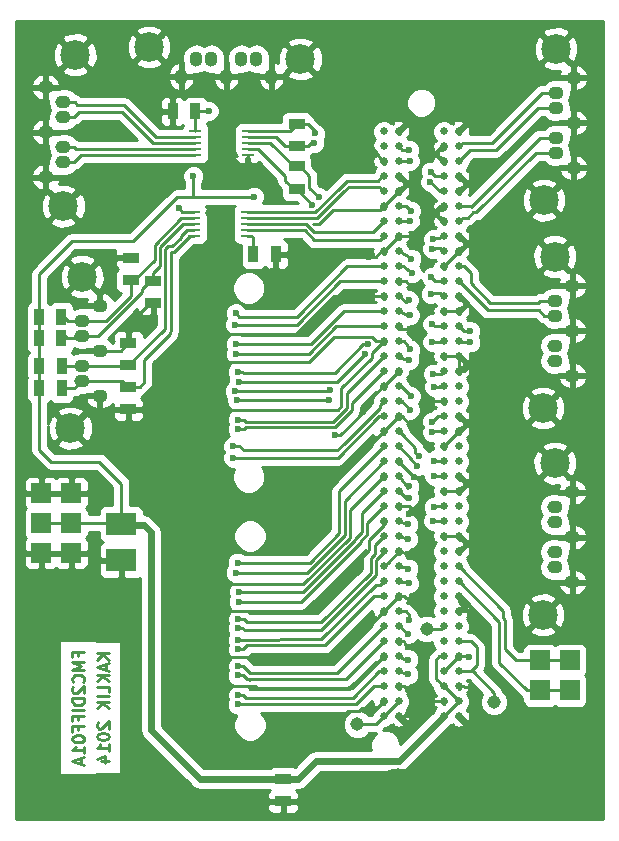
<source format=gbl>
%FSLAX34Y34*%
G04 Gerber Fmt 3.4, Leading zero omitted, Abs format*
G04 (created by PCBNEW (2014-03-14 BZR 4749)-product) date Sat 15 Mar 2014 19:33:45 CET*
%MOIN*%
G01*
G70*
G90*
G04 APERTURE LIST*
%ADD10C,0.005906*%
%ADD11C,0.009843*%
%ADD12C,0.061024*%
%ADD13C,0.157480*%
%ADD14C,0.025197*%
%ADD15C,0.098425*%
%ADD16O,0.051181X0.043307*%
%ADD17R,0.065000X0.065000*%
%ADD18R,0.035000X0.055000*%
%ADD19R,0.098400X0.076800*%
%ADD20R,0.039400X0.010600*%
%ADD21R,0.055000X0.035000*%
%ADD22O,0.043307X0.051181*%
%ADD23C,0.045000*%
%ADD24C,0.023622*%
%ADD25C,0.010000*%
%ADD26C,0.023622*%
G04 APERTURE END LIST*
G54D10*
G54D11*
X64341Y-46779D02*
X64341Y-46647D01*
X64548Y-46647D02*
X64154Y-46647D01*
X64154Y-46835D01*
X64548Y-46985D02*
X64154Y-46985D01*
X64435Y-47116D01*
X64154Y-47247D01*
X64548Y-47247D01*
X64510Y-47660D02*
X64529Y-47641D01*
X64548Y-47585D01*
X64548Y-47547D01*
X64529Y-47491D01*
X64491Y-47454D01*
X64454Y-47435D01*
X64379Y-47416D01*
X64323Y-47416D01*
X64248Y-47435D01*
X64210Y-47454D01*
X64173Y-47491D01*
X64154Y-47547D01*
X64154Y-47585D01*
X64173Y-47641D01*
X64191Y-47660D01*
X64191Y-47810D02*
X64173Y-47829D01*
X64154Y-47866D01*
X64154Y-47960D01*
X64173Y-47997D01*
X64191Y-48016D01*
X64229Y-48035D01*
X64266Y-48035D01*
X64323Y-48016D01*
X64548Y-47791D01*
X64548Y-48035D01*
X64548Y-48203D02*
X64154Y-48203D01*
X64154Y-48297D01*
X64173Y-48353D01*
X64210Y-48391D01*
X64248Y-48410D01*
X64323Y-48428D01*
X64379Y-48428D01*
X64454Y-48410D01*
X64491Y-48391D01*
X64529Y-48353D01*
X64548Y-48297D01*
X64548Y-48203D01*
X64548Y-48597D02*
X64154Y-48597D01*
X64341Y-48916D02*
X64341Y-48785D01*
X64548Y-48785D02*
X64154Y-48785D01*
X64154Y-48972D01*
X64341Y-49253D02*
X64341Y-49122D01*
X64548Y-49122D02*
X64154Y-49122D01*
X64154Y-49310D01*
X64154Y-49535D02*
X64154Y-49572D01*
X64173Y-49610D01*
X64191Y-49628D01*
X64229Y-49647D01*
X64304Y-49666D01*
X64398Y-49666D01*
X64473Y-49647D01*
X64510Y-49628D01*
X64529Y-49610D01*
X64548Y-49572D01*
X64548Y-49535D01*
X64529Y-49497D01*
X64510Y-49478D01*
X64473Y-49460D01*
X64398Y-49441D01*
X64304Y-49441D01*
X64229Y-49460D01*
X64191Y-49478D01*
X64173Y-49497D01*
X64154Y-49535D01*
X64548Y-50041D02*
X64548Y-49816D01*
X64548Y-49928D02*
X64154Y-49928D01*
X64210Y-49891D01*
X64248Y-49853D01*
X64266Y-49816D01*
X64435Y-50191D02*
X64435Y-50378D01*
X64548Y-50153D02*
X64154Y-50284D01*
X64548Y-50416D01*
X65374Y-46685D02*
X64981Y-46685D01*
X65374Y-46910D02*
X65149Y-46741D01*
X64981Y-46910D02*
X65206Y-46685D01*
X65262Y-47060D02*
X65262Y-47247D01*
X65374Y-47022D02*
X64981Y-47154D01*
X65374Y-47285D01*
X65374Y-47416D02*
X64981Y-47416D01*
X65374Y-47641D02*
X65149Y-47472D01*
X64981Y-47641D02*
X65206Y-47416D01*
X65374Y-47997D02*
X65374Y-47810D01*
X64981Y-47810D01*
X65374Y-48128D02*
X64981Y-48128D01*
X65374Y-48316D02*
X64981Y-48316D01*
X65374Y-48541D02*
X65149Y-48372D01*
X64981Y-48541D02*
X65206Y-48316D01*
X65018Y-48991D02*
X65000Y-49010D01*
X64981Y-49047D01*
X64981Y-49141D01*
X65000Y-49178D01*
X65018Y-49197D01*
X65056Y-49216D01*
X65093Y-49216D01*
X65149Y-49197D01*
X65374Y-48972D01*
X65374Y-49216D01*
X64981Y-49460D02*
X64981Y-49497D01*
X65000Y-49535D01*
X65018Y-49553D01*
X65056Y-49572D01*
X65131Y-49591D01*
X65224Y-49591D01*
X65299Y-49572D01*
X65337Y-49553D01*
X65356Y-49535D01*
X65374Y-49497D01*
X65374Y-49460D01*
X65356Y-49422D01*
X65337Y-49403D01*
X65299Y-49385D01*
X65224Y-49366D01*
X65131Y-49366D01*
X65056Y-49385D01*
X65018Y-49403D01*
X65000Y-49422D01*
X64981Y-49460D01*
X65374Y-49966D02*
X65374Y-49741D01*
X65374Y-49853D02*
X64981Y-49853D01*
X65037Y-49816D01*
X65074Y-49778D01*
X65093Y-49741D01*
X65112Y-50303D02*
X65374Y-50303D01*
X64962Y-50209D02*
X65243Y-50116D01*
X65243Y-50359D01*
G54D12*
X72141Y-42437D03*
X70866Y-42437D03*
X68492Y-42437D03*
X69291Y-42437D03*
X72535Y-49444D03*
X70866Y-49444D03*
X68492Y-49444D03*
X69291Y-49444D03*
G54D13*
X75000Y-51334D03*
G54D14*
X77037Y-29805D03*
X75037Y-29305D03*
X75037Y-29805D03*
X74537Y-29305D03*
X74537Y-29805D03*
X75037Y-32305D03*
X74537Y-32305D03*
X74537Y-32805D03*
X75037Y-32805D03*
X75037Y-33805D03*
X74537Y-33805D03*
X74537Y-33305D03*
X75037Y-33305D03*
X75037Y-31305D03*
X74537Y-31305D03*
X74537Y-31805D03*
X75037Y-31805D03*
X75037Y-30805D03*
X74537Y-30805D03*
X74537Y-30305D03*
X75037Y-30305D03*
X75037Y-38305D03*
X74537Y-38305D03*
X74537Y-38805D03*
X75037Y-38805D03*
X75037Y-39305D03*
X74537Y-39301D03*
X75037Y-40805D03*
X74537Y-40805D03*
X74537Y-41305D03*
X75037Y-41305D03*
X75037Y-40305D03*
X74537Y-40305D03*
X74537Y-39805D03*
X75037Y-39805D03*
X75037Y-36305D03*
X74537Y-36305D03*
X74537Y-36805D03*
X75037Y-36805D03*
X75037Y-37805D03*
X74537Y-37805D03*
X74537Y-37305D03*
X75037Y-37305D03*
X75037Y-35305D03*
X74537Y-35305D03*
X74537Y-35805D03*
X75037Y-35805D03*
X75037Y-34805D03*
X74537Y-34805D03*
X74537Y-34305D03*
X75037Y-34305D03*
X75037Y-43305D03*
X74537Y-43305D03*
X74537Y-43805D03*
X75037Y-43805D03*
X75037Y-44805D03*
X74537Y-44805D03*
X74537Y-44305D03*
X75037Y-44305D03*
X74537Y-42805D03*
X75037Y-42805D03*
X75037Y-42305D03*
X74537Y-42305D03*
X74537Y-41805D03*
X75037Y-41805D03*
X75037Y-46305D03*
X74537Y-46305D03*
X74537Y-46805D03*
X75037Y-46805D03*
X75037Y-47305D03*
X74537Y-47305D03*
X75037Y-48805D03*
X74537Y-48805D03*
X75037Y-48305D03*
X74537Y-48305D03*
X74537Y-47805D03*
X75037Y-47805D03*
X75037Y-45805D03*
X74537Y-45805D03*
X74537Y-45305D03*
X75037Y-45305D03*
X77037Y-45305D03*
X76537Y-45305D03*
X76537Y-45805D03*
X77037Y-45805D03*
X77037Y-47805D03*
X76537Y-47805D03*
X76537Y-48305D03*
X77037Y-48305D03*
X76537Y-48805D03*
X77037Y-48805D03*
X76537Y-47305D03*
X77037Y-47305D03*
X77037Y-46805D03*
X76537Y-46805D03*
X76537Y-46305D03*
X77037Y-46305D03*
X77037Y-41805D03*
X76537Y-41805D03*
X76537Y-42305D03*
X77037Y-42305D03*
X77037Y-42805D03*
X76537Y-42805D03*
X77037Y-44305D03*
X76537Y-44305D03*
X76537Y-44805D03*
X77037Y-44805D03*
X77037Y-43805D03*
X76537Y-43805D03*
X76537Y-43305D03*
X77037Y-43305D03*
X77037Y-34305D03*
X76537Y-34305D03*
X76537Y-34805D03*
X77037Y-34805D03*
X77037Y-35805D03*
X76537Y-35805D03*
X76537Y-35305D03*
X77037Y-35305D03*
X77037Y-37305D03*
X76537Y-37305D03*
X76537Y-37805D03*
X77037Y-37805D03*
X77037Y-36805D03*
X76537Y-36805D03*
X76537Y-36305D03*
X77037Y-36305D03*
X77037Y-39805D03*
X76537Y-39805D03*
X76537Y-40305D03*
X77037Y-40305D03*
X77037Y-41305D03*
X76537Y-41305D03*
X76537Y-40805D03*
X77037Y-40805D03*
X76537Y-39301D03*
X77037Y-39305D03*
X77037Y-38805D03*
X76537Y-38805D03*
X76537Y-38305D03*
X77037Y-38305D03*
X77037Y-30305D03*
X76537Y-30305D03*
X76537Y-30805D03*
X77037Y-30805D03*
X77037Y-31805D03*
X76537Y-31805D03*
X76537Y-31305D03*
X77037Y-31305D03*
X77037Y-33305D03*
X76537Y-33305D03*
X76537Y-33805D03*
X77037Y-33805D03*
X77037Y-32805D03*
X76537Y-32805D03*
X76537Y-32305D03*
X77037Y-32305D03*
X76537Y-29805D03*
X76537Y-29305D03*
X77037Y-29305D03*
G54D13*
X75000Y-26775D03*
G54D15*
X63858Y-31799D03*
G54D16*
X63858Y-30330D03*
G54D15*
X64251Y-26748D03*
G54D16*
X63858Y-29830D03*
X63858Y-28830D03*
X63858Y-28330D03*
X63267Y-27830D03*
X63267Y-29330D03*
X63267Y-30830D03*
G54D17*
X64122Y-43362D03*
X64122Y-42362D03*
X64122Y-41362D03*
X63122Y-41362D03*
X63122Y-42362D03*
X63122Y-43362D03*
G54D18*
X70195Y-33405D03*
X70945Y-33405D03*
X68249Y-28641D03*
X67499Y-28641D03*
G54D19*
X65787Y-42392D03*
X65787Y-43592D03*
G54D20*
X70008Y-29285D03*
X70008Y-29485D03*
X70008Y-29685D03*
X70008Y-29885D03*
X70008Y-30085D03*
X68258Y-30085D03*
X68258Y-29885D03*
X68258Y-29685D03*
X68258Y-29485D03*
X68258Y-29285D03*
X68219Y-32801D03*
X68219Y-32601D03*
X68219Y-32401D03*
X68219Y-32201D03*
X68219Y-32001D03*
X69969Y-32001D03*
X69969Y-32201D03*
X69969Y-32401D03*
X69969Y-32601D03*
X69969Y-32801D03*
G54D17*
X80736Y-47940D03*
X80736Y-46940D03*
X79736Y-46940D03*
X79736Y-47940D03*
G54D21*
X71633Y-31221D03*
X71633Y-30471D03*
X71633Y-29804D03*
X71633Y-29054D03*
G54D18*
X63030Y-36200D03*
X63780Y-36200D03*
G54D21*
X66850Y-34290D03*
X66850Y-35040D03*
G54D18*
X63050Y-37874D03*
X63800Y-37874D03*
G54D21*
X66023Y-37813D03*
X66023Y-38563D03*
G54D18*
X63050Y-37125D03*
X63800Y-37125D03*
G54D21*
X66023Y-37107D03*
X66023Y-36357D03*
G54D18*
X63030Y-35492D03*
X63780Y-35492D03*
G54D21*
X66102Y-34272D03*
X66102Y-33522D03*
G54D15*
X64488Y-34145D03*
G54D16*
X64488Y-35614D03*
G54D15*
X64094Y-39196D03*
G54D16*
X64488Y-36114D03*
X64488Y-37114D03*
X64488Y-37614D03*
X65078Y-38114D03*
X65078Y-36614D03*
X65078Y-35114D03*
G54D15*
X80275Y-26547D03*
G54D16*
X80275Y-28015D03*
G54D15*
X79881Y-31598D03*
G54D16*
X80275Y-28515D03*
X80275Y-29515D03*
X80275Y-30015D03*
X80866Y-30515D03*
X80866Y-29015D03*
X80866Y-27515D03*
G54D15*
X71759Y-26889D03*
G54D22*
X70291Y-26889D03*
G54D15*
X66708Y-26496D03*
G54D22*
X69791Y-26889D03*
X68791Y-26889D03*
X68291Y-26889D03*
X67791Y-27480D03*
X69291Y-27480D03*
X70791Y-27480D03*
G54D12*
X72102Y-34169D03*
X70826Y-34169D03*
X68452Y-34169D03*
X69251Y-34169D03*
X72496Y-41177D03*
X70826Y-41177D03*
X68452Y-41177D03*
X69251Y-41177D03*
G54D15*
X80236Y-40366D03*
G54D16*
X80236Y-41834D03*
G54D15*
X79842Y-45417D03*
G54D16*
X80236Y-42334D03*
X80236Y-43334D03*
X80236Y-43834D03*
X80826Y-44334D03*
X80826Y-42834D03*
X80826Y-41334D03*
G54D15*
X80236Y-33476D03*
G54D16*
X80236Y-34944D03*
G54D15*
X79842Y-38527D03*
G54D16*
X80236Y-35444D03*
X80236Y-36444D03*
X80236Y-36944D03*
X80826Y-37444D03*
X80826Y-35944D03*
X80826Y-34444D03*
G54D21*
X71181Y-50884D03*
X71181Y-51634D03*
G54D23*
X75964Y-45885D03*
X78208Y-48326D03*
X73661Y-49074D03*
G54D24*
X68700Y-28622D03*
X68188Y-30787D03*
X70216Y-31476D03*
X70177Y-33444D03*
X75413Y-30295D03*
X75393Y-29921D03*
X70000Y-30669D03*
X75492Y-39153D03*
X73385Y-40472D03*
X76062Y-38307D03*
X75413Y-35885D03*
X75492Y-34527D03*
X67992Y-38582D03*
X67972Y-36948D03*
X68031Y-36062D03*
X67933Y-46850D03*
X67992Y-45295D03*
X75354Y-46496D03*
X75354Y-47893D03*
X75334Y-48759D03*
X75964Y-48307D03*
X77362Y-49153D03*
X77460Y-47814D03*
X77381Y-46811D03*
X77401Y-45354D03*
X75413Y-44940D03*
X75393Y-42047D03*
X77677Y-37145D03*
X77716Y-38740D03*
X77677Y-40925D03*
X75354Y-43385D03*
X73897Y-29448D03*
X67696Y-31870D03*
X75551Y-40826D03*
X74055Y-33484D03*
X72913Y-39429D03*
X67795Y-39523D03*
X74133Y-48661D03*
X67874Y-47814D03*
X67933Y-48681D03*
X76082Y-30984D03*
X72224Y-29685D03*
X76102Y-30649D03*
X72244Y-29370D03*
X75413Y-32303D03*
X75433Y-31948D03*
X76537Y-33305D03*
X76161Y-33208D03*
X72145Y-31751D03*
X76181Y-32893D03*
X72362Y-31496D03*
X75472Y-34035D03*
X75452Y-33543D03*
X69586Y-35748D03*
X69606Y-35374D03*
X76102Y-34724D03*
X76122Y-34173D03*
X69606Y-36732D03*
X69606Y-36397D03*
X75413Y-35433D03*
X75374Y-34921D03*
X69704Y-37657D03*
X73897Y-36732D03*
X76161Y-36318D03*
X69665Y-37322D03*
X76161Y-35728D03*
X74015Y-36397D03*
X77421Y-36338D03*
X77421Y-35964D03*
X69665Y-39232D03*
X69665Y-38917D03*
X75393Y-36909D03*
X75413Y-36574D03*
X76220Y-37814D03*
X72716Y-38267D03*
X69645Y-38267D03*
X69566Y-37952D03*
X72736Y-37933D03*
X76181Y-37381D03*
X69527Y-40177D03*
X69527Y-39803D03*
X75413Y-38582D03*
X75433Y-38129D03*
X76161Y-39330D03*
X76161Y-38976D03*
X76537Y-38805D03*
X69606Y-44015D03*
X69665Y-43681D03*
X75649Y-40472D03*
X75708Y-40137D03*
X69704Y-44980D03*
X69724Y-44645D03*
X75374Y-41515D03*
X75393Y-41141D03*
X76220Y-40275D03*
X69665Y-45866D03*
X69685Y-45551D03*
X75354Y-42893D03*
X75354Y-42401D03*
X76181Y-42283D03*
X76200Y-41830D03*
X69685Y-46574D03*
X69685Y-46259D03*
X75374Y-44370D03*
X75354Y-43877D03*
X69665Y-47440D03*
X69685Y-47125D03*
X75354Y-46043D03*
X75393Y-45590D03*
X69665Y-48405D03*
X69685Y-48090D03*
X75354Y-47401D03*
X75354Y-46909D03*
X76220Y-40787D03*
G54D25*
X77446Y-46305D02*
X77637Y-46496D01*
X77637Y-46496D02*
X77637Y-47106D01*
X77637Y-47106D02*
X77438Y-47305D01*
X77438Y-47305D02*
X77037Y-47305D01*
X77037Y-46305D02*
X77446Y-46305D01*
X77037Y-47305D02*
X77505Y-47305D01*
X77505Y-47305D02*
X78208Y-48008D01*
X78208Y-48008D02*
X78208Y-48326D01*
G54D26*
X68404Y-50884D02*
X71181Y-50884D01*
X68327Y-50807D02*
X68404Y-50884D01*
X66870Y-49350D02*
X68327Y-50807D01*
X66784Y-49264D02*
X66870Y-49350D01*
X66784Y-42670D02*
X66784Y-49264D01*
X66555Y-42440D02*
X66784Y-42670D01*
X65944Y-42440D02*
X66555Y-42440D01*
X65787Y-42392D02*
X65895Y-42392D01*
X65895Y-42392D02*
X65944Y-42440D01*
X71692Y-50884D02*
X71181Y-50884D01*
X72281Y-50295D02*
X71692Y-50884D01*
X75047Y-50295D02*
X72281Y-50295D01*
X76537Y-48805D02*
X75047Y-50295D01*
G54D25*
X70195Y-32846D02*
X70195Y-33030D01*
X70195Y-33030D02*
X70195Y-33405D01*
X70151Y-32801D02*
X70195Y-32846D01*
X69969Y-32801D02*
X70151Y-32801D01*
X64133Y-32972D02*
X66181Y-32972D01*
X66181Y-32972D02*
X67657Y-31496D01*
X67657Y-31496D02*
X68177Y-31496D01*
X68249Y-29275D02*
X68258Y-29285D01*
X68249Y-28641D02*
X68249Y-29275D01*
X68268Y-28622D02*
X68249Y-28641D01*
X68700Y-28622D02*
X68268Y-28622D01*
X68177Y-31496D02*
X70196Y-31496D01*
X68177Y-31496D02*
X68177Y-30798D01*
X68177Y-30798D02*
X68188Y-30787D01*
X77037Y-48305D02*
X76537Y-48805D01*
X76537Y-47805D02*
X77037Y-48305D01*
X76383Y-46805D02*
X76279Y-46909D01*
X76279Y-46909D02*
X76279Y-47547D01*
X76279Y-47547D02*
X76537Y-47805D01*
X76537Y-46805D02*
X76383Y-46805D01*
X63122Y-42362D02*
X64122Y-42362D01*
X65757Y-42362D02*
X65787Y-42392D01*
X64122Y-42362D02*
X65757Y-42362D01*
X65787Y-41043D02*
X65059Y-40314D01*
X65059Y-40314D02*
X63444Y-40314D01*
X63444Y-40314D02*
X63050Y-39920D01*
X63050Y-39920D02*
X63050Y-37874D01*
X65787Y-42392D02*
X65787Y-41043D01*
X63050Y-37874D02*
X63050Y-37125D01*
X63050Y-37125D02*
X63050Y-36259D01*
X63050Y-36259D02*
X63050Y-35511D01*
X70195Y-33426D02*
X70195Y-33405D01*
X63050Y-34056D02*
X64133Y-32972D01*
X70196Y-31496D02*
X70216Y-31476D01*
X70177Y-33444D02*
X70195Y-33426D01*
X63050Y-35511D02*
X63050Y-34056D01*
X71201Y-50905D02*
X71181Y-50884D01*
X73205Y-31305D02*
X73367Y-31143D01*
X74371Y-31143D02*
X74533Y-31305D01*
X73367Y-31143D02*
X74371Y-31143D01*
X74533Y-31305D02*
X74537Y-31305D01*
X69969Y-32201D02*
X72309Y-32201D01*
X72309Y-32201D02*
X73205Y-31305D01*
X74537Y-30805D02*
X74470Y-30805D01*
X74470Y-30805D02*
X74330Y-30944D01*
X73079Y-31178D02*
X73079Y-31178D01*
X73313Y-30944D02*
X73079Y-31178D01*
X74330Y-30944D02*
X73313Y-30944D01*
X72256Y-32001D02*
X73079Y-31178D01*
X69969Y-32001D02*
X72256Y-32001D01*
X75047Y-30295D02*
X75037Y-30305D01*
X75413Y-30295D02*
X75047Y-30295D01*
X75153Y-29921D02*
X75037Y-29805D01*
X75393Y-29921D02*
X75153Y-29921D01*
X75037Y-32805D02*
X75403Y-32805D01*
X76403Y-31805D02*
X76537Y-31805D01*
X75403Y-32805D02*
X76403Y-31805D01*
X74181Y-48661D02*
X74133Y-48661D01*
X74537Y-48305D02*
X74181Y-48661D01*
X74537Y-48305D02*
X74181Y-48661D01*
X77037Y-41305D02*
X76537Y-41305D01*
X76537Y-39805D02*
X77037Y-39305D01*
X70008Y-30085D02*
X70008Y-30660D01*
X70008Y-30660D02*
X70000Y-30669D01*
X75037Y-38805D02*
X75143Y-38805D01*
X75143Y-38805D02*
X75492Y-39153D01*
X74537Y-39301D02*
X74541Y-39301D01*
X74541Y-39301D02*
X75037Y-38805D01*
X74537Y-39301D02*
X73385Y-40452D01*
X73385Y-40452D02*
X73385Y-40472D01*
X74537Y-37805D02*
X75037Y-37305D01*
X76535Y-38307D02*
X76537Y-38305D01*
X76062Y-38307D02*
X76535Y-38307D01*
X75118Y-35885D02*
X75037Y-35805D01*
X75413Y-35885D02*
X75118Y-35885D01*
X75269Y-34305D02*
X75037Y-34305D01*
X75492Y-34527D02*
X75269Y-34305D01*
X68002Y-36979D02*
X67972Y-36948D01*
X72864Y-36150D02*
X72036Y-36979D01*
X72036Y-36979D02*
X68002Y-36979D01*
X74537Y-36305D02*
X74288Y-36305D01*
X74288Y-36305D02*
X74134Y-36150D01*
X74134Y-36150D02*
X72864Y-36150D01*
X71614Y-36062D02*
X68031Y-36062D01*
X72872Y-34805D02*
X71614Y-36062D01*
X74537Y-34805D02*
X72872Y-34805D01*
X73031Y-46811D02*
X73020Y-46821D01*
X73020Y-46821D02*
X67961Y-46821D01*
X67961Y-46821D02*
X67933Y-46850D01*
X74537Y-45305D02*
X73031Y-46811D01*
X67874Y-47874D02*
X67924Y-47874D01*
X67924Y-47874D02*
X67874Y-47874D01*
X73468Y-47874D02*
X70413Y-47874D01*
X74537Y-46805D02*
X73468Y-47874D01*
X66750Y-35040D02*
X66850Y-35040D01*
X66023Y-35767D02*
X66750Y-35040D01*
X66023Y-36357D02*
X66023Y-35767D01*
X65766Y-36614D02*
X66023Y-36357D01*
X65078Y-36614D02*
X65766Y-36614D01*
X73125Y-37870D02*
X73125Y-38458D01*
X74537Y-36305D02*
X74144Y-36698D01*
X68159Y-38582D02*
X67992Y-38582D01*
X74144Y-36698D02*
X74144Y-36850D01*
X73125Y-38458D02*
X73001Y-38582D01*
X74144Y-36850D02*
X73125Y-37870D01*
X73001Y-38582D02*
X68159Y-38582D01*
X72206Y-32380D02*
X72194Y-32391D01*
X72383Y-32380D02*
X72206Y-32380D01*
X74537Y-31805D02*
X74411Y-31931D01*
X72832Y-31931D02*
X72383Y-32380D01*
X74411Y-31931D02*
X72832Y-31931D01*
X73408Y-41933D02*
X73408Y-42844D01*
X74537Y-40805D02*
X73408Y-41933D01*
X73408Y-42844D02*
X71854Y-44398D01*
X71574Y-45295D02*
X68159Y-45295D01*
X68159Y-45295D02*
X67992Y-45295D01*
X71854Y-44398D02*
X67863Y-44398D01*
X75037Y-46305D02*
X75215Y-46305D01*
X75215Y-46305D02*
X75279Y-46496D01*
X75279Y-46496D02*
X75354Y-46496D01*
X75284Y-47874D02*
X75354Y-47893D01*
X75215Y-47805D02*
X75284Y-47874D01*
X75037Y-47805D02*
X75215Y-47805D01*
X75260Y-48759D02*
X75334Y-48759D01*
X75215Y-48805D02*
X75260Y-48759D01*
X75037Y-48805D02*
X75215Y-48805D01*
X75986Y-48285D02*
X75964Y-48307D01*
X76537Y-48305D02*
X75986Y-48285D01*
X77362Y-49129D02*
X77362Y-49153D01*
X77037Y-48805D02*
X77362Y-49129D01*
X77225Y-47814D02*
X77460Y-47814D01*
X77215Y-47805D02*
X77225Y-47814D01*
X77037Y-47805D02*
X77215Y-47805D01*
X77375Y-46805D02*
X77381Y-46811D01*
X77037Y-46805D02*
X77375Y-46805D01*
X76537Y-47305D02*
X77037Y-46805D01*
X74537Y-45305D02*
X75037Y-44805D01*
X75272Y-44862D02*
X75413Y-44940D01*
X75215Y-44805D02*
X75272Y-44862D01*
X75037Y-44805D02*
X75215Y-44805D01*
X75393Y-42047D02*
X75407Y-41805D01*
X75407Y-41805D02*
X75037Y-41805D01*
X76537Y-36805D02*
X76715Y-36805D01*
X76715Y-36805D02*
X77037Y-36805D01*
X77037Y-36805D02*
X77037Y-36983D01*
X77037Y-36983D02*
X77037Y-37305D01*
X77375Y-37145D02*
X77677Y-37145D01*
X77215Y-37305D02*
X77375Y-37145D01*
X77037Y-37305D02*
X77215Y-37305D01*
X77525Y-38931D02*
X77716Y-38740D01*
X77163Y-38931D02*
X77525Y-38931D01*
X77037Y-38805D02*
X77163Y-38931D01*
X77671Y-40931D02*
X77677Y-40925D01*
X77163Y-40931D02*
X77671Y-40931D01*
X77037Y-40805D02*
X77163Y-40931D01*
X76537Y-42805D02*
X77037Y-42805D01*
X74537Y-43805D02*
X74663Y-43679D01*
X74663Y-43679D02*
X75037Y-43305D01*
X75037Y-43305D02*
X75352Y-43383D01*
X75352Y-43383D02*
X75354Y-43385D01*
X74411Y-30179D02*
X73897Y-29448D01*
X74537Y-30305D02*
X74411Y-30179D01*
X77037Y-45305D02*
X77352Y-45305D01*
X77352Y-45305D02*
X77401Y-45354D01*
X77037Y-44805D02*
X77037Y-44990D01*
X77037Y-44990D02*
X77401Y-45354D01*
X74537Y-42435D02*
X74059Y-42912D01*
X74059Y-42912D02*
X74059Y-43262D01*
X74059Y-43262D02*
X72027Y-45295D01*
X72027Y-45295D02*
X71574Y-45295D01*
X74537Y-42305D02*
X74537Y-42435D01*
X67828Y-32001D02*
X67696Y-31870D01*
X68219Y-32001D02*
X67828Y-32001D01*
X74537Y-31805D02*
X75037Y-31305D01*
X75551Y-40826D02*
X75037Y-40312D01*
X75037Y-40312D02*
X75037Y-40305D01*
X75383Y-32805D02*
X75472Y-32893D01*
X75037Y-32805D02*
X75383Y-32805D01*
X74537Y-33305D02*
X75037Y-32805D01*
X74271Y-33484D02*
X74055Y-33484D01*
X74450Y-33305D02*
X74271Y-33484D01*
X74537Y-33305D02*
X74450Y-33305D01*
X77037Y-33305D02*
X76537Y-33805D01*
X77037Y-35305D02*
X76537Y-35305D01*
X73897Y-38425D02*
X73897Y-38622D01*
X73897Y-38622D02*
X73090Y-39429D01*
X73090Y-39429D02*
X72913Y-39429D01*
X74517Y-37805D02*
X73897Y-38425D01*
X74537Y-37805D02*
X74517Y-37805D01*
X70314Y-47874D02*
X70236Y-47795D01*
X70236Y-47795D02*
X68003Y-47795D01*
X68003Y-47795D02*
X67924Y-47874D01*
X70413Y-47874D02*
X70314Y-47874D01*
X67795Y-39523D02*
X67795Y-39527D01*
X73818Y-48523D02*
X73720Y-48622D01*
X73720Y-48622D02*
X73358Y-48622D01*
X73358Y-48622D02*
X72535Y-49444D01*
X74133Y-48661D02*
X73818Y-48523D01*
X67874Y-47814D02*
X67854Y-47834D01*
X67854Y-47834D02*
X67854Y-47854D01*
X67854Y-47854D02*
X67874Y-47874D01*
X80275Y-28515D02*
X79673Y-28515D01*
X79673Y-28515D02*
X78267Y-29921D01*
X78267Y-29921D02*
X77421Y-29921D01*
X77421Y-29921D02*
X77037Y-30305D01*
X77163Y-29679D02*
X78155Y-29679D01*
X77037Y-29805D02*
X77163Y-29679D01*
X78155Y-29679D02*
X79818Y-28015D01*
X79818Y-28015D02*
X80275Y-28015D01*
X77163Y-32179D02*
X77348Y-32179D01*
X77037Y-32305D02*
X77163Y-32179D01*
X77348Y-32179D02*
X77519Y-32007D01*
X77519Y-32007D02*
X77618Y-32007D01*
X77618Y-32007D02*
X79610Y-30015D01*
X79610Y-30015D02*
X80275Y-30015D01*
X80275Y-29515D02*
X79736Y-29515D01*
X79736Y-29515D02*
X77440Y-31811D01*
X77440Y-31811D02*
X77435Y-31805D01*
X77435Y-31805D02*
X77037Y-31805D01*
X76082Y-30984D02*
X76403Y-31305D01*
X76403Y-31305D02*
X76537Y-31305D01*
X71633Y-29804D02*
X72008Y-29804D01*
X72008Y-29804D02*
X72127Y-29685D01*
X72127Y-29685D02*
X72224Y-29685D01*
X70008Y-29485D02*
X70193Y-29485D01*
X70193Y-29485D02*
X70211Y-29503D01*
X70211Y-29503D02*
X70958Y-29503D01*
X70958Y-29503D02*
X71258Y-29804D01*
X71258Y-29804D02*
X71633Y-29804D01*
X76257Y-30805D02*
X76537Y-30805D01*
X76102Y-30649D02*
X76257Y-30805D01*
X72244Y-29289D02*
X72244Y-29370D01*
X72008Y-29054D02*
X72244Y-29289D01*
X71633Y-29054D02*
X72008Y-29054D01*
X70008Y-29285D02*
X71402Y-29285D01*
X71402Y-29285D02*
X71633Y-29054D01*
X75039Y-32303D02*
X75037Y-32305D01*
X75413Y-32303D02*
X75039Y-32303D01*
X75289Y-31805D02*
X75037Y-31805D01*
X75433Y-31948D02*
X75289Y-31805D01*
X71633Y-31221D02*
X71733Y-31221D01*
X70011Y-29888D02*
X70008Y-29885D01*
X76411Y-33179D02*
X76230Y-33179D01*
X76537Y-33305D02*
X76411Y-33179D01*
X76200Y-33208D02*
X76161Y-33208D01*
X76230Y-33179D02*
X76200Y-33208D01*
X72145Y-31751D02*
X71633Y-31240D01*
X71633Y-31240D02*
X71633Y-31221D01*
X71633Y-31221D02*
X71533Y-31221D01*
X71533Y-31221D02*
X71258Y-30946D01*
X71258Y-30946D02*
X71258Y-30806D01*
X71258Y-30806D02*
X70337Y-29885D01*
X70337Y-29885D02*
X70008Y-29885D01*
X71633Y-30471D02*
X71733Y-30471D01*
X71733Y-30471D02*
X72056Y-30793D01*
X72056Y-30793D02*
X72056Y-31190D01*
X72056Y-31190D02*
X72362Y-31496D01*
X76527Y-32814D02*
X76537Y-32805D01*
X76181Y-32893D02*
X76527Y-32814D01*
X71633Y-30471D02*
X71533Y-30471D01*
X71533Y-30471D02*
X70747Y-29685D01*
X70747Y-29685D02*
X70008Y-29685D01*
X71899Y-32601D02*
X72228Y-32931D01*
X69969Y-32601D02*
X71899Y-32601D01*
X74411Y-32931D02*
X74537Y-32805D01*
X72228Y-32931D02*
X74411Y-32931D01*
X74411Y-32431D02*
X74537Y-32305D01*
X71951Y-32401D02*
X72209Y-32659D01*
X69969Y-32401D02*
X71951Y-32401D01*
X72209Y-32659D02*
X74183Y-32659D01*
X74183Y-32659D02*
X74411Y-32431D01*
X75163Y-33805D02*
X75037Y-33805D01*
X75472Y-34035D02*
X75163Y-33805D01*
X75452Y-33543D02*
X75450Y-33541D01*
X75450Y-33541D02*
X75037Y-33305D01*
X73073Y-34305D02*
X71630Y-35748D01*
X71630Y-35748D02*
X69586Y-35748D01*
X74537Y-34305D02*
X73073Y-34305D01*
X73320Y-33805D02*
X74537Y-33805D01*
X69606Y-35374D02*
X69724Y-35492D01*
X69724Y-35492D02*
X71633Y-35492D01*
X71633Y-35492D02*
X73320Y-33805D01*
X76537Y-34805D02*
X76411Y-34679D01*
X76411Y-34679D02*
X76147Y-34679D01*
X76147Y-34679D02*
X76102Y-34724D01*
X76253Y-34305D02*
X76537Y-34305D01*
X76122Y-34173D02*
X76253Y-34305D01*
X79880Y-35444D02*
X79704Y-35269D01*
X80236Y-35444D02*
X79880Y-35444D01*
X79704Y-35269D02*
X78001Y-35269D01*
X78001Y-35269D02*
X77037Y-34305D01*
X77215Y-33805D02*
X77440Y-34030D01*
X77037Y-33805D02*
X77215Y-33805D01*
X77440Y-34030D02*
X77440Y-34370D01*
X77440Y-34370D02*
X78090Y-35019D01*
X78090Y-35019D02*
X79685Y-35019D01*
X79685Y-35019D02*
X79759Y-34944D01*
X79759Y-34944D02*
X80236Y-34944D01*
X72957Y-35805D02*
X74359Y-35805D01*
X69606Y-36732D02*
X72030Y-36732D01*
X72030Y-36732D02*
X72957Y-35805D01*
X74359Y-35805D02*
X74537Y-35805D01*
X72112Y-36397D02*
X69773Y-36397D01*
X74537Y-35305D02*
X73205Y-35305D01*
X69773Y-36397D02*
X69606Y-36397D01*
X73205Y-35305D02*
X72112Y-36397D01*
X75383Y-35462D02*
X75413Y-35433D01*
X75037Y-35305D02*
X75383Y-35462D01*
X75374Y-34921D02*
X75293Y-35001D01*
X75293Y-35001D02*
X75037Y-34805D01*
X76161Y-36318D02*
X76523Y-36318D01*
X76523Y-36318D02*
X76537Y-36305D01*
X72972Y-37657D02*
X73779Y-36850D01*
X69704Y-37657D02*
X72972Y-37657D01*
X73779Y-36850D02*
X73897Y-36732D01*
X76238Y-35805D02*
X76537Y-35805D01*
X76161Y-35728D02*
X76238Y-35805D01*
X69832Y-37322D02*
X69852Y-37342D01*
X69665Y-37322D02*
X69832Y-37322D01*
X69852Y-37342D02*
X72903Y-37342D01*
X72903Y-37342D02*
X73848Y-36397D01*
X73848Y-36397D02*
X74015Y-36397D01*
X77070Y-36338D02*
X77037Y-36305D01*
X77421Y-36338D02*
X77070Y-36338D01*
X77196Y-35964D02*
X77037Y-35805D01*
X77421Y-35964D02*
X77196Y-35964D01*
X74411Y-37431D02*
X74537Y-37305D01*
X73482Y-38359D02*
X74411Y-37431D01*
X73482Y-38607D02*
X73482Y-38359D01*
X72916Y-39173D02*
X73482Y-38607D01*
X69881Y-39232D02*
X69940Y-39173D01*
X69940Y-39173D02*
X72916Y-39173D01*
X69665Y-39232D02*
X69881Y-39232D01*
X74411Y-36931D02*
X74537Y-36805D01*
X73303Y-38533D02*
X73303Y-38038D01*
X73303Y-38038D02*
X74411Y-36931D01*
X72965Y-38871D02*
X73303Y-38533D01*
X69883Y-38917D02*
X69960Y-38994D01*
X69960Y-38994D02*
X72842Y-38994D01*
X72842Y-38994D02*
X72965Y-38871D01*
X72965Y-38871D02*
X72965Y-38871D01*
X69665Y-38917D02*
X69883Y-38917D01*
X75102Y-36870D02*
X75037Y-36805D01*
X75393Y-36909D02*
X75102Y-36870D01*
X75202Y-36305D02*
X75037Y-36305D01*
X75413Y-36574D02*
X75202Y-36305D01*
X76397Y-37805D02*
X76537Y-37805D01*
X76387Y-37814D02*
X76397Y-37805D01*
X76220Y-37814D02*
X76387Y-37814D01*
X69645Y-38267D02*
X72716Y-38267D01*
X76517Y-37305D02*
X76537Y-37305D01*
X69566Y-37952D02*
X72657Y-37952D01*
X72677Y-37933D02*
X72736Y-37933D01*
X72657Y-37952D02*
X72677Y-37933D01*
X76181Y-37381D02*
X76460Y-37381D01*
X76460Y-37381D02*
X76537Y-37305D01*
X73011Y-40177D02*
X74383Y-38805D01*
X74383Y-38805D02*
X74537Y-38805D01*
X69527Y-40177D02*
X73011Y-40177D01*
X74537Y-38305D02*
X74411Y-38431D01*
X74411Y-38518D02*
X73208Y-39721D01*
X74411Y-38431D02*
X74411Y-38518D01*
X69724Y-39803D02*
X69862Y-39940D01*
X69862Y-39940D02*
X72992Y-39940D01*
X72992Y-39940D02*
X73208Y-39724D01*
X73208Y-39724D02*
X73208Y-39721D01*
X69527Y-39803D02*
X69724Y-39803D01*
X75413Y-38582D02*
X75135Y-38305D01*
X75135Y-38305D02*
X75037Y-38305D01*
X75433Y-38129D02*
X75108Y-37805D01*
X75108Y-37805D02*
X75037Y-37805D01*
X76190Y-39301D02*
X76537Y-39301D01*
X76161Y-39330D02*
X76190Y-39301D01*
X76537Y-38805D02*
X76332Y-38805D01*
X76332Y-38805D02*
X76161Y-38976D01*
X76423Y-38805D02*
X76537Y-38805D01*
X73229Y-42770D02*
X71985Y-44015D01*
X74537Y-40305D02*
X73229Y-41612D01*
X71985Y-44015D02*
X69773Y-44015D01*
X73229Y-41612D02*
X73229Y-42770D01*
X69773Y-44015D02*
X69606Y-44015D01*
X74537Y-39805D02*
X73051Y-41291D01*
X73051Y-41291D02*
X73051Y-42696D01*
X73051Y-42696D02*
X72066Y-43681D01*
X72066Y-43681D02*
X69665Y-43681D01*
X75649Y-40472D02*
X75452Y-40220D01*
X75452Y-40220D02*
X75037Y-39805D01*
X75708Y-40137D02*
X75590Y-40019D01*
X75590Y-40019D02*
X75590Y-39858D01*
X75590Y-39858D02*
X75163Y-39431D01*
X75163Y-39431D02*
X75037Y-39305D01*
X69871Y-44980D02*
X69704Y-44980D01*
X71778Y-44980D02*
X69871Y-44980D01*
X73766Y-42953D02*
X73766Y-42993D01*
X73981Y-42738D02*
X73766Y-42953D01*
X73981Y-42361D02*
X73981Y-42738D01*
X73766Y-42993D02*
X71778Y-44980D01*
X74537Y-41805D02*
X73981Y-42361D01*
X71860Y-44645D02*
X69891Y-44645D01*
X73587Y-42918D02*
X71860Y-44645D01*
X73587Y-42879D02*
X73587Y-42918D01*
X73802Y-42040D02*
X73802Y-42664D01*
X69891Y-44645D02*
X69724Y-44645D01*
X74537Y-41305D02*
X73802Y-42040D01*
X73802Y-42664D02*
X73587Y-42879D01*
X75374Y-41515D02*
X75328Y-41561D01*
X75328Y-41561D02*
X75037Y-41305D01*
X75393Y-41141D02*
X75336Y-41198D01*
X75336Y-41198D02*
X75037Y-40805D01*
X76250Y-40305D02*
X76220Y-40275D01*
X76537Y-40305D02*
X76250Y-40305D01*
X74537Y-43305D02*
X74537Y-43340D01*
X74279Y-43598D02*
X74279Y-44090D01*
X74537Y-43340D02*
X74279Y-43598D01*
X74279Y-44090D02*
X72445Y-45925D01*
X69665Y-45866D02*
X69832Y-45866D01*
X69832Y-45866D02*
X69891Y-45925D01*
X69891Y-45925D02*
X72445Y-45925D01*
X74100Y-44016D02*
X74100Y-43524D01*
X74238Y-43103D02*
X74411Y-42931D01*
X74411Y-42931D02*
X74537Y-42805D01*
X72448Y-45669D02*
X74100Y-44016D01*
X74238Y-43386D02*
X74238Y-43103D01*
X74100Y-43524D02*
X74238Y-43386D01*
X72353Y-45665D02*
X72448Y-45669D01*
X69685Y-45551D02*
X69882Y-45559D01*
X69987Y-45665D02*
X69882Y-45559D01*
X72353Y-45665D02*
X69987Y-45665D01*
X75354Y-42893D02*
X75344Y-42903D01*
X75344Y-42903D02*
X75037Y-42805D01*
X75354Y-42401D02*
X75332Y-42423D01*
X75332Y-42423D02*
X75037Y-42305D01*
X76202Y-42305D02*
X76537Y-42305D01*
X76181Y-42283D02*
X76202Y-42305D01*
X76226Y-41805D02*
X76200Y-41830D01*
X76537Y-41805D02*
X76226Y-41805D01*
X72578Y-46437D02*
X74117Y-44898D01*
X69989Y-46437D02*
X72578Y-46437D01*
X74117Y-44898D02*
X74210Y-44805D01*
X69685Y-46574D02*
X69852Y-46574D01*
X69852Y-46574D02*
X69989Y-46437D01*
X74210Y-44805D02*
X74537Y-44805D01*
X69685Y-46259D02*
X72460Y-46240D01*
X74411Y-44431D02*
X74537Y-44305D01*
X72460Y-46240D02*
X74269Y-44431D01*
X74269Y-44431D02*
X74411Y-44431D01*
X75374Y-44370D02*
X75348Y-44344D01*
X75348Y-44344D02*
X75037Y-44305D01*
X75354Y-43877D02*
X75340Y-43864D01*
X75340Y-43864D02*
X75037Y-43805D01*
X70078Y-47560D02*
X73281Y-47560D01*
X73281Y-47560D02*
X74411Y-46431D01*
X74411Y-46431D02*
X74537Y-46305D01*
X69842Y-47440D02*
X69962Y-47560D01*
X69962Y-47560D02*
X70060Y-47560D01*
X70060Y-47560D02*
X70078Y-47578D01*
X70078Y-47578D02*
X70078Y-47560D01*
X69665Y-47440D02*
X69842Y-47440D01*
X72980Y-47362D02*
X74537Y-45805D01*
X72874Y-47362D02*
X72980Y-47362D01*
X70088Y-47362D02*
X72874Y-47362D01*
X69852Y-47125D02*
X70088Y-47362D01*
X69685Y-47125D02*
X69852Y-47125D01*
X74537Y-45805D02*
X74470Y-45805D01*
X75354Y-46043D02*
X75293Y-45982D01*
X75293Y-45982D02*
X75037Y-45805D01*
X75215Y-45305D02*
X75037Y-45305D01*
X75275Y-45305D02*
X75215Y-45305D01*
X75393Y-45423D02*
X75275Y-45305D01*
X75393Y-45590D02*
X75393Y-45423D01*
X73622Y-48385D02*
X74122Y-47885D01*
X73303Y-48385D02*
X73622Y-48385D01*
X69852Y-48385D02*
X73303Y-48385D01*
X74202Y-47805D02*
X74122Y-47885D01*
X69665Y-48405D02*
X69832Y-48405D01*
X69832Y-48405D02*
X69852Y-48385D01*
X74537Y-47805D02*
X74202Y-47805D01*
X69950Y-48188D02*
X73503Y-48188D01*
X69852Y-48090D02*
X69950Y-48188D01*
X69685Y-48090D02*
X69852Y-48090D01*
X73503Y-48188D02*
X74387Y-47305D01*
X74387Y-47305D02*
X74537Y-47305D01*
X75354Y-47401D02*
X75332Y-47423D01*
X75332Y-47423D02*
X75037Y-47305D01*
X75354Y-46909D02*
X75320Y-46942D01*
X75320Y-46942D02*
X75037Y-46805D01*
X79736Y-46940D02*
X80736Y-46940D01*
X78562Y-45577D02*
X78516Y-45531D01*
X78562Y-46574D02*
X78562Y-45577D01*
X78929Y-46940D02*
X78562Y-46574D01*
X77037Y-43805D02*
X78516Y-45284D01*
X78516Y-45531D02*
X78516Y-45284D01*
X79736Y-46940D02*
X78929Y-46940D01*
X79736Y-47940D02*
X80736Y-47940D01*
X78384Y-47013D02*
X79311Y-47940D01*
X77037Y-44305D02*
X78384Y-45651D01*
X78384Y-47013D02*
X79311Y-47940D01*
X78384Y-45651D02*
X78384Y-47013D01*
X77037Y-44305D02*
X78384Y-45651D01*
X78384Y-45651D02*
X78384Y-47013D01*
X79311Y-47940D02*
X79736Y-47940D01*
X74537Y-48805D02*
X75037Y-48305D01*
X73661Y-49074D02*
X74267Y-49074D01*
X74267Y-49074D02*
X74537Y-48805D01*
X76220Y-40787D02*
X76238Y-40805D01*
X76238Y-40805D02*
X76537Y-40805D01*
X68258Y-30085D02*
X64442Y-30085D01*
X64442Y-30085D02*
X64442Y-30102D01*
X64442Y-30102D02*
X64214Y-30330D01*
X64214Y-30330D02*
X63858Y-30330D01*
X63858Y-29830D02*
X64214Y-29830D01*
X64214Y-29830D02*
X64268Y-29885D01*
X64268Y-29885D02*
X68258Y-29885D01*
X63858Y-28830D02*
X64214Y-28830D01*
X68258Y-29685D02*
X68070Y-29685D01*
X68070Y-29685D02*
X67027Y-29685D01*
X66830Y-29685D02*
X65807Y-28661D01*
X65807Y-28661D02*
X64383Y-28661D01*
X64383Y-28661D02*
X64214Y-28830D01*
X67027Y-29685D02*
X66830Y-29685D01*
X67941Y-29482D02*
X68258Y-29482D01*
X67938Y-29485D02*
X67941Y-29482D01*
X67106Y-29485D02*
X67938Y-29485D01*
X66043Y-28582D02*
X66948Y-29488D01*
X66948Y-29488D02*
X67106Y-29488D01*
X67106Y-29488D02*
X67106Y-29485D01*
X66043Y-28622D02*
X66043Y-28582D01*
X66043Y-28582D02*
X66043Y-28622D01*
X64231Y-28330D02*
X64325Y-28425D01*
X64325Y-28425D02*
X65885Y-28425D01*
X65885Y-28425D02*
X66043Y-28582D01*
X63858Y-28330D02*
X64231Y-28330D01*
X66896Y-33578D02*
X66896Y-33093D01*
X66896Y-33093D02*
X67788Y-32201D01*
X66102Y-34272D02*
X66202Y-34272D01*
X66202Y-34272D02*
X66896Y-33578D01*
X67788Y-32201D02*
X67922Y-32201D01*
X67922Y-32201D02*
X68219Y-32201D01*
X66102Y-34547D02*
X66102Y-34272D01*
X64488Y-35614D02*
X65274Y-35614D01*
X65274Y-35614D02*
X66102Y-34786D01*
X66102Y-34786D02*
X66102Y-34547D01*
X63902Y-35614D02*
X63800Y-35511D01*
X63780Y-35492D02*
X63877Y-35492D01*
X63877Y-35492D02*
X64000Y-35614D01*
X64000Y-35614D02*
X64488Y-35614D01*
X66850Y-34015D02*
X67075Y-33790D01*
X67075Y-33167D02*
X67840Y-32401D01*
X67840Y-32401D02*
X67922Y-32401D01*
X66850Y-34290D02*
X66850Y-34015D01*
X67075Y-33790D02*
X67075Y-33167D01*
X67922Y-32401D02*
X68219Y-32401D01*
X66750Y-34290D02*
X66850Y-34290D01*
X66475Y-34565D02*
X66750Y-34290D01*
X66475Y-34666D02*
X66475Y-34565D01*
X65027Y-36114D02*
X66475Y-34666D01*
X64488Y-36114D02*
X65027Y-36114D01*
X63945Y-36114D02*
X63800Y-36259D01*
X63780Y-36200D02*
X64401Y-36200D01*
X64401Y-36200D02*
X64488Y-36114D01*
X67254Y-33241D02*
X67254Y-35876D01*
X67254Y-33241D02*
X67254Y-33241D01*
X67254Y-35876D02*
X66023Y-37107D01*
X64488Y-37114D02*
X63812Y-37114D01*
X63812Y-37114D02*
X63800Y-37125D01*
X64488Y-37114D02*
X66016Y-37114D01*
X66016Y-37114D02*
X66023Y-37107D01*
X67969Y-32601D02*
X67762Y-32807D01*
X67762Y-32807D02*
X67762Y-32861D01*
X67762Y-32861D02*
X67487Y-33136D01*
X67487Y-33136D02*
X67358Y-33136D01*
X67358Y-33136D02*
X67254Y-33241D01*
X67254Y-33241D02*
X67254Y-33241D01*
X68219Y-32601D02*
X67969Y-32601D01*
X67561Y-33315D02*
X68075Y-32801D01*
X68075Y-32801D02*
X68219Y-32801D01*
X67432Y-33315D02*
X67561Y-33315D01*
X67432Y-35950D02*
X67432Y-33315D01*
X67401Y-36062D02*
X67401Y-35982D01*
X66555Y-36909D02*
X67401Y-36062D01*
X67401Y-35982D02*
X67432Y-35950D01*
X66555Y-37657D02*
X66555Y-36909D01*
X66023Y-37813D02*
X66398Y-37813D01*
X66398Y-37813D02*
X66555Y-37657D01*
X63800Y-37874D02*
X64228Y-37874D01*
X64228Y-37874D02*
X64488Y-37614D01*
X64488Y-37614D02*
X65823Y-37614D01*
X65823Y-37614D02*
X66023Y-37813D01*
X75964Y-45885D02*
X76456Y-45885D01*
X76456Y-45885D02*
X76537Y-45805D01*
G54D10*
G36*
X65136Y-36664D02*
X65128Y-36664D01*
X65128Y-36672D01*
X65028Y-36672D01*
X65028Y-36664D01*
X64638Y-36664D01*
X64636Y-36667D01*
X64537Y-36647D01*
X64438Y-36647D01*
X64260Y-36683D01*
X64194Y-36727D01*
X64187Y-36709D01*
X64131Y-36653D01*
X64167Y-36617D01*
X64205Y-36525D01*
X64205Y-36508D01*
X64260Y-36545D01*
X64438Y-36580D01*
X64537Y-36580D01*
X64636Y-36561D01*
X64638Y-36564D01*
X65028Y-36564D01*
X65028Y-36556D01*
X65128Y-36556D01*
X65128Y-36564D01*
X65136Y-36564D01*
X65136Y-36664D01*
X65136Y-36664D01*
G37*
G54D25*
X65136Y-36664D02*
X65128Y-36664D01*
X65128Y-36672D01*
X65028Y-36672D01*
X65028Y-36664D01*
X64638Y-36664D01*
X64636Y-36667D01*
X64537Y-36647D01*
X64438Y-36647D01*
X64260Y-36683D01*
X64194Y-36727D01*
X64187Y-36709D01*
X64131Y-36653D01*
X64167Y-36617D01*
X64205Y-36525D01*
X64205Y-36508D01*
X64260Y-36545D01*
X64438Y-36580D01*
X64537Y-36580D01*
X64636Y-36561D01*
X64638Y-36564D01*
X65028Y-36564D01*
X65028Y-36556D01*
X65128Y-36556D01*
X65128Y-36564D01*
X65136Y-36564D01*
X65136Y-36664D01*
G54D10*
G36*
X66160Y-33572D02*
X66152Y-33572D01*
X66152Y-33580D01*
X66052Y-33580D01*
X66052Y-33572D01*
X65639Y-33572D01*
X65577Y-33635D01*
X65577Y-33747D01*
X65615Y-33839D01*
X65673Y-33897D01*
X65615Y-33956D01*
X65577Y-34047D01*
X65577Y-34147D01*
X65577Y-34497D01*
X65615Y-34589D01*
X65685Y-34659D01*
X65770Y-34694D01*
X65537Y-34926D01*
X65501Y-34848D01*
X65370Y-34722D01*
X65234Y-34668D01*
X65234Y-34273D01*
X65226Y-33978D01*
X65128Y-33742D01*
X65013Y-33691D01*
X64942Y-33762D01*
X64942Y-33620D01*
X64891Y-33505D01*
X64615Y-33399D01*
X64320Y-33407D01*
X64084Y-33505D01*
X64033Y-33620D01*
X64488Y-34074D01*
X64942Y-33620D01*
X64942Y-33762D01*
X64558Y-34145D01*
X65013Y-34599D01*
X65128Y-34549D01*
X65234Y-34273D01*
X65234Y-34668D01*
X65201Y-34655D01*
X65128Y-34710D01*
X65128Y-35064D01*
X65136Y-35064D01*
X65136Y-35164D01*
X65128Y-35164D01*
X65128Y-35172D01*
X65028Y-35172D01*
X65028Y-35164D01*
X65028Y-35064D01*
X65028Y-34710D01*
X64955Y-34655D01*
X64935Y-34663D01*
X64488Y-34216D01*
X64417Y-34287D01*
X64417Y-34145D01*
X63963Y-33691D01*
X63847Y-33742D01*
X63742Y-34018D01*
X63750Y-34313D01*
X63847Y-34549D01*
X63963Y-34599D01*
X64417Y-34145D01*
X64417Y-34287D01*
X64033Y-34670D01*
X64084Y-34785D01*
X64360Y-34891D01*
X64639Y-34883D01*
X64589Y-34992D01*
X64638Y-35064D01*
X65028Y-35064D01*
X65028Y-35164D01*
X64638Y-35164D01*
X64636Y-35167D01*
X64537Y-35147D01*
X64438Y-35147D01*
X64260Y-35183D01*
X64205Y-35219D01*
X64205Y-35167D01*
X64167Y-35075D01*
X64097Y-35005D01*
X64005Y-34967D01*
X63905Y-34967D01*
X63555Y-34967D01*
X63463Y-35005D01*
X63405Y-35063D01*
X63350Y-35008D01*
X63350Y-34180D01*
X64258Y-33272D01*
X65587Y-33272D01*
X65577Y-33297D01*
X65577Y-33410D01*
X65639Y-33472D01*
X66052Y-33472D01*
X66052Y-33464D01*
X66152Y-33464D01*
X66152Y-33472D01*
X66160Y-33472D01*
X66160Y-33572D01*
X66160Y-33572D01*
G37*
G54D25*
X66160Y-33572D02*
X66152Y-33572D01*
X66152Y-33580D01*
X66052Y-33580D01*
X66052Y-33572D01*
X65639Y-33572D01*
X65577Y-33635D01*
X65577Y-33747D01*
X65615Y-33839D01*
X65673Y-33897D01*
X65615Y-33956D01*
X65577Y-34047D01*
X65577Y-34147D01*
X65577Y-34497D01*
X65615Y-34589D01*
X65685Y-34659D01*
X65770Y-34694D01*
X65537Y-34926D01*
X65501Y-34848D01*
X65370Y-34722D01*
X65234Y-34668D01*
X65234Y-34273D01*
X65226Y-33978D01*
X65128Y-33742D01*
X65013Y-33691D01*
X64942Y-33762D01*
X64942Y-33620D01*
X64891Y-33505D01*
X64615Y-33399D01*
X64320Y-33407D01*
X64084Y-33505D01*
X64033Y-33620D01*
X64488Y-34074D01*
X64942Y-33620D01*
X64942Y-33762D01*
X64558Y-34145D01*
X65013Y-34599D01*
X65128Y-34549D01*
X65234Y-34273D01*
X65234Y-34668D01*
X65201Y-34655D01*
X65128Y-34710D01*
X65128Y-35064D01*
X65136Y-35064D01*
X65136Y-35164D01*
X65128Y-35164D01*
X65128Y-35172D01*
X65028Y-35172D01*
X65028Y-35164D01*
X65028Y-35064D01*
X65028Y-34710D01*
X64955Y-34655D01*
X64935Y-34663D01*
X64488Y-34216D01*
X64417Y-34287D01*
X64417Y-34145D01*
X63963Y-33691D01*
X63847Y-33742D01*
X63742Y-34018D01*
X63750Y-34313D01*
X63847Y-34549D01*
X63963Y-34599D01*
X64417Y-34145D01*
X64417Y-34287D01*
X64033Y-34670D01*
X64084Y-34785D01*
X64360Y-34891D01*
X64639Y-34883D01*
X64589Y-34992D01*
X64638Y-35064D01*
X65028Y-35064D01*
X65028Y-35164D01*
X64638Y-35164D01*
X64636Y-35167D01*
X64537Y-35147D01*
X64438Y-35147D01*
X64260Y-35183D01*
X64205Y-35219D01*
X64205Y-35167D01*
X64167Y-35075D01*
X64097Y-35005D01*
X64005Y-34967D01*
X63905Y-34967D01*
X63555Y-34967D01*
X63463Y-35005D01*
X63405Y-35063D01*
X63350Y-35008D01*
X63350Y-34180D01*
X64258Y-33272D01*
X65587Y-33272D01*
X65577Y-33297D01*
X65577Y-33410D01*
X65639Y-33472D01*
X66052Y-33472D01*
X66052Y-33464D01*
X66152Y-33464D01*
X66152Y-33472D01*
X66160Y-33472D01*
X66160Y-33572D01*
G54D10*
G36*
X66954Y-35752D02*
X66548Y-36158D01*
X66548Y-36132D01*
X66510Y-36040D01*
X66440Y-35970D01*
X66348Y-35932D01*
X66248Y-35932D01*
X66136Y-35932D01*
X66073Y-35994D01*
X66073Y-36307D01*
X66081Y-36307D01*
X66081Y-36407D01*
X66073Y-36407D01*
X66073Y-36415D01*
X65973Y-36415D01*
X65973Y-36407D01*
X65965Y-36407D01*
X65965Y-36307D01*
X65973Y-36307D01*
X65973Y-35994D01*
X65911Y-35932D01*
X65798Y-35932D01*
X65698Y-35932D01*
X65607Y-35970D01*
X65536Y-36040D01*
X65498Y-36132D01*
X65498Y-36244D01*
X65561Y-36307D01*
X65498Y-36307D01*
X65498Y-36346D01*
X65370Y-36222D01*
X65351Y-36214D01*
X66325Y-35240D01*
X66325Y-35265D01*
X66363Y-35356D01*
X66433Y-35427D01*
X66525Y-35465D01*
X66625Y-35465D01*
X66737Y-35465D01*
X66800Y-35402D01*
X66800Y-35090D01*
X66792Y-35090D01*
X66792Y-34990D01*
X66800Y-34990D01*
X66800Y-34982D01*
X66900Y-34982D01*
X66900Y-34990D01*
X66908Y-34990D01*
X66908Y-35090D01*
X66900Y-35090D01*
X66900Y-35402D01*
X66954Y-35456D01*
X66954Y-35752D01*
X66954Y-35752D01*
G37*
G54D25*
X66954Y-35752D02*
X66548Y-36158D01*
X66548Y-36132D01*
X66510Y-36040D01*
X66440Y-35970D01*
X66348Y-35932D01*
X66248Y-35932D01*
X66136Y-35932D01*
X66073Y-35994D01*
X66073Y-36307D01*
X66081Y-36307D01*
X66081Y-36407D01*
X66073Y-36407D01*
X66073Y-36415D01*
X65973Y-36415D01*
X65973Y-36407D01*
X65965Y-36407D01*
X65965Y-36307D01*
X65973Y-36307D01*
X65973Y-35994D01*
X65911Y-35932D01*
X65798Y-35932D01*
X65698Y-35932D01*
X65607Y-35970D01*
X65536Y-36040D01*
X65498Y-36132D01*
X65498Y-36244D01*
X65561Y-36307D01*
X65498Y-36307D01*
X65498Y-36346D01*
X65370Y-36222D01*
X65351Y-36214D01*
X66325Y-35240D01*
X66325Y-35265D01*
X66363Y-35356D01*
X66433Y-35427D01*
X66525Y-35465D01*
X66625Y-35465D01*
X66737Y-35465D01*
X66800Y-35402D01*
X66800Y-35090D01*
X66792Y-35090D01*
X66792Y-34990D01*
X66800Y-34990D01*
X66800Y-34982D01*
X66900Y-34982D01*
X66900Y-34990D01*
X66908Y-34990D01*
X66908Y-35090D01*
X66900Y-35090D01*
X66900Y-35402D01*
X66954Y-35456D01*
X66954Y-35752D01*
G54D10*
G36*
X73938Y-43262D02*
X73888Y-43312D01*
X73823Y-43409D01*
X73800Y-43524D01*
X73800Y-43892D01*
X72327Y-45365D01*
X70112Y-45365D01*
X70094Y-45347D01*
X70050Y-45318D01*
X70008Y-45287D01*
X70002Y-45286D01*
X69997Y-45282D01*
X69986Y-45280D01*
X71778Y-45280D01*
X71778Y-45280D01*
X71893Y-45257D01*
X71893Y-45257D01*
X71990Y-45192D01*
X73938Y-43244D01*
X73938Y-43262D01*
X73938Y-43262D01*
G37*
G54D25*
X73938Y-43262D02*
X73888Y-43312D01*
X73823Y-43409D01*
X73800Y-43524D01*
X73800Y-43892D01*
X72327Y-45365D01*
X70112Y-45365D01*
X70094Y-45347D01*
X70050Y-45318D01*
X70008Y-45287D01*
X70002Y-45286D01*
X69997Y-45282D01*
X69986Y-45280D01*
X71778Y-45280D01*
X71778Y-45280D01*
X71893Y-45257D01*
X71893Y-45257D01*
X71990Y-45192D01*
X73938Y-43244D01*
X73938Y-43262D01*
G54D10*
G36*
X74277Y-34993D02*
X74266Y-35005D01*
X73205Y-35005D01*
X73090Y-35027D01*
X73051Y-35054D01*
X72992Y-35092D01*
X71988Y-36097D01*
X69826Y-36097D01*
X69815Y-36085D01*
X69774Y-36068D01*
X69794Y-36060D01*
X69807Y-36048D01*
X71630Y-36048D01*
X71630Y-36048D01*
X71745Y-36025D01*
X71745Y-36025D01*
X71842Y-35960D01*
X73197Y-34605D01*
X74266Y-34605D01*
X74277Y-34616D01*
X74200Y-34622D01*
X74156Y-34765D01*
X74169Y-34913D01*
X74200Y-34988D01*
X74277Y-34993D01*
X74277Y-34993D01*
G37*
G54D25*
X74277Y-34993D02*
X74266Y-35005D01*
X73205Y-35005D01*
X73090Y-35027D01*
X73051Y-35054D01*
X72992Y-35092D01*
X71988Y-36097D01*
X69826Y-36097D01*
X69815Y-36085D01*
X69774Y-36068D01*
X69794Y-36060D01*
X69807Y-36048D01*
X71630Y-36048D01*
X71630Y-36048D01*
X71745Y-36025D01*
X71745Y-36025D01*
X71842Y-35960D01*
X73197Y-34605D01*
X74266Y-34605D01*
X74277Y-34616D01*
X74200Y-34622D01*
X74156Y-34765D01*
X74169Y-34913D01*
X74200Y-34988D01*
X74277Y-34993D01*
G54D10*
G36*
X74277Y-37993D02*
X74231Y-38040D01*
X74251Y-38059D01*
X74218Y-38091D01*
X74161Y-38230D01*
X74161Y-38275D01*
X74134Y-38316D01*
X74120Y-38385D01*
X73711Y-38794D01*
X73759Y-38721D01*
X73782Y-38607D01*
X73782Y-38607D01*
X73782Y-38484D01*
X74273Y-37993D01*
X74277Y-37993D01*
X74277Y-37993D01*
G37*
G54D25*
X74277Y-37993D02*
X74231Y-38040D01*
X74251Y-38059D01*
X74218Y-38091D01*
X74161Y-38230D01*
X74161Y-38275D01*
X74134Y-38316D01*
X74120Y-38385D01*
X73711Y-38794D01*
X73759Y-38721D01*
X73782Y-38607D01*
X73782Y-38607D01*
X73782Y-38484D01*
X74273Y-37993D01*
X74277Y-37993D01*
G54D10*
G36*
X74277Y-39489D02*
X74231Y-39536D01*
X74253Y-39557D01*
X74218Y-39591D01*
X74161Y-39730D01*
X74161Y-39756D01*
X72839Y-41079D01*
X72774Y-41176D01*
X72751Y-41291D01*
X72751Y-42572D01*
X71942Y-43381D01*
X70633Y-43381D01*
X70633Y-42681D01*
X70549Y-42477D01*
X70393Y-42321D01*
X70189Y-42236D01*
X69968Y-42236D01*
X69764Y-42320D01*
X69608Y-42476D01*
X69523Y-42680D01*
X69523Y-42901D01*
X69607Y-43105D01*
X69763Y-43261D01*
X69967Y-43346D01*
X70188Y-43346D01*
X70392Y-43262D01*
X70549Y-43106D01*
X70633Y-42902D01*
X70633Y-42681D01*
X70633Y-43381D01*
X69886Y-43381D01*
X69874Y-43369D01*
X69738Y-43313D01*
X69592Y-43312D01*
X69457Y-43368D01*
X69353Y-43472D01*
X69297Y-43607D01*
X69297Y-43754D01*
X69311Y-43789D01*
X69294Y-43806D01*
X69238Y-43942D01*
X69238Y-44088D01*
X69294Y-44223D01*
X69397Y-44327D01*
X69485Y-44364D01*
X69412Y-44436D01*
X69356Y-44572D01*
X69356Y-44718D01*
X69385Y-44789D01*
X69336Y-44906D01*
X69336Y-45053D01*
X69392Y-45188D01*
X69459Y-45255D01*
X69373Y-45342D01*
X69316Y-45477D01*
X69316Y-45624D01*
X69342Y-45684D01*
X69297Y-45792D01*
X69297Y-45939D01*
X69353Y-46074D01*
X69360Y-46081D01*
X69316Y-46186D01*
X69316Y-46332D01*
X69351Y-46417D01*
X69316Y-46501D01*
X69316Y-46647D01*
X69372Y-46783D01*
X69440Y-46850D01*
X69373Y-46917D01*
X69316Y-47052D01*
X69316Y-47198D01*
X69342Y-47259D01*
X69297Y-47367D01*
X69297Y-47513D01*
X69353Y-47649D01*
X69456Y-47752D01*
X69497Y-47769D01*
X69476Y-47778D01*
X69373Y-47881D01*
X69316Y-48017D01*
X69316Y-48163D01*
X69342Y-48224D01*
X69297Y-48331D01*
X69297Y-48478D01*
X69353Y-48613D01*
X69456Y-48717D01*
X69591Y-48773D01*
X69610Y-48773D01*
X69608Y-48775D01*
X69523Y-48979D01*
X69523Y-49200D01*
X69607Y-49404D01*
X69763Y-49560D01*
X69967Y-49645D01*
X70188Y-49645D01*
X70392Y-49561D01*
X70549Y-49405D01*
X70633Y-49201D01*
X70633Y-48980D01*
X70549Y-48776D01*
X70459Y-48685D01*
X73303Y-48685D01*
X73378Y-48685D01*
X73258Y-48805D01*
X73186Y-48979D01*
X73186Y-49168D01*
X73258Y-49343D01*
X73392Y-49477D01*
X73566Y-49549D01*
X73755Y-49549D01*
X73930Y-49477D01*
X74033Y-49374D01*
X74264Y-49374D01*
X74162Y-49476D01*
X74086Y-49659D01*
X74086Y-49858D01*
X74114Y-49927D01*
X72281Y-49927D01*
X72141Y-49955D01*
X72021Y-50034D01*
X71570Y-50486D01*
X71505Y-50459D01*
X71406Y-50459D01*
X70856Y-50459D01*
X70764Y-50497D01*
X70745Y-50516D01*
X68557Y-50516D01*
X67152Y-49112D01*
X67152Y-42670D01*
X67124Y-42529D01*
X67044Y-42409D01*
X66815Y-42180D01*
X66695Y-42100D01*
X66555Y-42072D01*
X66548Y-42072D01*
X66548Y-38788D01*
X66548Y-38676D01*
X66486Y-38613D01*
X66073Y-38613D01*
X66073Y-38926D01*
X66136Y-38988D01*
X66248Y-38988D01*
X66348Y-38988D01*
X66440Y-38950D01*
X66510Y-38880D01*
X66548Y-38788D01*
X66548Y-42072D01*
X66529Y-42072D01*
X66529Y-41958D01*
X66491Y-41866D01*
X66421Y-41796D01*
X66329Y-41758D01*
X66229Y-41758D01*
X66087Y-41758D01*
X66087Y-41043D01*
X66064Y-40928D01*
X65999Y-40831D01*
X65973Y-40805D01*
X65973Y-38926D01*
X65973Y-38613D01*
X65561Y-38613D01*
X65498Y-38676D01*
X65498Y-38788D01*
X65536Y-38880D01*
X65607Y-38950D01*
X65698Y-38988D01*
X65798Y-38988D01*
X65911Y-38988D01*
X65973Y-38926D01*
X65973Y-40805D01*
X65271Y-40102D01*
X65173Y-40037D01*
X65059Y-40014D01*
X65028Y-40014D01*
X65028Y-38517D01*
X65028Y-38164D01*
X64638Y-38164D01*
X64589Y-38236D01*
X64656Y-38379D01*
X64786Y-38505D01*
X64955Y-38572D01*
X65028Y-38517D01*
X65028Y-40014D01*
X64840Y-40014D01*
X64840Y-39324D01*
X64832Y-39029D01*
X64734Y-38793D01*
X64619Y-38742D01*
X64548Y-38813D01*
X64548Y-38671D01*
X64497Y-38556D01*
X64222Y-38451D01*
X63926Y-38458D01*
X63691Y-38556D01*
X63640Y-38671D01*
X64094Y-39126D01*
X64548Y-38671D01*
X64548Y-38813D01*
X64165Y-39196D01*
X64619Y-39651D01*
X64734Y-39600D01*
X64840Y-39324D01*
X64840Y-40014D01*
X64548Y-40014D01*
X64548Y-39721D01*
X64094Y-39267D01*
X63640Y-39721D01*
X63691Y-39837D01*
X63966Y-39942D01*
X64261Y-39934D01*
X64497Y-39837D01*
X64548Y-39721D01*
X64548Y-40014D01*
X63569Y-40014D01*
X63350Y-39796D01*
X63350Y-39126D01*
X63356Y-39364D01*
X63454Y-39600D01*
X63569Y-39651D01*
X64023Y-39196D01*
X63569Y-38742D01*
X63454Y-38793D01*
X63350Y-39065D01*
X63350Y-38367D01*
X63366Y-38360D01*
X63425Y-38302D01*
X63483Y-38360D01*
X63575Y-38399D01*
X63674Y-38399D01*
X64024Y-38399D01*
X64116Y-38360D01*
X64187Y-38290D01*
X64225Y-38198D01*
X64225Y-38174D01*
X64228Y-38174D01*
X64228Y-38174D01*
X64343Y-38151D01*
X64343Y-38151D01*
X64440Y-38086D01*
X64445Y-38080D01*
X64537Y-38080D01*
X64636Y-38061D01*
X64638Y-38064D01*
X65028Y-38064D01*
X65028Y-38056D01*
X65128Y-38056D01*
X65128Y-38064D01*
X65136Y-38064D01*
X65136Y-38164D01*
X65128Y-38164D01*
X65128Y-38517D01*
X65201Y-38572D01*
X65370Y-38505D01*
X65498Y-38382D01*
X65498Y-38451D01*
X65561Y-38513D01*
X65973Y-38513D01*
X65973Y-38506D01*
X66073Y-38506D01*
X66073Y-38513D01*
X66486Y-38513D01*
X66548Y-38451D01*
X66548Y-38339D01*
X66510Y-38247D01*
X66452Y-38188D01*
X66510Y-38130D01*
X66532Y-38078D01*
X66532Y-38078D01*
X66610Y-38026D01*
X66767Y-37869D01*
X66832Y-37772D01*
X66832Y-37772D01*
X66855Y-37657D01*
X66855Y-37033D01*
X67613Y-36275D01*
X67678Y-36177D01*
X67697Y-36084D01*
X67710Y-36065D01*
X67710Y-36065D01*
X67732Y-35950D01*
X67732Y-33554D01*
X67774Y-33527D01*
X68196Y-33104D01*
X68466Y-33104D01*
X68558Y-33066D01*
X68628Y-32996D01*
X68666Y-32904D01*
X68666Y-32804D01*
X68666Y-32704D01*
X68666Y-32698D01*
X68666Y-32604D01*
X68666Y-32504D01*
X68666Y-32498D01*
X68666Y-32404D01*
X68666Y-32304D01*
X68666Y-32298D01*
X68666Y-32204D01*
X68666Y-32104D01*
X68666Y-32098D01*
X68666Y-32090D01*
X68660Y-32084D01*
X68628Y-32006D01*
X68596Y-31975D01*
X68603Y-31975D01*
X68666Y-31912D01*
X68666Y-31898D01*
X68628Y-31806D01*
X68617Y-31796D01*
X69571Y-31796D01*
X69560Y-31806D01*
X69522Y-31898D01*
X69522Y-31998D01*
X69522Y-32098D01*
X69522Y-32104D01*
X69522Y-32198D01*
X69522Y-32298D01*
X69522Y-32304D01*
X69522Y-32398D01*
X69522Y-32498D01*
X69522Y-32504D01*
X69522Y-32598D01*
X69522Y-32698D01*
X69522Y-32704D01*
X69522Y-32798D01*
X69522Y-32904D01*
X69560Y-32996D01*
X69630Y-33066D01*
X69722Y-33104D01*
X69770Y-33104D01*
X69770Y-33180D01*
X69770Y-33730D01*
X69808Y-33822D01*
X69879Y-33892D01*
X69971Y-33930D01*
X70070Y-33930D01*
X70420Y-33930D01*
X70512Y-33892D01*
X70570Y-33834D01*
X70629Y-33892D01*
X70721Y-33930D01*
X70833Y-33930D01*
X70895Y-33868D01*
X70895Y-33455D01*
X70887Y-33455D01*
X70887Y-33355D01*
X70895Y-33355D01*
X70895Y-33347D01*
X70995Y-33347D01*
X70995Y-33355D01*
X71308Y-33355D01*
X71370Y-33293D01*
X71370Y-33180D01*
X71370Y-33080D01*
X71332Y-32988D01*
X71262Y-32918D01*
X71221Y-32901D01*
X71774Y-32901D01*
X72016Y-33143D01*
X72016Y-33143D01*
X72113Y-33208D01*
X72228Y-33231D01*
X74166Y-33231D01*
X74156Y-33265D01*
X74169Y-33413D01*
X74200Y-33488D01*
X74277Y-33493D01*
X74266Y-33505D01*
X73320Y-33505D01*
X73206Y-33527D01*
X73167Y-33554D01*
X73108Y-33592D01*
X71509Y-35192D01*
X71370Y-35192D01*
X71370Y-33730D01*
X71370Y-33630D01*
X71370Y-33518D01*
X71308Y-33455D01*
X70995Y-33455D01*
X70995Y-33868D01*
X71058Y-33930D01*
X71170Y-33930D01*
X71262Y-33892D01*
X71332Y-33822D01*
X71370Y-33730D01*
X71370Y-35192D01*
X70594Y-35192D01*
X70594Y-34413D01*
X70510Y-34209D01*
X70354Y-34053D01*
X70150Y-33968D01*
X69929Y-33968D01*
X69725Y-34052D01*
X69569Y-34208D01*
X69484Y-34412D01*
X69484Y-34633D01*
X69568Y-34837D01*
X69724Y-34993D01*
X69928Y-35078D01*
X70149Y-35078D01*
X70353Y-34994D01*
X70509Y-34838D01*
X70594Y-34634D01*
X70594Y-34413D01*
X70594Y-35192D01*
X69929Y-35192D01*
X69918Y-35165D01*
X69815Y-35062D01*
X69679Y-35005D01*
X69533Y-35005D01*
X69398Y-35061D01*
X69294Y-35165D01*
X69238Y-35300D01*
X69238Y-35446D01*
X69275Y-35538D01*
X69274Y-35539D01*
X69218Y-35674D01*
X69218Y-35820D01*
X69274Y-35956D01*
X69377Y-36059D01*
X69418Y-36076D01*
X69398Y-36085D01*
X69294Y-36188D01*
X69238Y-36324D01*
X69238Y-36470D01*
X69277Y-36565D01*
X69238Y-36658D01*
X69238Y-36805D01*
X69294Y-36940D01*
X69397Y-37044D01*
X69415Y-37051D01*
X69353Y-37114D01*
X69297Y-37249D01*
X69297Y-37395D01*
X69353Y-37531D01*
X69357Y-37534D01*
X69336Y-37583D01*
X69336Y-37662D01*
X69255Y-37743D01*
X69198Y-37879D01*
X69198Y-38025D01*
X69254Y-38161D01*
X69280Y-38186D01*
X69277Y-38194D01*
X69277Y-38340D01*
X69333Y-38475D01*
X69436Y-38579D01*
X69477Y-38596D01*
X69457Y-38605D01*
X69353Y-38708D01*
X69297Y-38843D01*
X69297Y-38990D01*
X69332Y-39074D01*
X69297Y-39158D01*
X69297Y-39305D01*
X69353Y-39440D01*
X69378Y-39466D01*
X69319Y-39490D01*
X69215Y-39594D01*
X69159Y-39729D01*
X69159Y-39876D01*
X69206Y-39990D01*
X69159Y-40103D01*
X69159Y-40250D01*
X69215Y-40385D01*
X69318Y-40489D01*
X69454Y-40545D01*
X69553Y-40545D01*
X69484Y-40711D01*
X69484Y-40932D01*
X69568Y-41136D01*
X69724Y-41293D01*
X69928Y-41377D01*
X70149Y-41378D01*
X70353Y-41293D01*
X70509Y-41137D01*
X70594Y-40933D01*
X70594Y-40712D01*
X70510Y-40508D01*
X70478Y-40477D01*
X73011Y-40477D01*
X73011Y-40477D01*
X73126Y-40454D01*
X73126Y-40454D01*
X73223Y-40389D01*
X74179Y-39433D01*
X74200Y-39484D01*
X74277Y-39489D01*
X74277Y-39489D01*
G37*
G54D25*
X74277Y-39489D02*
X74231Y-39536D01*
X74253Y-39557D01*
X74218Y-39591D01*
X74161Y-39730D01*
X74161Y-39756D01*
X72839Y-41079D01*
X72774Y-41176D01*
X72751Y-41291D01*
X72751Y-42572D01*
X71942Y-43381D01*
X70633Y-43381D01*
X70633Y-42681D01*
X70549Y-42477D01*
X70393Y-42321D01*
X70189Y-42236D01*
X69968Y-42236D01*
X69764Y-42320D01*
X69608Y-42476D01*
X69523Y-42680D01*
X69523Y-42901D01*
X69607Y-43105D01*
X69763Y-43261D01*
X69967Y-43346D01*
X70188Y-43346D01*
X70392Y-43262D01*
X70549Y-43106D01*
X70633Y-42902D01*
X70633Y-42681D01*
X70633Y-43381D01*
X69886Y-43381D01*
X69874Y-43369D01*
X69738Y-43313D01*
X69592Y-43312D01*
X69457Y-43368D01*
X69353Y-43472D01*
X69297Y-43607D01*
X69297Y-43754D01*
X69311Y-43789D01*
X69294Y-43806D01*
X69238Y-43942D01*
X69238Y-44088D01*
X69294Y-44223D01*
X69397Y-44327D01*
X69485Y-44364D01*
X69412Y-44436D01*
X69356Y-44572D01*
X69356Y-44718D01*
X69385Y-44789D01*
X69336Y-44906D01*
X69336Y-45053D01*
X69392Y-45188D01*
X69459Y-45255D01*
X69373Y-45342D01*
X69316Y-45477D01*
X69316Y-45624D01*
X69342Y-45684D01*
X69297Y-45792D01*
X69297Y-45939D01*
X69353Y-46074D01*
X69360Y-46081D01*
X69316Y-46186D01*
X69316Y-46332D01*
X69351Y-46417D01*
X69316Y-46501D01*
X69316Y-46647D01*
X69372Y-46783D01*
X69440Y-46850D01*
X69373Y-46917D01*
X69316Y-47052D01*
X69316Y-47198D01*
X69342Y-47259D01*
X69297Y-47367D01*
X69297Y-47513D01*
X69353Y-47649D01*
X69456Y-47752D01*
X69497Y-47769D01*
X69476Y-47778D01*
X69373Y-47881D01*
X69316Y-48017D01*
X69316Y-48163D01*
X69342Y-48224D01*
X69297Y-48331D01*
X69297Y-48478D01*
X69353Y-48613D01*
X69456Y-48717D01*
X69591Y-48773D01*
X69610Y-48773D01*
X69608Y-48775D01*
X69523Y-48979D01*
X69523Y-49200D01*
X69607Y-49404D01*
X69763Y-49560D01*
X69967Y-49645D01*
X70188Y-49645D01*
X70392Y-49561D01*
X70549Y-49405D01*
X70633Y-49201D01*
X70633Y-48980D01*
X70549Y-48776D01*
X70459Y-48685D01*
X73303Y-48685D01*
X73378Y-48685D01*
X73258Y-48805D01*
X73186Y-48979D01*
X73186Y-49168D01*
X73258Y-49343D01*
X73392Y-49477D01*
X73566Y-49549D01*
X73755Y-49549D01*
X73930Y-49477D01*
X74033Y-49374D01*
X74264Y-49374D01*
X74162Y-49476D01*
X74086Y-49659D01*
X74086Y-49858D01*
X74114Y-49927D01*
X72281Y-49927D01*
X72141Y-49955D01*
X72021Y-50034D01*
X71570Y-50486D01*
X71505Y-50459D01*
X71406Y-50459D01*
X70856Y-50459D01*
X70764Y-50497D01*
X70745Y-50516D01*
X68557Y-50516D01*
X67152Y-49112D01*
X67152Y-42670D01*
X67124Y-42529D01*
X67044Y-42409D01*
X66815Y-42180D01*
X66695Y-42100D01*
X66555Y-42072D01*
X66548Y-42072D01*
X66548Y-38788D01*
X66548Y-38676D01*
X66486Y-38613D01*
X66073Y-38613D01*
X66073Y-38926D01*
X66136Y-38988D01*
X66248Y-38988D01*
X66348Y-38988D01*
X66440Y-38950D01*
X66510Y-38880D01*
X66548Y-38788D01*
X66548Y-42072D01*
X66529Y-42072D01*
X66529Y-41958D01*
X66491Y-41866D01*
X66421Y-41796D01*
X66329Y-41758D01*
X66229Y-41758D01*
X66087Y-41758D01*
X66087Y-41043D01*
X66064Y-40928D01*
X65999Y-40831D01*
X65973Y-40805D01*
X65973Y-38926D01*
X65973Y-38613D01*
X65561Y-38613D01*
X65498Y-38676D01*
X65498Y-38788D01*
X65536Y-38880D01*
X65607Y-38950D01*
X65698Y-38988D01*
X65798Y-38988D01*
X65911Y-38988D01*
X65973Y-38926D01*
X65973Y-40805D01*
X65271Y-40102D01*
X65173Y-40037D01*
X65059Y-40014D01*
X65028Y-40014D01*
X65028Y-38517D01*
X65028Y-38164D01*
X64638Y-38164D01*
X64589Y-38236D01*
X64656Y-38379D01*
X64786Y-38505D01*
X64955Y-38572D01*
X65028Y-38517D01*
X65028Y-40014D01*
X64840Y-40014D01*
X64840Y-39324D01*
X64832Y-39029D01*
X64734Y-38793D01*
X64619Y-38742D01*
X64548Y-38813D01*
X64548Y-38671D01*
X64497Y-38556D01*
X64222Y-38451D01*
X63926Y-38458D01*
X63691Y-38556D01*
X63640Y-38671D01*
X64094Y-39126D01*
X64548Y-38671D01*
X64548Y-38813D01*
X64165Y-39196D01*
X64619Y-39651D01*
X64734Y-39600D01*
X64840Y-39324D01*
X64840Y-40014D01*
X64548Y-40014D01*
X64548Y-39721D01*
X64094Y-39267D01*
X63640Y-39721D01*
X63691Y-39837D01*
X63966Y-39942D01*
X64261Y-39934D01*
X64497Y-39837D01*
X64548Y-39721D01*
X64548Y-40014D01*
X63569Y-40014D01*
X63350Y-39796D01*
X63350Y-39126D01*
X63356Y-39364D01*
X63454Y-39600D01*
X63569Y-39651D01*
X64023Y-39196D01*
X63569Y-38742D01*
X63454Y-38793D01*
X63350Y-39065D01*
X63350Y-38367D01*
X63366Y-38360D01*
X63425Y-38302D01*
X63483Y-38360D01*
X63575Y-38399D01*
X63674Y-38399D01*
X64024Y-38399D01*
X64116Y-38360D01*
X64187Y-38290D01*
X64225Y-38198D01*
X64225Y-38174D01*
X64228Y-38174D01*
X64228Y-38174D01*
X64343Y-38151D01*
X64343Y-38151D01*
X64440Y-38086D01*
X64445Y-38080D01*
X64537Y-38080D01*
X64636Y-38061D01*
X64638Y-38064D01*
X65028Y-38064D01*
X65028Y-38056D01*
X65128Y-38056D01*
X65128Y-38064D01*
X65136Y-38064D01*
X65136Y-38164D01*
X65128Y-38164D01*
X65128Y-38517D01*
X65201Y-38572D01*
X65370Y-38505D01*
X65498Y-38382D01*
X65498Y-38451D01*
X65561Y-38513D01*
X65973Y-38513D01*
X65973Y-38506D01*
X66073Y-38506D01*
X66073Y-38513D01*
X66486Y-38513D01*
X66548Y-38451D01*
X66548Y-38339D01*
X66510Y-38247D01*
X66452Y-38188D01*
X66510Y-38130D01*
X66532Y-38078D01*
X66532Y-38078D01*
X66610Y-38026D01*
X66767Y-37869D01*
X66832Y-37772D01*
X66832Y-37772D01*
X66855Y-37657D01*
X66855Y-37033D01*
X67613Y-36275D01*
X67678Y-36177D01*
X67697Y-36084D01*
X67710Y-36065D01*
X67710Y-36065D01*
X67732Y-35950D01*
X67732Y-33554D01*
X67774Y-33527D01*
X68196Y-33104D01*
X68466Y-33104D01*
X68558Y-33066D01*
X68628Y-32996D01*
X68666Y-32904D01*
X68666Y-32804D01*
X68666Y-32704D01*
X68666Y-32698D01*
X68666Y-32604D01*
X68666Y-32504D01*
X68666Y-32498D01*
X68666Y-32404D01*
X68666Y-32304D01*
X68666Y-32298D01*
X68666Y-32204D01*
X68666Y-32104D01*
X68666Y-32098D01*
X68666Y-32090D01*
X68660Y-32084D01*
X68628Y-32006D01*
X68596Y-31975D01*
X68603Y-31975D01*
X68666Y-31912D01*
X68666Y-31898D01*
X68628Y-31806D01*
X68617Y-31796D01*
X69571Y-31796D01*
X69560Y-31806D01*
X69522Y-31898D01*
X69522Y-31998D01*
X69522Y-32098D01*
X69522Y-32104D01*
X69522Y-32198D01*
X69522Y-32298D01*
X69522Y-32304D01*
X69522Y-32398D01*
X69522Y-32498D01*
X69522Y-32504D01*
X69522Y-32598D01*
X69522Y-32698D01*
X69522Y-32704D01*
X69522Y-32798D01*
X69522Y-32904D01*
X69560Y-32996D01*
X69630Y-33066D01*
X69722Y-33104D01*
X69770Y-33104D01*
X69770Y-33180D01*
X69770Y-33730D01*
X69808Y-33822D01*
X69879Y-33892D01*
X69971Y-33930D01*
X70070Y-33930D01*
X70420Y-33930D01*
X70512Y-33892D01*
X70570Y-33834D01*
X70629Y-33892D01*
X70721Y-33930D01*
X70833Y-33930D01*
X70895Y-33868D01*
X70895Y-33455D01*
X70887Y-33455D01*
X70887Y-33355D01*
X70895Y-33355D01*
X70895Y-33347D01*
X70995Y-33347D01*
X70995Y-33355D01*
X71308Y-33355D01*
X71370Y-33293D01*
X71370Y-33180D01*
X71370Y-33080D01*
X71332Y-32988D01*
X71262Y-32918D01*
X71221Y-32901D01*
X71774Y-32901D01*
X72016Y-33143D01*
X72016Y-33143D01*
X72113Y-33208D01*
X72228Y-33231D01*
X74166Y-33231D01*
X74156Y-33265D01*
X74169Y-33413D01*
X74200Y-33488D01*
X74277Y-33493D01*
X74266Y-33505D01*
X73320Y-33505D01*
X73206Y-33527D01*
X73167Y-33554D01*
X73108Y-33592D01*
X71509Y-35192D01*
X71370Y-35192D01*
X71370Y-33730D01*
X71370Y-33630D01*
X71370Y-33518D01*
X71308Y-33455D01*
X70995Y-33455D01*
X70995Y-33868D01*
X71058Y-33930D01*
X71170Y-33930D01*
X71262Y-33892D01*
X71332Y-33822D01*
X71370Y-33730D01*
X71370Y-35192D01*
X70594Y-35192D01*
X70594Y-34413D01*
X70510Y-34209D01*
X70354Y-34053D01*
X70150Y-33968D01*
X69929Y-33968D01*
X69725Y-34052D01*
X69569Y-34208D01*
X69484Y-34412D01*
X69484Y-34633D01*
X69568Y-34837D01*
X69724Y-34993D01*
X69928Y-35078D01*
X70149Y-35078D01*
X70353Y-34994D01*
X70509Y-34838D01*
X70594Y-34634D01*
X70594Y-34413D01*
X70594Y-35192D01*
X69929Y-35192D01*
X69918Y-35165D01*
X69815Y-35062D01*
X69679Y-35005D01*
X69533Y-35005D01*
X69398Y-35061D01*
X69294Y-35165D01*
X69238Y-35300D01*
X69238Y-35446D01*
X69275Y-35538D01*
X69274Y-35539D01*
X69218Y-35674D01*
X69218Y-35820D01*
X69274Y-35956D01*
X69377Y-36059D01*
X69418Y-36076D01*
X69398Y-36085D01*
X69294Y-36188D01*
X69238Y-36324D01*
X69238Y-36470D01*
X69277Y-36565D01*
X69238Y-36658D01*
X69238Y-36805D01*
X69294Y-36940D01*
X69397Y-37044D01*
X69415Y-37051D01*
X69353Y-37114D01*
X69297Y-37249D01*
X69297Y-37395D01*
X69353Y-37531D01*
X69357Y-37534D01*
X69336Y-37583D01*
X69336Y-37662D01*
X69255Y-37743D01*
X69198Y-37879D01*
X69198Y-38025D01*
X69254Y-38161D01*
X69280Y-38186D01*
X69277Y-38194D01*
X69277Y-38340D01*
X69333Y-38475D01*
X69436Y-38579D01*
X69477Y-38596D01*
X69457Y-38605D01*
X69353Y-38708D01*
X69297Y-38843D01*
X69297Y-38990D01*
X69332Y-39074D01*
X69297Y-39158D01*
X69297Y-39305D01*
X69353Y-39440D01*
X69378Y-39466D01*
X69319Y-39490D01*
X69215Y-39594D01*
X69159Y-39729D01*
X69159Y-39876D01*
X69206Y-39990D01*
X69159Y-40103D01*
X69159Y-40250D01*
X69215Y-40385D01*
X69318Y-40489D01*
X69454Y-40545D01*
X69553Y-40545D01*
X69484Y-40711D01*
X69484Y-40932D01*
X69568Y-41136D01*
X69724Y-41293D01*
X69928Y-41377D01*
X70149Y-41378D01*
X70353Y-41293D01*
X70509Y-41137D01*
X70594Y-40933D01*
X70594Y-40712D01*
X70510Y-40508D01*
X70478Y-40477D01*
X73011Y-40477D01*
X73011Y-40477D01*
X73126Y-40454D01*
X73126Y-40454D01*
X73223Y-40389D01*
X74179Y-39433D01*
X74200Y-39484D01*
X74277Y-39489D01*
G54D10*
G36*
X74277Y-45493D02*
X74231Y-45540D01*
X74251Y-45559D01*
X74218Y-45591D01*
X74161Y-45730D01*
X74161Y-45756D01*
X72856Y-47062D01*
X70212Y-47062D01*
X70064Y-46913D01*
X69969Y-46850D01*
X70064Y-46786D01*
X70114Y-46737D01*
X72578Y-46737D01*
X72578Y-46737D01*
X72693Y-46714D01*
X72693Y-46714D01*
X72790Y-46649D01*
X74157Y-45282D01*
X74169Y-45413D01*
X74200Y-45488D01*
X74277Y-45493D01*
X74277Y-45493D01*
G37*
G54D25*
X74277Y-45493D02*
X74231Y-45540D01*
X74251Y-45559D01*
X74218Y-45591D01*
X74161Y-45730D01*
X74161Y-45756D01*
X72856Y-47062D01*
X70212Y-47062D01*
X70064Y-46913D01*
X69969Y-46850D01*
X70064Y-46786D01*
X70114Y-46737D01*
X72578Y-46737D01*
X72578Y-46737D01*
X72693Y-46714D01*
X72693Y-46714D01*
X72790Y-46649D01*
X74157Y-45282D01*
X74169Y-45413D01*
X74200Y-45488D01*
X74277Y-45493D01*
G54D10*
G36*
X74277Y-46993D02*
X74231Y-47040D01*
X74240Y-47049D01*
X74175Y-47092D01*
X73379Y-47888D01*
X70074Y-47888D01*
X70064Y-47878D01*
X70058Y-47874D01*
X70078Y-47878D01*
X70169Y-47860D01*
X73281Y-47860D01*
X73281Y-47860D01*
X73396Y-47837D01*
X73396Y-47837D01*
X73494Y-47772D01*
X74273Y-46993D01*
X74277Y-46993D01*
X74277Y-46993D01*
G37*
G54D25*
X74277Y-46993D02*
X74231Y-47040D01*
X74240Y-47049D01*
X74175Y-47092D01*
X73379Y-47888D01*
X70074Y-47888D01*
X70064Y-47878D01*
X70058Y-47874D01*
X70078Y-47878D01*
X70169Y-47860D01*
X73281Y-47860D01*
X73281Y-47860D01*
X73396Y-47837D01*
X73396Y-47837D01*
X73494Y-47772D01*
X74273Y-46993D01*
X74277Y-46993D01*
G54D10*
G36*
X74277Y-48493D02*
X74231Y-48540D01*
X74251Y-48559D01*
X74218Y-48591D01*
X74161Y-48730D01*
X74161Y-48756D01*
X74143Y-48774D01*
X74033Y-48774D01*
X73930Y-48672D01*
X73802Y-48619D01*
X73834Y-48597D01*
X74157Y-48275D01*
X74169Y-48413D01*
X74200Y-48488D01*
X74277Y-48493D01*
X74277Y-48493D01*
G37*
G54D25*
X74277Y-48493D02*
X74231Y-48540D01*
X74251Y-48559D01*
X74218Y-48591D01*
X74161Y-48730D01*
X74161Y-48756D01*
X74143Y-48774D01*
X74033Y-48774D01*
X73930Y-48672D01*
X73802Y-48619D01*
X73834Y-48597D01*
X74157Y-48275D01*
X74169Y-48413D01*
X74200Y-48488D01*
X74277Y-48493D01*
G54D10*
G36*
X74613Y-30310D02*
X74542Y-30381D01*
X74537Y-30375D01*
X74531Y-30381D01*
X74466Y-30316D01*
X74461Y-30310D01*
X74466Y-30305D01*
X74461Y-30299D01*
X74531Y-30228D01*
X74537Y-30234D01*
X74542Y-30228D01*
X74613Y-30299D01*
X74608Y-30305D01*
X74613Y-30310D01*
X74613Y-30310D01*
G37*
G54D25*
X74613Y-30310D02*
X74542Y-30381D01*
X74537Y-30375D01*
X74531Y-30381D01*
X74466Y-30316D01*
X74461Y-30310D01*
X74466Y-30305D01*
X74461Y-30299D01*
X74531Y-30228D01*
X74537Y-30234D01*
X74542Y-30228D01*
X74613Y-30299D01*
X74608Y-30305D01*
X74613Y-30310D01*
G54D10*
G36*
X74613Y-31810D02*
X74542Y-31881D01*
X74537Y-31875D01*
X74531Y-31881D01*
X74466Y-31816D01*
X74461Y-31810D01*
X74466Y-31805D01*
X74461Y-31799D01*
X74531Y-31728D01*
X74537Y-31734D01*
X74542Y-31728D01*
X74613Y-31799D01*
X74608Y-31805D01*
X74613Y-31810D01*
X74613Y-31810D01*
G37*
G54D25*
X74613Y-31810D02*
X74542Y-31881D01*
X74537Y-31875D01*
X74531Y-31881D01*
X74466Y-31816D01*
X74461Y-31810D01*
X74466Y-31805D01*
X74461Y-31799D01*
X74531Y-31728D01*
X74537Y-31734D01*
X74542Y-31728D01*
X74613Y-31799D01*
X74608Y-31805D01*
X74613Y-31810D01*
G54D10*
G36*
X74613Y-33310D02*
X74542Y-33381D01*
X74537Y-33375D01*
X74531Y-33381D01*
X74461Y-33310D01*
X74466Y-33305D01*
X74461Y-33299D01*
X74531Y-33228D01*
X74537Y-33234D01*
X74542Y-33228D01*
X74613Y-33299D01*
X74608Y-33305D01*
X74613Y-33310D01*
X74613Y-33310D01*
G37*
G54D25*
X74613Y-33310D02*
X74542Y-33381D01*
X74537Y-33375D01*
X74531Y-33381D01*
X74461Y-33310D01*
X74466Y-33305D01*
X74461Y-33299D01*
X74531Y-33228D01*
X74537Y-33234D01*
X74542Y-33228D01*
X74613Y-33299D01*
X74608Y-33305D01*
X74613Y-33310D01*
G54D10*
G36*
X74613Y-34810D02*
X74542Y-34881D01*
X74537Y-34875D01*
X74531Y-34881D01*
X74466Y-34816D01*
X74461Y-34810D01*
X74466Y-34805D01*
X74461Y-34799D01*
X74531Y-34728D01*
X74537Y-34734D01*
X74542Y-34728D01*
X74613Y-34799D01*
X74608Y-34805D01*
X74613Y-34810D01*
X74613Y-34810D01*
G37*
G54D25*
X74613Y-34810D02*
X74542Y-34881D01*
X74537Y-34875D01*
X74531Y-34881D01*
X74466Y-34816D01*
X74461Y-34810D01*
X74466Y-34805D01*
X74461Y-34799D01*
X74531Y-34728D01*
X74537Y-34734D01*
X74542Y-34728D01*
X74613Y-34799D01*
X74608Y-34805D01*
X74613Y-34810D01*
G54D10*
G36*
X74613Y-36310D02*
X74542Y-36381D01*
X74537Y-36375D01*
X74531Y-36381D01*
X74461Y-36310D01*
X74466Y-36305D01*
X74461Y-36299D01*
X74531Y-36228D01*
X74537Y-36234D01*
X74542Y-36228D01*
X74613Y-36299D01*
X74608Y-36305D01*
X74613Y-36310D01*
X74613Y-36310D01*
G37*
G54D25*
X74613Y-36310D02*
X74542Y-36381D01*
X74537Y-36375D01*
X74531Y-36381D01*
X74461Y-36310D01*
X74466Y-36305D01*
X74461Y-36299D01*
X74531Y-36228D01*
X74537Y-36234D01*
X74542Y-36228D01*
X74613Y-36299D01*
X74608Y-36305D01*
X74613Y-36310D01*
G54D10*
G36*
X74613Y-37810D02*
X74542Y-37881D01*
X74537Y-37875D01*
X74531Y-37881D01*
X74461Y-37810D01*
X74466Y-37805D01*
X74464Y-37802D01*
X74534Y-37731D01*
X74537Y-37734D01*
X74542Y-37728D01*
X74613Y-37799D01*
X74608Y-37805D01*
X74613Y-37810D01*
X74613Y-37810D01*
G37*
G54D25*
X74613Y-37810D02*
X74542Y-37881D01*
X74537Y-37875D01*
X74531Y-37881D01*
X74461Y-37810D01*
X74466Y-37805D01*
X74464Y-37802D01*
X74534Y-37731D01*
X74537Y-37734D01*
X74542Y-37728D01*
X74613Y-37799D01*
X74608Y-37805D01*
X74613Y-37810D01*
G54D10*
G36*
X74613Y-39306D02*
X74542Y-39377D01*
X74537Y-39371D01*
X74531Y-39377D01*
X74461Y-39306D01*
X74466Y-39301D01*
X74461Y-39295D01*
X74531Y-39224D01*
X74537Y-39230D01*
X74542Y-39224D01*
X74613Y-39295D01*
X74608Y-39301D01*
X74613Y-39306D01*
X74613Y-39306D01*
G37*
G54D25*
X74613Y-39306D02*
X74542Y-39377D01*
X74537Y-39371D01*
X74531Y-39377D01*
X74461Y-39306D01*
X74466Y-39301D01*
X74461Y-39295D01*
X74531Y-39224D01*
X74537Y-39230D01*
X74542Y-39224D01*
X74613Y-39295D01*
X74608Y-39301D01*
X74613Y-39306D01*
G54D10*
G36*
X74613Y-40810D02*
X74542Y-40881D01*
X74537Y-40875D01*
X74531Y-40881D01*
X74461Y-40810D01*
X74466Y-40805D01*
X74464Y-40802D01*
X74534Y-40731D01*
X74537Y-40734D01*
X74542Y-40728D01*
X74613Y-40799D01*
X74608Y-40805D01*
X74613Y-40810D01*
X74613Y-40810D01*
G37*
G54D25*
X74613Y-40810D02*
X74542Y-40881D01*
X74537Y-40875D01*
X74531Y-40881D01*
X74461Y-40810D01*
X74466Y-40805D01*
X74464Y-40802D01*
X74534Y-40731D01*
X74537Y-40734D01*
X74542Y-40728D01*
X74613Y-40799D01*
X74608Y-40805D01*
X74613Y-40810D01*
G54D10*
G36*
X74613Y-42310D02*
X74542Y-42381D01*
X74537Y-42375D01*
X74531Y-42381D01*
X74461Y-42310D01*
X74466Y-42305D01*
X74464Y-42302D01*
X74534Y-42231D01*
X74537Y-42234D01*
X74542Y-42228D01*
X74613Y-42299D01*
X74608Y-42305D01*
X74613Y-42310D01*
X74613Y-42310D01*
G37*
G54D25*
X74613Y-42310D02*
X74542Y-42381D01*
X74537Y-42375D01*
X74531Y-42381D01*
X74461Y-42310D01*
X74466Y-42305D01*
X74464Y-42302D01*
X74534Y-42231D01*
X74537Y-42234D01*
X74542Y-42228D01*
X74613Y-42299D01*
X74608Y-42305D01*
X74613Y-42310D01*
G54D10*
G36*
X74613Y-45310D02*
X74542Y-45381D01*
X74537Y-45375D01*
X74531Y-45381D01*
X74461Y-45310D01*
X74466Y-45305D01*
X74461Y-45299D01*
X74531Y-45228D01*
X74537Y-45234D01*
X74542Y-45228D01*
X74613Y-45299D01*
X74608Y-45305D01*
X74613Y-45310D01*
X74613Y-45310D01*
G37*
G54D25*
X74613Y-45310D02*
X74542Y-45381D01*
X74537Y-45375D01*
X74531Y-45381D01*
X74461Y-45310D01*
X74466Y-45305D01*
X74461Y-45299D01*
X74531Y-45228D01*
X74537Y-45234D01*
X74542Y-45228D01*
X74613Y-45299D01*
X74608Y-45305D01*
X74613Y-45310D01*
G54D10*
G36*
X74613Y-46810D02*
X74542Y-46881D01*
X74537Y-46875D01*
X74531Y-46881D01*
X74461Y-46810D01*
X74466Y-46805D01*
X74464Y-46802D01*
X74534Y-46731D01*
X74537Y-46734D01*
X74542Y-46728D01*
X74613Y-46799D01*
X74608Y-46805D01*
X74613Y-46810D01*
X74613Y-46810D01*
G37*
G54D25*
X74613Y-46810D02*
X74542Y-46881D01*
X74537Y-46875D01*
X74531Y-46881D01*
X74461Y-46810D01*
X74466Y-46805D01*
X74464Y-46802D01*
X74534Y-46731D01*
X74537Y-46734D01*
X74542Y-46728D01*
X74613Y-46799D01*
X74608Y-46805D01*
X74613Y-46810D01*
G54D10*
G36*
X74613Y-48299D02*
X74608Y-48305D01*
X74610Y-48307D01*
X74539Y-48378D01*
X74537Y-48375D01*
X74531Y-48381D01*
X74461Y-48310D01*
X74466Y-48305D01*
X74461Y-48299D01*
X74531Y-48228D01*
X74537Y-48234D01*
X74542Y-48228D01*
X74613Y-48299D01*
X74613Y-48299D01*
G37*
G54D25*
X74613Y-48299D02*
X74608Y-48305D01*
X74610Y-48307D01*
X74539Y-48378D01*
X74537Y-48375D01*
X74531Y-48381D01*
X74461Y-48310D01*
X74466Y-48305D01*
X74461Y-48299D01*
X74531Y-48228D01*
X74537Y-48234D01*
X74542Y-48228D01*
X74613Y-48299D01*
G54D10*
G36*
X75107Y-46316D02*
X75042Y-46381D01*
X75037Y-46375D01*
X75031Y-46381D01*
X74961Y-46310D01*
X74966Y-46305D01*
X74961Y-46299D01*
X75031Y-46228D01*
X75033Y-46230D01*
X75042Y-46251D01*
X75107Y-46316D01*
X75107Y-46316D01*
G37*
G54D25*
X75107Y-46316D02*
X75042Y-46381D01*
X75037Y-46375D01*
X75031Y-46381D01*
X74961Y-46310D01*
X74966Y-46305D01*
X74961Y-46299D01*
X75031Y-46228D01*
X75033Y-46230D01*
X75042Y-46251D01*
X75107Y-46316D01*
G54D10*
G36*
X75113Y-32810D02*
X75042Y-32881D01*
X75037Y-32875D01*
X75031Y-32881D01*
X74961Y-32810D01*
X74966Y-32805D01*
X74961Y-32799D01*
X75031Y-32728D01*
X75037Y-32734D01*
X75042Y-32728D01*
X75113Y-32799D01*
X75108Y-32805D01*
X75113Y-32810D01*
X75113Y-32810D01*
G37*
G54D25*
X75113Y-32810D02*
X75042Y-32881D01*
X75037Y-32875D01*
X75031Y-32881D01*
X74961Y-32810D01*
X74966Y-32805D01*
X74961Y-32799D01*
X75031Y-32728D01*
X75037Y-32734D01*
X75042Y-32728D01*
X75113Y-32799D01*
X75108Y-32805D01*
X75113Y-32810D01*
G54D10*
G36*
X75113Y-34310D02*
X75042Y-34381D01*
X75037Y-34375D01*
X75031Y-34381D01*
X74961Y-34310D01*
X74966Y-34305D01*
X74961Y-34299D01*
X75031Y-34228D01*
X75037Y-34234D01*
X75042Y-34228D01*
X75113Y-34299D01*
X75108Y-34305D01*
X75113Y-34310D01*
X75113Y-34310D01*
G37*
G54D25*
X75113Y-34310D02*
X75042Y-34381D01*
X75037Y-34375D01*
X75031Y-34381D01*
X74961Y-34310D01*
X74966Y-34305D01*
X74961Y-34299D01*
X75031Y-34228D01*
X75037Y-34234D01*
X75042Y-34228D01*
X75113Y-34299D01*
X75108Y-34305D01*
X75113Y-34310D01*
G54D10*
G36*
X75113Y-35810D02*
X75042Y-35881D01*
X75037Y-35875D01*
X75031Y-35881D01*
X74961Y-35810D01*
X74966Y-35805D01*
X74961Y-35799D01*
X75031Y-35728D01*
X75037Y-35734D01*
X75042Y-35728D01*
X75113Y-35799D01*
X75108Y-35805D01*
X75113Y-35810D01*
X75113Y-35810D01*
G37*
G54D25*
X75113Y-35810D02*
X75042Y-35881D01*
X75037Y-35875D01*
X75031Y-35881D01*
X74961Y-35810D01*
X74966Y-35805D01*
X74961Y-35799D01*
X75031Y-35728D01*
X75037Y-35734D01*
X75042Y-35728D01*
X75113Y-35799D01*
X75108Y-35805D01*
X75113Y-35810D01*
G54D10*
G36*
X75113Y-37310D02*
X75042Y-37381D01*
X75037Y-37375D01*
X75031Y-37381D01*
X74961Y-37310D01*
X74966Y-37305D01*
X74961Y-37299D01*
X75031Y-37228D01*
X75037Y-37234D01*
X75042Y-37228D01*
X75113Y-37299D01*
X75108Y-37305D01*
X75113Y-37310D01*
X75113Y-37310D01*
G37*
G54D25*
X75113Y-37310D02*
X75042Y-37381D01*
X75037Y-37375D01*
X75031Y-37381D01*
X74961Y-37310D01*
X74966Y-37305D01*
X74961Y-37299D01*
X75031Y-37228D01*
X75037Y-37234D01*
X75042Y-37228D01*
X75113Y-37299D01*
X75108Y-37305D01*
X75113Y-37310D01*
G54D10*
G36*
X75113Y-38810D02*
X75042Y-38881D01*
X75037Y-38875D01*
X75031Y-38881D01*
X74961Y-38810D01*
X74966Y-38805D01*
X74961Y-38799D01*
X75031Y-38728D01*
X75037Y-38734D01*
X75042Y-38728D01*
X75098Y-38784D01*
X75101Y-38790D01*
X75111Y-38801D01*
X75108Y-38805D01*
X75113Y-38810D01*
X75113Y-38810D01*
G37*
G54D25*
X75113Y-38810D02*
X75042Y-38881D01*
X75037Y-38875D01*
X75031Y-38881D01*
X74961Y-38810D01*
X74966Y-38805D01*
X74961Y-38799D01*
X75031Y-38728D01*
X75037Y-38734D01*
X75042Y-38728D01*
X75098Y-38784D01*
X75101Y-38790D01*
X75111Y-38801D01*
X75108Y-38805D01*
X75113Y-38810D01*
G54D10*
G36*
X75113Y-40310D02*
X75042Y-40381D01*
X75037Y-40375D01*
X75031Y-40381D01*
X74961Y-40310D01*
X74966Y-40305D01*
X74961Y-40299D01*
X75031Y-40228D01*
X75037Y-40234D01*
X75039Y-40231D01*
X75110Y-40302D01*
X75108Y-40305D01*
X75113Y-40310D01*
X75113Y-40310D01*
G37*
G54D25*
X75113Y-40310D02*
X75042Y-40381D01*
X75037Y-40375D01*
X75031Y-40381D01*
X74961Y-40310D01*
X74966Y-40305D01*
X74961Y-40299D01*
X75031Y-40228D01*
X75037Y-40234D01*
X75039Y-40231D01*
X75110Y-40302D01*
X75108Y-40305D01*
X75113Y-40310D01*
G54D10*
G36*
X75113Y-41810D02*
X75042Y-41881D01*
X75037Y-41875D01*
X75031Y-41881D01*
X74961Y-41810D01*
X74966Y-41805D01*
X74961Y-41799D01*
X75031Y-41728D01*
X75037Y-41734D01*
X75042Y-41728D01*
X75113Y-41799D01*
X75108Y-41805D01*
X75113Y-41810D01*
X75113Y-41810D01*
G37*
G54D25*
X75113Y-41810D02*
X75042Y-41881D01*
X75037Y-41875D01*
X75031Y-41881D01*
X74961Y-41810D01*
X74966Y-41805D01*
X74961Y-41799D01*
X75031Y-41728D01*
X75037Y-41734D01*
X75042Y-41728D01*
X75113Y-41799D01*
X75108Y-41805D01*
X75113Y-41810D01*
G54D10*
G36*
X75113Y-43310D02*
X75042Y-43381D01*
X75037Y-43375D01*
X75031Y-43381D01*
X74961Y-43310D01*
X74966Y-43305D01*
X74961Y-43299D01*
X75031Y-43228D01*
X75037Y-43234D01*
X75042Y-43228D01*
X75113Y-43299D01*
X75108Y-43305D01*
X75113Y-43310D01*
X75113Y-43310D01*
G37*
G54D25*
X75113Y-43310D02*
X75042Y-43381D01*
X75037Y-43375D01*
X75031Y-43381D01*
X74961Y-43310D01*
X74966Y-43305D01*
X74961Y-43299D01*
X75031Y-43228D01*
X75037Y-43234D01*
X75042Y-43228D01*
X75113Y-43299D01*
X75108Y-43305D01*
X75113Y-43310D01*
G54D10*
G36*
X75113Y-44810D02*
X75042Y-44881D01*
X75037Y-44875D01*
X75031Y-44881D01*
X74961Y-44810D01*
X74966Y-44805D01*
X74961Y-44799D01*
X75031Y-44728D01*
X75037Y-44734D01*
X75042Y-44728D01*
X75113Y-44799D01*
X75108Y-44805D01*
X75113Y-44810D01*
X75113Y-44810D01*
G37*
G54D25*
X75113Y-44810D02*
X75042Y-44881D01*
X75037Y-44875D01*
X75031Y-44881D01*
X74961Y-44810D01*
X74966Y-44805D01*
X74961Y-44799D01*
X75031Y-44728D01*
X75037Y-44734D01*
X75042Y-44728D01*
X75113Y-44799D01*
X75108Y-44805D01*
X75113Y-44810D01*
G54D10*
G36*
X75113Y-47810D02*
X75042Y-47881D01*
X75037Y-47875D01*
X75031Y-47881D01*
X74961Y-47810D01*
X74966Y-47805D01*
X74961Y-47799D01*
X75031Y-47728D01*
X75037Y-47734D01*
X75042Y-47728D01*
X75113Y-47799D01*
X75108Y-47805D01*
X75113Y-47810D01*
X75113Y-47810D01*
G37*
G54D25*
X75113Y-47810D02*
X75042Y-47881D01*
X75037Y-47875D01*
X75031Y-47881D01*
X74961Y-47810D01*
X74966Y-47805D01*
X74961Y-47799D01*
X75031Y-47728D01*
X75037Y-47734D01*
X75042Y-47728D01*
X75113Y-47799D01*
X75108Y-47805D01*
X75113Y-47810D01*
G54D10*
G36*
X76277Y-38493D02*
X76250Y-38521D01*
X76217Y-38527D01*
X76120Y-38592D01*
X76105Y-38608D01*
X76088Y-38608D01*
X75953Y-38664D01*
X75849Y-38767D01*
X75793Y-38902D01*
X75793Y-39049D01*
X75836Y-39153D01*
X75793Y-39257D01*
X75793Y-39403D01*
X75849Y-39538D01*
X75952Y-39642D01*
X76087Y-39698D01*
X76176Y-39698D01*
X76156Y-39765D01*
X76169Y-39907D01*
X76147Y-39907D01*
X76031Y-39955D01*
X76020Y-39929D01*
X75917Y-39825D01*
X75881Y-39810D01*
X75867Y-39743D01*
X75867Y-39743D01*
X75802Y-39646D01*
X75413Y-39256D01*
X75413Y-39230D01*
X75356Y-39092D01*
X75323Y-39059D01*
X75343Y-39040D01*
X75296Y-38993D01*
X75374Y-38988D01*
X75385Y-38950D01*
X75486Y-38950D01*
X75621Y-38894D01*
X75725Y-38791D01*
X75781Y-38656D01*
X75781Y-38509D01*
X75725Y-38374D01*
X75717Y-38366D01*
X75744Y-38338D01*
X75801Y-38203D01*
X75801Y-38057D01*
X75745Y-37921D01*
X75641Y-37818D01*
X75506Y-37761D01*
X75489Y-37761D01*
X75382Y-37654D01*
X75356Y-37592D01*
X75323Y-37559D01*
X75343Y-37540D01*
X75296Y-37493D01*
X75374Y-37488D01*
X75418Y-37345D01*
X75412Y-37277D01*
X75466Y-37277D01*
X75601Y-37221D01*
X75705Y-37118D01*
X75761Y-36982D01*
X75761Y-36836D01*
X75732Y-36765D01*
X75781Y-36648D01*
X75781Y-36501D01*
X75725Y-36366D01*
X75622Y-36262D01*
X75516Y-36218D01*
X75439Y-36120D01*
X75425Y-36108D01*
X75414Y-36092D01*
X75381Y-36070D01*
X75350Y-36044D01*
X75342Y-36041D01*
X75343Y-36040D01*
X75296Y-35993D01*
X75374Y-35988D01*
X75418Y-35845D01*
X75414Y-35801D01*
X75486Y-35801D01*
X75621Y-35745D01*
X75725Y-35641D01*
X75781Y-35506D01*
X75781Y-35360D01*
X75725Y-35224D01*
X75658Y-35157D01*
X75685Y-35130D01*
X75742Y-34994D01*
X75742Y-34848D01*
X75686Y-34713D01*
X75582Y-34609D01*
X75447Y-34553D01*
X75330Y-34553D01*
X75343Y-34540D01*
X75296Y-34493D01*
X75374Y-34488D01*
X75400Y-34403D01*
X75545Y-34403D01*
X75680Y-34347D01*
X75762Y-34266D01*
X75809Y-34381D01*
X75867Y-34439D01*
X75790Y-34515D01*
X75734Y-34650D01*
X75734Y-34797D01*
X75790Y-34932D01*
X75893Y-35036D01*
X76028Y-35092D01*
X76175Y-35092D01*
X76233Y-35068D01*
X76231Y-35070D01*
X76277Y-35116D01*
X76200Y-35122D01*
X76156Y-35265D01*
X76164Y-35360D01*
X76088Y-35360D01*
X75953Y-35416D01*
X75849Y-35519D01*
X75793Y-35654D01*
X75793Y-35801D01*
X75849Y-35936D01*
X75936Y-36023D01*
X75849Y-36110D01*
X75793Y-36245D01*
X75793Y-36391D01*
X75849Y-36527D01*
X75952Y-36630D01*
X76087Y-36686D01*
X76180Y-36687D01*
X76156Y-36765D01*
X76169Y-36913D01*
X76200Y-36988D01*
X76277Y-36993D01*
X76256Y-37014D01*
X76254Y-37013D01*
X76108Y-37013D01*
X75972Y-37069D01*
X75869Y-37173D01*
X75813Y-37308D01*
X75812Y-37454D01*
X75868Y-37590D01*
X75901Y-37622D01*
X75852Y-37741D01*
X75852Y-37887D01*
X75908Y-38023D01*
X76011Y-38126D01*
X76146Y-38183D01*
X76181Y-38183D01*
X76156Y-38265D01*
X76169Y-38413D01*
X76200Y-38488D01*
X76277Y-38493D01*
X76277Y-38493D01*
G37*
G54D25*
X76277Y-38493D02*
X76250Y-38521D01*
X76217Y-38527D01*
X76120Y-38592D01*
X76105Y-38608D01*
X76088Y-38608D01*
X75953Y-38664D01*
X75849Y-38767D01*
X75793Y-38902D01*
X75793Y-39049D01*
X75836Y-39153D01*
X75793Y-39257D01*
X75793Y-39403D01*
X75849Y-39538D01*
X75952Y-39642D01*
X76087Y-39698D01*
X76176Y-39698D01*
X76156Y-39765D01*
X76169Y-39907D01*
X76147Y-39907D01*
X76031Y-39955D01*
X76020Y-39929D01*
X75917Y-39825D01*
X75881Y-39810D01*
X75867Y-39743D01*
X75867Y-39743D01*
X75802Y-39646D01*
X75413Y-39256D01*
X75413Y-39230D01*
X75356Y-39092D01*
X75323Y-39059D01*
X75343Y-39040D01*
X75296Y-38993D01*
X75374Y-38988D01*
X75385Y-38950D01*
X75486Y-38950D01*
X75621Y-38894D01*
X75725Y-38791D01*
X75781Y-38656D01*
X75781Y-38509D01*
X75725Y-38374D01*
X75717Y-38366D01*
X75744Y-38338D01*
X75801Y-38203D01*
X75801Y-38057D01*
X75745Y-37921D01*
X75641Y-37818D01*
X75506Y-37761D01*
X75489Y-37761D01*
X75382Y-37654D01*
X75356Y-37592D01*
X75323Y-37559D01*
X75343Y-37540D01*
X75296Y-37493D01*
X75374Y-37488D01*
X75418Y-37345D01*
X75412Y-37277D01*
X75466Y-37277D01*
X75601Y-37221D01*
X75705Y-37118D01*
X75761Y-36982D01*
X75761Y-36836D01*
X75732Y-36765D01*
X75781Y-36648D01*
X75781Y-36501D01*
X75725Y-36366D01*
X75622Y-36262D01*
X75516Y-36218D01*
X75439Y-36120D01*
X75425Y-36108D01*
X75414Y-36092D01*
X75381Y-36070D01*
X75350Y-36044D01*
X75342Y-36041D01*
X75343Y-36040D01*
X75296Y-35993D01*
X75374Y-35988D01*
X75418Y-35845D01*
X75414Y-35801D01*
X75486Y-35801D01*
X75621Y-35745D01*
X75725Y-35641D01*
X75781Y-35506D01*
X75781Y-35360D01*
X75725Y-35224D01*
X75658Y-35157D01*
X75685Y-35130D01*
X75742Y-34994D01*
X75742Y-34848D01*
X75686Y-34713D01*
X75582Y-34609D01*
X75447Y-34553D01*
X75330Y-34553D01*
X75343Y-34540D01*
X75296Y-34493D01*
X75374Y-34488D01*
X75400Y-34403D01*
X75545Y-34403D01*
X75680Y-34347D01*
X75762Y-34266D01*
X75809Y-34381D01*
X75867Y-34439D01*
X75790Y-34515D01*
X75734Y-34650D01*
X75734Y-34797D01*
X75790Y-34932D01*
X75893Y-35036D01*
X76028Y-35092D01*
X76175Y-35092D01*
X76233Y-35068D01*
X76231Y-35070D01*
X76277Y-35116D01*
X76200Y-35122D01*
X76156Y-35265D01*
X76164Y-35360D01*
X76088Y-35360D01*
X75953Y-35416D01*
X75849Y-35519D01*
X75793Y-35654D01*
X75793Y-35801D01*
X75849Y-35936D01*
X75936Y-36023D01*
X75849Y-36110D01*
X75793Y-36245D01*
X75793Y-36391D01*
X75849Y-36527D01*
X75952Y-36630D01*
X76087Y-36686D01*
X76180Y-36687D01*
X76156Y-36765D01*
X76169Y-36913D01*
X76200Y-36988D01*
X76277Y-36993D01*
X76256Y-37014D01*
X76254Y-37013D01*
X76108Y-37013D01*
X75972Y-37069D01*
X75869Y-37173D01*
X75813Y-37308D01*
X75812Y-37454D01*
X75868Y-37590D01*
X75901Y-37622D01*
X75852Y-37741D01*
X75852Y-37887D01*
X75908Y-38023D01*
X76011Y-38126D01*
X76146Y-38183D01*
X76181Y-38183D01*
X76156Y-38265D01*
X76169Y-38413D01*
X76200Y-38488D01*
X76277Y-38493D01*
G54D10*
G36*
X76277Y-42993D02*
X76231Y-43040D01*
X76251Y-43059D01*
X76218Y-43091D01*
X76161Y-43230D01*
X76161Y-43379D01*
X76218Y-43517D01*
X76255Y-43555D01*
X76218Y-43591D01*
X76161Y-43730D01*
X76161Y-43879D01*
X76218Y-44017D01*
X76255Y-44055D01*
X76218Y-44091D01*
X76161Y-44230D01*
X76161Y-44379D01*
X76218Y-44517D01*
X76255Y-44555D01*
X76218Y-44591D01*
X76161Y-44730D01*
X76161Y-44879D01*
X76218Y-45017D01*
X76255Y-45055D01*
X76218Y-45091D01*
X76161Y-45230D01*
X76161Y-45379D01*
X76198Y-45468D01*
X76059Y-45410D01*
X75870Y-45410D01*
X75739Y-45464D01*
X75705Y-45382D01*
X75680Y-45356D01*
X75670Y-45308D01*
X75670Y-45308D01*
X75605Y-45211D01*
X75487Y-45092D01*
X75390Y-45027D01*
X75316Y-45013D01*
X75296Y-44993D01*
X75374Y-44988D01*
X75418Y-44845D01*
X75408Y-44738D01*
X75446Y-44738D01*
X75582Y-44682D01*
X75685Y-44578D01*
X75742Y-44443D01*
X75742Y-44297D01*
X75686Y-44161D01*
X75638Y-44114D01*
X75666Y-44086D01*
X75722Y-43951D01*
X75722Y-43805D01*
X75666Y-43669D01*
X75563Y-43566D01*
X75427Y-43509D01*
X75312Y-43509D01*
X75296Y-43493D01*
X75374Y-43488D01*
X75418Y-43345D01*
X75410Y-43261D01*
X75427Y-43261D01*
X75562Y-43205D01*
X75666Y-43102D01*
X75722Y-42967D01*
X75722Y-42820D01*
X75666Y-42685D01*
X75628Y-42647D01*
X75666Y-42610D01*
X75722Y-42475D01*
X75722Y-42328D01*
X75666Y-42193D01*
X75563Y-42089D01*
X75427Y-42033D01*
X75336Y-42033D01*
X75296Y-41993D01*
X75374Y-41988D01*
X75406Y-41883D01*
X75446Y-41883D01*
X75582Y-41827D01*
X75685Y-41724D01*
X75742Y-41589D01*
X75742Y-41442D01*
X75704Y-41351D01*
X75705Y-41350D01*
X75761Y-41215D01*
X75761Y-41068D01*
X75705Y-40933D01*
X75613Y-40840D01*
X75722Y-40840D01*
X75852Y-40786D01*
X75852Y-40860D01*
X75908Y-40995D01*
X76011Y-41099D01*
X76146Y-41155D01*
X76190Y-41155D01*
X76156Y-41265D01*
X76169Y-41413D01*
X76189Y-41462D01*
X76127Y-41462D01*
X75992Y-41518D01*
X75888Y-41621D01*
X75832Y-41757D01*
X75832Y-41903D01*
X75888Y-42038D01*
X75896Y-42047D01*
X75869Y-42074D01*
X75813Y-42209D01*
X75812Y-42356D01*
X75868Y-42491D01*
X75972Y-42595D01*
X76107Y-42651D01*
X76191Y-42651D01*
X76156Y-42765D01*
X76169Y-42913D01*
X76200Y-42988D01*
X76277Y-42993D01*
X76277Y-42993D01*
G37*
G54D25*
X76277Y-42993D02*
X76231Y-43040D01*
X76251Y-43059D01*
X76218Y-43091D01*
X76161Y-43230D01*
X76161Y-43379D01*
X76218Y-43517D01*
X76255Y-43555D01*
X76218Y-43591D01*
X76161Y-43730D01*
X76161Y-43879D01*
X76218Y-44017D01*
X76255Y-44055D01*
X76218Y-44091D01*
X76161Y-44230D01*
X76161Y-44379D01*
X76218Y-44517D01*
X76255Y-44555D01*
X76218Y-44591D01*
X76161Y-44730D01*
X76161Y-44879D01*
X76218Y-45017D01*
X76255Y-45055D01*
X76218Y-45091D01*
X76161Y-45230D01*
X76161Y-45379D01*
X76198Y-45468D01*
X76059Y-45410D01*
X75870Y-45410D01*
X75739Y-45464D01*
X75705Y-45382D01*
X75680Y-45356D01*
X75670Y-45308D01*
X75670Y-45308D01*
X75605Y-45211D01*
X75487Y-45092D01*
X75390Y-45027D01*
X75316Y-45013D01*
X75296Y-44993D01*
X75374Y-44988D01*
X75418Y-44845D01*
X75408Y-44738D01*
X75446Y-44738D01*
X75582Y-44682D01*
X75685Y-44578D01*
X75742Y-44443D01*
X75742Y-44297D01*
X75686Y-44161D01*
X75638Y-44114D01*
X75666Y-44086D01*
X75722Y-43951D01*
X75722Y-43805D01*
X75666Y-43669D01*
X75563Y-43566D01*
X75427Y-43509D01*
X75312Y-43509D01*
X75296Y-43493D01*
X75374Y-43488D01*
X75418Y-43345D01*
X75410Y-43261D01*
X75427Y-43261D01*
X75562Y-43205D01*
X75666Y-43102D01*
X75722Y-42967D01*
X75722Y-42820D01*
X75666Y-42685D01*
X75628Y-42647D01*
X75666Y-42610D01*
X75722Y-42475D01*
X75722Y-42328D01*
X75666Y-42193D01*
X75563Y-42089D01*
X75427Y-42033D01*
X75336Y-42033D01*
X75296Y-41993D01*
X75374Y-41988D01*
X75406Y-41883D01*
X75446Y-41883D01*
X75582Y-41827D01*
X75685Y-41724D01*
X75742Y-41589D01*
X75742Y-41442D01*
X75704Y-41351D01*
X75705Y-41350D01*
X75761Y-41215D01*
X75761Y-41068D01*
X75705Y-40933D01*
X75613Y-40840D01*
X75722Y-40840D01*
X75852Y-40786D01*
X75852Y-40860D01*
X75908Y-40995D01*
X76011Y-41099D01*
X76146Y-41155D01*
X76190Y-41155D01*
X76156Y-41265D01*
X76169Y-41413D01*
X76189Y-41462D01*
X76127Y-41462D01*
X75992Y-41518D01*
X75888Y-41621D01*
X75832Y-41757D01*
X75832Y-41903D01*
X75888Y-42038D01*
X75896Y-42047D01*
X75869Y-42074D01*
X75813Y-42209D01*
X75812Y-42356D01*
X75868Y-42491D01*
X75972Y-42595D01*
X76107Y-42651D01*
X76191Y-42651D01*
X76156Y-42765D01*
X76169Y-42913D01*
X76200Y-42988D01*
X76277Y-42993D01*
G54D10*
G36*
X76277Y-48493D02*
X76231Y-48540D01*
X76251Y-48559D01*
X76218Y-48591D01*
X76210Y-48611D01*
X75418Y-49403D01*
X75226Y-49595D01*
X75086Y-49735D01*
X75086Y-49660D01*
X75010Y-49476D01*
X74870Y-49336D01*
X74686Y-49259D01*
X74507Y-49259D01*
X74585Y-49181D01*
X74611Y-49181D01*
X74750Y-49124D01*
X74782Y-49091D01*
X74802Y-49110D01*
X74848Y-49064D01*
X74854Y-49141D01*
X74997Y-49186D01*
X75146Y-49172D01*
X75220Y-49141D01*
X75226Y-49064D01*
X75037Y-48875D01*
X75031Y-48881D01*
X74961Y-48810D01*
X74966Y-48805D01*
X74964Y-48802D01*
X75034Y-48731D01*
X75037Y-48734D01*
X75042Y-48728D01*
X75113Y-48799D01*
X75108Y-48805D01*
X75296Y-48993D01*
X75374Y-48988D01*
X75418Y-48845D01*
X75404Y-48696D01*
X75374Y-48622D01*
X75296Y-48616D01*
X75343Y-48570D01*
X75323Y-48550D01*
X75355Y-48518D01*
X75413Y-48380D01*
X75413Y-48230D01*
X75356Y-48092D01*
X75323Y-48059D01*
X75343Y-48040D01*
X75296Y-47993D01*
X75374Y-47988D01*
X75418Y-47845D01*
X75411Y-47769D01*
X75427Y-47769D01*
X75562Y-47713D01*
X75666Y-47610D01*
X75722Y-47475D01*
X75722Y-47328D01*
X75666Y-47193D01*
X75628Y-47155D01*
X75666Y-47118D01*
X75722Y-46982D01*
X75722Y-46836D01*
X75666Y-46701D01*
X75563Y-46597D01*
X75427Y-46541D01*
X75341Y-46541D01*
X75343Y-46540D01*
X75296Y-46493D01*
X75374Y-46488D01*
X75398Y-46411D01*
X75427Y-46411D01*
X75562Y-46355D01*
X75662Y-46255D01*
X75695Y-46288D01*
X75869Y-46360D01*
X76058Y-46360D01*
X76161Y-46318D01*
X76161Y-46379D01*
X76218Y-46517D01*
X76244Y-46544D01*
X76171Y-46592D01*
X76067Y-46697D01*
X76002Y-46794D01*
X75979Y-46909D01*
X75979Y-47547D01*
X76002Y-47662D01*
X76067Y-47759D01*
X76161Y-47853D01*
X76161Y-47879D01*
X76218Y-48017D01*
X76251Y-48050D01*
X76231Y-48070D01*
X76277Y-48116D01*
X76200Y-48122D01*
X76156Y-48265D01*
X76169Y-48413D01*
X76200Y-48488D01*
X76277Y-48493D01*
X76277Y-48493D01*
G37*
G54D25*
X76277Y-48493D02*
X76231Y-48540D01*
X76251Y-48559D01*
X76218Y-48591D01*
X76210Y-48611D01*
X75418Y-49403D01*
X75226Y-49595D01*
X75086Y-49735D01*
X75086Y-49660D01*
X75010Y-49476D01*
X74870Y-49336D01*
X74686Y-49259D01*
X74507Y-49259D01*
X74585Y-49181D01*
X74611Y-49181D01*
X74750Y-49124D01*
X74782Y-49091D01*
X74802Y-49110D01*
X74848Y-49064D01*
X74854Y-49141D01*
X74997Y-49186D01*
X75146Y-49172D01*
X75220Y-49141D01*
X75226Y-49064D01*
X75037Y-48875D01*
X75031Y-48881D01*
X74961Y-48810D01*
X74966Y-48805D01*
X74964Y-48802D01*
X75034Y-48731D01*
X75037Y-48734D01*
X75042Y-48728D01*
X75113Y-48799D01*
X75108Y-48805D01*
X75296Y-48993D01*
X75374Y-48988D01*
X75418Y-48845D01*
X75404Y-48696D01*
X75374Y-48622D01*
X75296Y-48616D01*
X75343Y-48570D01*
X75323Y-48550D01*
X75355Y-48518D01*
X75413Y-48380D01*
X75413Y-48230D01*
X75356Y-48092D01*
X75323Y-48059D01*
X75343Y-48040D01*
X75296Y-47993D01*
X75374Y-47988D01*
X75418Y-47845D01*
X75411Y-47769D01*
X75427Y-47769D01*
X75562Y-47713D01*
X75666Y-47610D01*
X75722Y-47475D01*
X75722Y-47328D01*
X75666Y-47193D01*
X75628Y-47155D01*
X75666Y-47118D01*
X75722Y-46982D01*
X75722Y-46836D01*
X75666Y-46701D01*
X75563Y-46597D01*
X75427Y-46541D01*
X75341Y-46541D01*
X75343Y-46540D01*
X75296Y-46493D01*
X75374Y-46488D01*
X75398Y-46411D01*
X75427Y-46411D01*
X75562Y-46355D01*
X75662Y-46255D01*
X75695Y-46288D01*
X75869Y-46360D01*
X76058Y-46360D01*
X76161Y-46318D01*
X76161Y-46379D01*
X76218Y-46517D01*
X76244Y-46544D01*
X76171Y-46592D01*
X76067Y-46697D01*
X76002Y-46794D01*
X75979Y-46909D01*
X75979Y-47547D01*
X76002Y-47662D01*
X76067Y-47759D01*
X76161Y-47853D01*
X76161Y-47879D01*
X76218Y-48017D01*
X76251Y-48050D01*
X76231Y-48070D01*
X76277Y-48116D01*
X76200Y-48122D01*
X76156Y-48265D01*
X76169Y-48413D01*
X76200Y-48488D01*
X76277Y-48493D01*
G54D10*
G36*
X76610Y-48307D02*
X76539Y-48378D01*
X76537Y-48375D01*
X76531Y-48381D01*
X76466Y-48316D01*
X76461Y-48310D01*
X76466Y-48305D01*
X76461Y-48299D01*
X76531Y-48228D01*
X76537Y-48234D01*
X76539Y-48231D01*
X76610Y-48302D01*
X76608Y-48305D01*
X76610Y-48307D01*
X76610Y-48307D01*
G37*
G54D25*
X76610Y-48307D02*
X76539Y-48378D01*
X76537Y-48375D01*
X76531Y-48381D01*
X76466Y-48316D01*
X76461Y-48310D01*
X76466Y-48305D01*
X76461Y-48299D01*
X76531Y-48228D01*
X76537Y-48234D01*
X76539Y-48231D01*
X76610Y-48302D01*
X76608Y-48305D01*
X76610Y-48307D01*
G54D10*
G36*
X76613Y-33810D02*
X76542Y-33881D01*
X76537Y-33875D01*
X76531Y-33881D01*
X76461Y-33810D01*
X76466Y-33805D01*
X76461Y-33799D01*
X76531Y-33728D01*
X76537Y-33734D01*
X76542Y-33728D01*
X76613Y-33799D01*
X76608Y-33805D01*
X76613Y-33810D01*
X76613Y-33810D01*
G37*
G54D25*
X76613Y-33810D02*
X76542Y-33881D01*
X76537Y-33875D01*
X76531Y-33881D01*
X76461Y-33810D01*
X76466Y-33805D01*
X76461Y-33799D01*
X76531Y-33728D01*
X76537Y-33734D01*
X76542Y-33728D01*
X76613Y-33799D01*
X76608Y-33805D01*
X76613Y-33810D01*
G54D10*
G36*
X76613Y-35310D02*
X76542Y-35381D01*
X76537Y-35375D01*
X76531Y-35381D01*
X76461Y-35310D01*
X76466Y-35305D01*
X76461Y-35299D01*
X76531Y-35228D01*
X76537Y-35234D01*
X76542Y-35228D01*
X76613Y-35299D01*
X76608Y-35305D01*
X76613Y-35310D01*
X76613Y-35310D01*
G37*
G54D25*
X76613Y-35310D02*
X76542Y-35381D01*
X76537Y-35375D01*
X76531Y-35381D01*
X76461Y-35310D01*
X76466Y-35305D01*
X76461Y-35299D01*
X76531Y-35228D01*
X76537Y-35234D01*
X76542Y-35228D01*
X76613Y-35299D01*
X76608Y-35305D01*
X76613Y-35310D01*
G54D10*
G36*
X76613Y-36810D02*
X76542Y-36881D01*
X76537Y-36875D01*
X76531Y-36881D01*
X76461Y-36810D01*
X76466Y-36805D01*
X76461Y-36799D01*
X76531Y-36728D01*
X76537Y-36734D01*
X76542Y-36728D01*
X76613Y-36799D01*
X76608Y-36805D01*
X76613Y-36810D01*
X76613Y-36810D01*
G37*
G54D25*
X76613Y-36810D02*
X76542Y-36881D01*
X76537Y-36875D01*
X76531Y-36881D01*
X76461Y-36810D01*
X76466Y-36805D01*
X76461Y-36799D01*
X76531Y-36728D01*
X76537Y-36734D01*
X76542Y-36728D01*
X76613Y-36799D01*
X76608Y-36805D01*
X76613Y-36810D01*
G54D10*
G36*
X76613Y-38310D02*
X76542Y-38381D01*
X76537Y-38375D01*
X76531Y-38381D01*
X76461Y-38310D01*
X76466Y-38305D01*
X76461Y-38299D01*
X76531Y-38228D01*
X76537Y-38234D01*
X76542Y-38228D01*
X76613Y-38299D01*
X76608Y-38305D01*
X76613Y-38310D01*
X76613Y-38310D01*
G37*
G54D25*
X76613Y-38310D02*
X76542Y-38381D01*
X76537Y-38375D01*
X76531Y-38381D01*
X76461Y-38310D01*
X76466Y-38305D01*
X76461Y-38299D01*
X76531Y-38228D01*
X76537Y-38234D01*
X76542Y-38228D01*
X76613Y-38299D01*
X76608Y-38305D01*
X76613Y-38310D01*
G54D10*
G36*
X76613Y-39810D02*
X76542Y-39881D01*
X76537Y-39875D01*
X76531Y-39881D01*
X76461Y-39810D01*
X76466Y-39805D01*
X76461Y-39799D01*
X76531Y-39728D01*
X76537Y-39734D01*
X76542Y-39728D01*
X76613Y-39799D01*
X76608Y-39805D01*
X76613Y-39810D01*
X76613Y-39810D01*
G37*
G54D25*
X76613Y-39810D02*
X76542Y-39881D01*
X76537Y-39875D01*
X76531Y-39881D01*
X76461Y-39810D01*
X76466Y-39805D01*
X76461Y-39799D01*
X76531Y-39728D01*
X76537Y-39734D01*
X76542Y-39728D01*
X76613Y-39799D01*
X76608Y-39805D01*
X76613Y-39810D01*
G54D10*
G36*
X76613Y-41310D02*
X76542Y-41381D01*
X76537Y-41375D01*
X76531Y-41381D01*
X76461Y-41310D01*
X76466Y-41305D01*
X76461Y-41299D01*
X76531Y-41228D01*
X76537Y-41234D01*
X76542Y-41228D01*
X76613Y-41299D01*
X76608Y-41305D01*
X76613Y-41310D01*
X76613Y-41310D01*
G37*
G54D25*
X76613Y-41310D02*
X76542Y-41381D01*
X76537Y-41375D01*
X76531Y-41381D01*
X76461Y-41310D01*
X76466Y-41305D01*
X76461Y-41299D01*
X76531Y-41228D01*
X76537Y-41234D01*
X76542Y-41228D01*
X76613Y-41299D01*
X76608Y-41305D01*
X76613Y-41310D01*
G54D10*
G36*
X76613Y-42810D02*
X76542Y-42881D01*
X76537Y-42875D01*
X76531Y-42881D01*
X76461Y-42810D01*
X76466Y-42805D01*
X76461Y-42799D01*
X76531Y-42728D01*
X76537Y-42734D01*
X76542Y-42728D01*
X76613Y-42799D01*
X76608Y-42805D01*
X76613Y-42810D01*
X76613Y-42810D01*
G37*
G54D25*
X76613Y-42810D02*
X76542Y-42881D01*
X76537Y-42875D01*
X76531Y-42881D01*
X76461Y-42810D01*
X76466Y-42805D01*
X76461Y-42799D01*
X76531Y-42728D01*
X76537Y-42734D01*
X76542Y-42728D01*
X76613Y-42799D01*
X76608Y-42805D01*
X76613Y-42810D01*
G54D10*
G36*
X77113Y-46810D02*
X77042Y-46881D01*
X77037Y-46875D01*
X77031Y-46881D01*
X76961Y-46810D01*
X76966Y-46805D01*
X76961Y-46799D01*
X77031Y-46728D01*
X77037Y-46734D01*
X77042Y-46728D01*
X77113Y-46799D01*
X77108Y-46805D01*
X77113Y-46810D01*
X77113Y-46810D01*
G37*
G54D25*
X77113Y-46810D02*
X77042Y-46881D01*
X77037Y-46875D01*
X77031Y-46881D01*
X76961Y-46810D01*
X76966Y-46805D01*
X76961Y-46799D01*
X77031Y-46728D01*
X77037Y-46734D01*
X77042Y-46728D01*
X77113Y-46799D01*
X77108Y-46805D01*
X77113Y-46810D01*
G54D10*
G36*
X77113Y-47810D02*
X77042Y-47881D01*
X77037Y-47875D01*
X77034Y-47878D01*
X76964Y-47807D01*
X76966Y-47805D01*
X76961Y-47799D01*
X77031Y-47728D01*
X77037Y-47734D01*
X77042Y-47728D01*
X77113Y-47799D01*
X77108Y-47805D01*
X77113Y-47810D01*
X77113Y-47810D01*
G37*
G54D25*
X77113Y-47810D02*
X77042Y-47881D01*
X77037Y-47875D01*
X77034Y-47878D01*
X76964Y-47807D01*
X76966Y-47805D01*
X76961Y-47799D01*
X77031Y-47728D01*
X77037Y-47734D01*
X77042Y-47728D01*
X77113Y-47799D01*
X77108Y-47805D01*
X77113Y-47810D01*
G54D10*
G36*
X81846Y-52240D02*
X81355Y-52240D01*
X81355Y-30637D01*
X81355Y-30393D01*
X81355Y-29137D01*
X81355Y-28893D01*
X81355Y-27637D01*
X81355Y-27393D01*
X81288Y-27250D01*
X81158Y-27124D01*
X81021Y-27070D01*
X81021Y-26674D01*
X81013Y-26379D01*
X80915Y-26143D01*
X80800Y-26093D01*
X80729Y-26163D01*
X80729Y-26022D01*
X80678Y-25907D01*
X80403Y-25801D01*
X80108Y-25809D01*
X79872Y-25907D01*
X79821Y-26022D01*
X80275Y-26476D01*
X80729Y-26022D01*
X80729Y-26163D01*
X80346Y-26547D01*
X80800Y-27001D01*
X80915Y-26950D01*
X81021Y-26674D01*
X81021Y-27070D01*
X80988Y-27057D01*
X80916Y-27112D01*
X80916Y-27465D01*
X81306Y-27465D01*
X81355Y-27393D01*
X81355Y-27637D01*
X81306Y-27565D01*
X80916Y-27565D01*
X80916Y-27919D01*
X80988Y-27974D01*
X81158Y-27907D01*
X81288Y-27781D01*
X81355Y-27637D01*
X81355Y-28893D01*
X81288Y-28750D01*
X81158Y-28624D01*
X80988Y-28557D01*
X80916Y-28612D01*
X80916Y-28965D01*
X81306Y-28965D01*
X81355Y-28893D01*
X81355Y-29137D01*
X81306Y-29065D01*
X80916Y-29065D01*
X80916Y-29419D01*
X80988Y-29474D01*
X81158Y-29407D01*
X81288Y-29281D01*
X81355Y-29137D01*
X81355Y-30393D01*
X81288Y-30250D01*
X81158Y-30124D01*
X80988Y-30057D01*
X80916Y-30112D01*
X80916Y-30465D01*
X81306Y-30465D01*
X81355Y-30393D01*
X81355Y-30637D01*
X81306Y-30565D01*
X80916Y-30565D01*
X80916Y-30919D01*
X80988Y-30974D01*
X81158Y-30907D01*
X81288Y-30781D01*
X81355Y-30637D01*
X81355Y-52240D01*
X81316Y-52240D01*
X81316Y-44456D01*
X81316Y-44212D01*
X81316Y-42956D01*
X81316Y-42712D01*
X81316Y-41456D01*
X81316Y-41212D01*
X81316Y-37566D01*
X81316Y-37322D01*
X81316Y-36066D01*
X81316Y-35822D01*
X81316Y-34566D01*
X81316Y-34322D01*
X81249Y-34179D01*
X81118Y-34053D01*
X80982Y-33999D01*
X80982Y-33604D01*
X80974Y-33308D01*
X80876Y-33073D01*
X80816Y-33046D01*
X80816Y-30919D01*
X80816Y-30565D01*
X80425Y-30565D01*
X80376Y-30637D01*
X80443Y-30781D01*
X80574Y-30907D01*
X80743Y-30974D01*
X80816Y-30919D01*
X80816Y-33046D01*
X80761Y-33022D01*
X80690Y-33092D01*
X80690Y-32951D01*
X80639Y-32836D01*
X80627Y-32831D01*
X80627Y-31726D01*
X80619Y-31430D01*
X80522Y-31195D01*
X80406Y-31144D01*
X80336Y-31214D01*
X80336Y-31073D01*
X80285Y-30958D01*
X80009Y-30852D01*
X79714Y-30860D01*
X79478Y-30958D01*
X79427Y-31073D01*
X79881Y-31527D01*
X80336Y-31073D01*
X80336Y-31214D01*
X79952Y-31598D01*
X80406Y-32052D01*
X80522Y-32001D01*
X80627Y-31726D01*
X80627Y-32831D01*
X80363Y-32730D01*
X80336Y-32731D01*
X80336Y-32123D01*
X79881Y-31669D01*
X79811Y-31739D01*
X79811Y-31598D01*
X79356Y-31144D01*
X79241Y-31195D01*
X79136Y-31470D01*
X79143Y-31765D01*
X79241Y-32001D01*
X79356Y-32052D01*
X79811Y-31598D01*
X79811Y-31739D01*
X79427Y-32123D01*
X79478Y-32238D01*
X79754Y-32344D01*
X80049Y-32336D01*
X80285Y-32238D01*
X80336Y-32123D01*
X80336Y-32731D01*
X80068Y-32738D01*
X79832Y-32836D01*
X79782Y-32951D01*
X80236Y-33405D01*
X80690Y-32951D01*
X80690Y-33092D01*
X80306Y-33476D01*
X80761Y-33930D01*
X80876Y-33879D01*
X80982Y-33604D01*
X80982Y-33999D01*
X80949Y-33986D01*
X80876Y-34041D01*
X80876Y-34394D01*
X81267Y-34394D01*
X81316Y-34322D01*
X81316Y-34566D01*
X81267Y-34494D01*
X80876Y-34494D01*
X80876Y-34848D01*
X80949Y-34903D01*
X81118Y-34836D01*
X81249Y-34710D01*
X81316Y-34566D01*
X81316Y-35822D01*
X81249Y-35679D01*
X81118Y-35553D01*
X80949Y-35486D01*
X80876Y-35541D01*
X80876Y-35894D01*
X81267Y-35894D01*
X81316Y-35822D01*
X81316Y-36066D01*
X81267Y-35994D01*
X80876Y-35994D01*
X80876Y-36348D01*
X80949Y-36403D01*
X81118Y-36336D01*
X81249Y-36210D01*
X81316Y-36066D01*
X81316Y-37322D01*
X81249Y-37179D01*
X81118Y-37053D01*
X80949Y-36986D01*
X80876Y-37041D01*
X80876Y-37394D01*
X81267Y-37394D01*
X81316Y-37322D01*
X81316Y-37566D01*
X81267Y-37494D01*
X80876Y-37494D01*
X80876Y-37848D01*
X80949Y-37903D01*
X81118Y-37836D01*
X81249Y-37710D01*
X81316Y-37566D01*
X81316Y-41212D01*
X81249Y-41069D01*
X81118Y-40942D01*
X80982Y-40888D01*
X80982Y-40493D01*
X80974Y-40198D01*
X80876Y-39962D01*
X80776Y-39918D01*
X80776Y-37848D01*
X80776Y-37494D01*
X80776Y-37394D01*
X80776Y-37041D01*
X80738Y-37012D01*
X80752Y-36944D01*
X80716Y-36766D01*
X80668Y-36694D01*
X80716Y-36623D01*
X80752Y-36444D01*
X80738Y-36377D01*
X80776Y-36348D01*
X80776Y-35994D01*
X80386Y-35994D01*
X80384Y-35998D01*
X80285Y-35978D01*
X80186Y-35978D01*
X80008Y-36013D01*
X79857Y-36114D01*
X79755Y-36266D01*
X79720Y-36444D01*
X79755Y-36623D01*
X79803Y-36694D01*
X79755Y-36766D01*
X79720Y-36944D01*
X79755Y-37123D01*
X79857Y-37274D01*
X80008Y-37375D01*
X80186Y-37411D01*
X80285Y-37411D01*
X80384Y-37391D01*
X80386Y-37394D01*
X80776Y-37394D01*
X80776Y-37494D01*
X80386Y-37494D01*
X80337Y-37566D01*
X80404Y-37710D01*
X80534Y-37836D01*
X80704Y-37903D01*
X80776Y-37848D01*
X80776Y-39918D01*
X80761Y-39911D01*
X80690Y-39982D01*
X80690Y-39841D01*
X80639Y-39725D01*
X80588Y-39706D01*
X80588Y-38655D01*
X80580Y-38360D01*
X80482Y-38124D01*
X80367Y-38073D01*
X80296Y-38144D01*
X80296Y-38002D01*
X80245Y-37887D01*
X79970Y-37781D01*
X79675Y-37789D01*
X79439Y-37887D01*
X79388Y-38002D01*
X79842Y-38456D01*
X80296Y-38002D01*
X80296Y-38144D01*
X79913Y-38527D01*
X80367Y-38981D01*
X80482Y-38930D01*
X80588Y-38655D01*
X80588Y-39706D01*
X80363Y-39620D01*
X80296Y-39622D01*
X80296Y-39052D01*
X79842Y-38598D01*
X79771Y-38668D01*
X79771Y-38527D01*
X79317Y-38073D01*
X79202Y-38124D01*
X79096Y-38399D01*
X79104Y-38695D01*
X79202Y-38930D01*
X79317Y-38981D01*
X79771Y-38527D01*
X79771Y-38668D01*
X79388Y-39052D01*
X79439Y-39167D01*
X79714Y-39273D01*
X80010Y-39265D01*
X80245Y-39167D01*
X80296Y-39052D01*
X80296Y-39622D01*
X80068Y-39628D01*
X79832Y-39725D01*
X79782Y-39841D01*
X80236Y-40295D01*
X80690Y-39841D01*
X80690Y-39982D01*
X80306Y-40366D01*
X80761Y-40820D01*
X80876Y-40769D01*
X80982Y-40493D01*
X80982Y-40888D01*
X80949Y-40876D01*
X80876Y-40931D01*
X80876Y-41284D01*
X81267Y-41284D01*
X81316Y-41212D01*
X81316Y-41456D01*
X81267Y-41384D01*
X80876Y-41384D01*
X80876Y-41738D01*
X80949Y-41793D01*
X81118Y-41726D01*
X81249Y-41599D01*
X81316Y-41456D01*
X81316Y-42712D01*
X81249Y-42569D01*
X81118Y-42442D01*
X80949Y-42376D01*
X80876Y-42431D01*
X80876Y-42784D01*
X81267Y-42784D01*
X81316Y-42712D01*
X81316Y-42956D01*
X81267Y-42884D01*
X80876Y-42884D01*
X80876Y-43238D01*
X80949Y-43293D01*
X81118Y-43226D01*
X81249Y-43099D01*
X81316Y-42956D01*
X81316Y-44212D01*
X81249Y-44069D01*
X81118Y-43942D01*
X80949Y-43876D01*
X80876Y-43931D01*
X80876Y-44284D01*
X81267Y-44284D01*
X81316Y-44212D01*
X81316Y-44456D01*
X81267Y-44384D01*
X80876Y-44384D01*
X80876Y-44738D01*
X80949Y-44793D01*
X81118Y-44726D01*
X81249Y-44599D01*
X81316Y-44456D01*
X81316Y-52240D01*
X81311Y-52240D01*
X81311Y-48315D01*
X81311Y-48216D01*
X81311Y-47566D01*
X81273Y-47474D01*
X81239Y-47440D01*
X81273Y-47407D01*
X81311Y-47315D01*
X81311Y-47216D01*
X81311Y-46566D01*
X81273Y-46474D01*
X81202Y-46404D01*
X81110Y-46365D01*
X81011Y-46365D01*
X80776Y-46365D01*
X80776Y-44738D01*
X80776Y-44384D01*
X80776Y-44284D01*
X80776Y-43931D01*
X80738Y-43902D01*
X80752Y-43834D01*
X80716Y-43656D01*
X80668Y-43584D01*
X80716Y-43513D01*
X80752Y-43334D01*
X80738Y-43267D01*
X80776Y-43238D01*
X80776Y-42884D01*
X80776Y-42784D01*
X80776Y-42431D01*
X80738Y-42402D01*
X80752Y-42334D01*
X80716Y-42156D01*
X80668Y-42084D01*
X80716Y-42013D01*
X80752Y-41834D01*
X80738Y-41767D01*
X80776Y-41738D01*
X80776Y-41384D01*
X80776Y-41284D01*
X80776Y-40931D01*
X80704Y-40876D01*
X80683Y-40884D01*
X80236Y-40436D01*
X80165Y-40507D01*
X80165Y-40366D01*
X79711Y-39911D01*
X79596Y-39962D01*
X79490Y-40238D01*
X79498Y-40533D01*
X79596Y-40769D01*
X79711Y-40820D01*
X80165Y-40366D01*
X80165Y-40507D01*
X79782Y-40891D01*
X79832Y-41006D01*
X80108Y-41111D01*
X80387Y-41104D01*
X80337Y-41212D01*
X80386Y-41284D01*
X80776Y-41284D01*
X80776Y-41384D01*
X80386Y-41384D01*
X80384Y-41387D01*
X80285Y-41368D01*
X80186Y-41368D01*
X80008Y-41403D01*
X79857Y-41504D01*
X79755Y-41656D01*
X79720Y-41834D01*
X79755Y-42013D01*
X79803Y-42084D01*
X79755Y-42156D01*
X79720Y-42334D01*
X79755Y-42513D01*
X79857Y-42664D01*
X80008Y-42765D01*
X80186Y-42801D01*
X80285Y-42801D01*
X80384Y-42781D01*
X80386Y-42784D01*
X80776Y-42784D01*
X80776Y-42884D01*
X80386Y-42884D01*
X80384Y-42887D01*
X80285Y-42868D01*
X80186Y-42868D01*
X80008Y-42903D01*
X79857Y-43004D01*
X79755Y-43156D01*
X79720Y-43334D01*
X79755Y-43513D01*
X79803Y-43584D01*
X79755Y-43656D01*
X79720Y-43834D01*
X79755Y-44013D01*
X79857Y-44164D01*
X80008Y-44265D01*
X80186Y-44301D01*
X80285Y-44301D01*
X80384Y-44281D01*
X80386Y-44284D01*
X80776Y-44284D01*
X80776Y-44384D01*
X80386Y-44384D01*
X80337Y-44456D01*
X80404Y-44599D01*
X80534Y-44726D01*
X80704Y-44793D01*
X80776Y-44738D01*
X80776Y-46365D01*
X80588Y-46365D01*
X80588Y-45544D01*
X80580Y-45249D01*
X80482Y-45013D01*
X80367Y-44963D01*
X80296Y-45033D01*
X80296Y-44892D01*
X80245Y-44777D01*
X79970Y-44671D01*
X79675Y-44679D01*
X79439Y-44777D01*
X79388Y-44892D01*
X79842Y-45346D01*
X80296Y-44892D01*
X80296Y-45033D01*
X79913Y-45417D01*
X80367Y-45871D01*
X80482Y-45820D01*
X80588Y-45544D01*
X80588Y-46365D01*
X80361Y-46365D01*
X80296Y-46392D01*
X80296Y-45942D01*
X79842Y-45488D01*
X79771Y-45558D01*
X79771Y-45417D01*
X79317Y-44963D01*
X79202Y-45013D01*
X79096Y-45289D01*
X79104Y-45584D01*
X79202Y-45820D01*
X79317Y-45871D01*
X79771Y-45417D01*
X79771Y-45558D01*
X79388Y-45942D01*
X79439Y-46057D01*
X79714Y-46163D01*
X80010Y-46155D01*
X80245Y-46057D01*
X80296Y-45942D01*
X80296Y-46392D01*
X80269Y-46404D01*
X80236Y-46437D01*
X80202Y-46404D01*
X80110Y-46365D01*
X80011Y-46365D01*
X79361Y-46365D01*
X79269Y-46404D01*
X79199Y-46474D01*
X79161Y-46566D01*
X79161Y-46640D01*
X79053Y-46640D01*
X78862Y-46450D01*
X78862Y-45577D01*
X78840Y-45463D01*
X78840Y-45463D01*
X78816Y-45428D01*
X78816Y-45428D01*
X78816Y-45284D01*
X78793Y-45169D01*
X78793Y-45169D01*
X78728Y-45072D01*
X77418Y-43762D01*
X77413Y-43756D01*
X77413Y-43730D01*
X77356Y-43592D01*
X77323Y-43559D01*
X77343Y-43540D01*
X77296Y-43493D01*
X77374Y-43488D01*
X77418Y-43345D01*
X77404Y-43196D01*
X77374Y-43122D01*
X77296Y-43116D01*
X77108Y-43305D01*
X77113Y-43310D01*
X77042Y-43381D01*
X77037Y-43375D01*
X77031Y-43381D01*
X76961Y-43310D01*
X76966Y-43305D01*
X76961Y-43299D01*
X77031Y-43228D01*
X77037Y-43234D01*
X77094Y-43177D01*
X77146Y-43172D01*
X77220Y-43141D01*
X77226Y-43064D01*
X77216Y-43055D01*
X77226Y-43045D01*
X77220Y-42968D01*
X77089Y-42927D01*
X77037Y-42875D01*
X77031Y-42881D01*
X76961Y-42810D01*
X76966Y-42805D01*
X76961Y-42799D01*
X77031Y-42728D01*
X77037Y-42734D01*
X77042Y-42728D01*
X77113Y-42799D01*
X77108Y-42805D01*
X77296Y-42993D01*
X77374Y-42988D01*
X77418Y-42845D01*
X77404Y-42696D01*
X77374Y-42622D01*
X77296Y-42616D01*
X77343Y-42570D01*
X77323Y-42550D01*
X77355Y-42518D01*
X77413Y-42380D01*
X77413Y-42230D01*
X77356Y-42092D01*
X77319Y-42055D01*
X77355Y-42018D01*
X77413Y-41880D01*
X77413Y-41730D01*
X77356Y-41592D01*
X77323Y-41559D01*
X77343Y-41540D01*
X77296Y-41493D01*
X77374Y-41488D01*
X77418Y-41345D01*
X77404Y-41196D01*
X77374Y-41122D01*
X77296Y-41116D01*
X77108Y-41305D01*
X77113Y-41310D01*
X77042Y-41381D01*
X77037Y-41375D01*
X77031Y-41381D01*
X76961Y-41310D01*
X76966Y-41305D01*
X76961Y-41299D01*
X77031Y-41228D01*
X77037Y-41234D01*
X77094Y-41177D01*
X77146Y-41172D01*
X77220Y-41141D01*
X77226Y-41064D01*
X77216Y-41055D01*
X77226Y-41045D01*
X77220Y-40968D01*
X77089Y-40927D01*
X77037Y-40875D01*
X77031Y-40881D01*
X76961Y-40810D01*
X76966Y-40805D01*
X76961Y-40799D01*
X77031Y-40728D01*
X77037Y-40734D01*
X77042Y-40728D01*
X77113Y-40799D01*
X77108Y-40805D01*
X77296Y-40993D01*
X77374Y-40988D01*
X77418Y-40845D01*
X77404Y-40696D01*
X77374Y-40622D01*
X77296Y-40616D01*
X77343Y-40570D01*
X77323Y-40550D01*
X77355Y-40518D01*
X77413Y-40380D01*
X77413Y-40230D01*
X77356Y-40092D01*
X77319Y-40055D01*
X77355Y-40018D01*
X77413Y-39880D01*
X77413Y-39730D01*
X77356Y-39592D01*
X77323Y-39559D01*
X77343Y-39540D01*
X77296Y-39493D01*
X77374Y-39488D01*
X77418Y-39345D01*
X77404Y-39196D01*
X77374Y-39122D01*
X77296Y-39116D01*
X77108Y-39305D01*
X77113Y-39310D01*
X77042Y-39381D01*
X77037Y-39375D01*
X77031Y-39381D01*
X76961Y-39310D01*
X76966Y-39305D01*
X76961Y-39299D01*
X77031Y-39228D01*
X77037Y-39234D01*
X77094Y-39177D01*
X77146Y-39172D01*
X77220Y-39141D01*
X77226Y-39064D01*
X77216Y-39055D01*
X77226Y-39045D01*
X77220Y-38968D01*
X77089Y-38927D01*
X77037Y-38875D01*
X77031Y-38881D01*
X76961Y-38810D01*
X76966Y-38805D01*
X76961Y-38799D01*
X77031Y-38728D01*
X77037Y-38734D01*
X77042Y-38728D01*
X77113Y-38799D01*
X77108Y-38805D01*
X77296Y-38993D01*
X77374Y-38988D01*
X77418Y-38845D01*
X77404Y-38696D01*
X77374Y-38622D01*
X77296Y-38616D01*
X77343Y-38570D01*
X77323Y-38550D01*
X77355Y-38518D01*
X77413Y-38380D01*
X77413Y-38230D01*
X77356Y-38092D01*
X77319Y-38055D01*
X77355Y-38018D01*
X77413Y-37880D01*
X77413Y-37730D01*
X77356Y-37592D01*
X77323Y-37559D01*
X77343Y-37540D01*
X77296Y-37493D01*
X77374Y-37488D01*
X77418Y-37345D01*
X77404Y-37196D01*
X77374Y-37122D01*
X77296Y-37116D01*
X77108Y-37305D01*
X77113Y-37310D01*
X77042Y-37381D01*
X77037Y-37375D01*
X77031Y-37381D01*
X76961Y-37310D01*
X76966Y-37305D01*
X76961Y-37299D01*
X77031Y-37228D01*
X77037Y-37234D01*
X77094Y-37177D01*
X77146Y-37172D01*
X77220Y-37141D01*
X77226Y-37064D01*
X77216Y-37055D01*
X77226Y-37045D01*
X77220Y-36968D01*
X77089Y-36927D01*
X77037Y-36875D01*
X77031Y-36881D01*
X76961Y-36810D01*
X76966Y-36805D01*
X76961Y-36799D01*
X77031Y-36728D01*
X77037Y-36734D01*
X77042Y-36728D01*
X77113Y-36799D01*
X77108Y-36805D01*
X77296Y-36993D01*
X77374Y-36988D01*
X77418Y-36845D01*
X77405Y-36706D01*
X77494Y-36706D01*
X77629Y-36650D01*
X77733Y-36547D01*
X77789Y-36412D01*
X77789Y-36265D01*
X77742Y-36151D01*
X77789Y-36038D01*
X77789Y-35891D01*
X77733Y-35756D01*
X77630Y-35652D01*
X77494Y-35596D01*
X77418Y-35596D01*
X77357Y-35596D01*
X77356Y-35592D01*
X77323Y-35559D01*
X77343Y-35540D01*
X77296Y-35493D01*
X77374Y-35488D01*
X77418Y-35345D01*
X77404Y-35196D01*
X77374Y-35122D01*
X77296Y-35116D01*
X77108Y-35305D01*
X77113Y-35310D01*
X77042Y-35381D01*
X77037Y-35375D01*
X77031Y-35381D01*
X76961Y-35310D01*
X76966Y-35305D01*
X76961Y-35299D01*
X77031Y-35228D01*
X77037Y-35234D01*
X77094Y-35177D01*
X77146Y-35172D01*
X77220Y-35141D01*
X77226Y-35064D01*
X77216Y-35055D01*
X77226Y-35045D01*
X77220Y-34968D01*
X77089Y-34927D01*
X77037Y-34875D01*
X77031Y-34881D01*
X76961Y-34810D01*
X76966Y-34805D01*
X76961Y-34799D01*
X77031Y-34728D01*
X77037Y-34734D01*
X77039Y-34731D01*
X77110Y-34802D01*
X77108Y-34805D01*
X77296Y-34993D01*
X77301Y-34993D01*
X77789Y-35481D01*
X77886Y-35546D01*
X77886Y-35546D01*
X78001Y-35569D01*
X79580Y-35569D01*
X79668Y-35657D01*
X79668Y-35657D01*
X79765Y-35722D01*
X79830Y-35734D01*
X79857Y-35774D01*
X80008Y-35875D01*
X80186Y-35911D01*
X80285Y-35911D01*
X80384Y-35891D01*
X80386Y-35894D01*
X80776Y-35894D01*
X80776Y-35541D01*
X80738Y-35512D01*
X80752Y-35444D01*
X80716Y-35266D01*
X80668Y-35194D01*
X80716Y-35123D01*
X80752Y-34944D01*
X80738Y-34877D01*
X80776Y-34848D01*
X80776Y-34494D01*
X80776Y-34394D01*
X80776Y-34041D01*
X80704Y-33986D01*
X80683Y-33994D01*
X80236Y-33547D01*
X80165Y-33617D01*
X80165Y-33476D01*
X79711Y-33022D01*
X79596Y-33073D01*
X79490Y-33348D01*
X79498Y-33643D01*
X79596Y-33879D01*
X79711Y-33930D01*
X80165Y-33476D01*
X80165Y-33617D01*
X79782Y-34001D01*
X79832Y-34116D01*
X80108Y-34222D01*
X80387Y-34214D01*
X80337Y-34322D01*
X80386Y-34394D01*
X80776Y-34394D01*
X80776Y-34494D01*
X80386Y-34494D01*
X80384Y-34498D01*
X80285Y-34478D01*
X80186Y-34478D01*
X80008Y-34513D01*
X79857Y-34614D01*
X79837Y-34644D01*
X79759Y-34644D01*
X79645Y-34667D01*
X79567Y-34719D01*
X78214Y-34719D01*
X77740Y-34245D01*
X77740Y-34030D01*
X77718Y-33915D01*
X77653Y-33818D01*
X77653Y-33818D01*
X77427Y-33592D01*
X77418Y-33586D01*
X77332Y-33529D01*
X77296Y-33493D01*
X77374Y-33488D01*
X77418Y-33345D01*
X77404Y-33196D01*
X77374Y-33122D01*
X77296Y-33116D01*
X77108Y-33305D01*
X77113Y-33310D01*
X77042Y-33381D01*
X77037Y-33375D01*
X77031Y-33381D01*
X76961Y-33310D01*
X76966Y-33305D01*
X76961Y-33299D01*
X77031Y-33228D01*
X77037Y-33234D01*
X77094Y-33177D01*
X77146Y-33172D01*
X77220Y-33141D01*
X77226Y-33064D01*
X77216Y-33055D01*
X77226Y-33045D01*
X77220Y-32968D01*
X77089Y-32927D01*
X77037Y-32875D01*
X77031Y-32881D01*
X76961Y-32810D01*
X76966Y-32805D01*
X76961Y-32799D01*
X77031Y-32728D01*
X77037Y-32734D01*
X77042Y-32728D01*
X77113Y-32799D01*
X77108Y-32805D01*
X77296Y-32993D01*
X77374Y-32988D01*
X77418Y-32845D01*
X77404Y-32696D01*
X77374Y-32622D01*
X77296Y-32616D01*
X77343Y-32570D01*
X77323Y-32550D01*
X77355Y-32518D01*
X77374Y-32473D01*
X77463Y-32456D01*
X77463Y-32456D01*
X77560Y-32391D01*
X77650Y-32301D01*
X77732Y-32285D01*
X77732Y-32285D01*
X77830Y-32220D01*
X79734Y-30315D01*
X79876Y-30315D01*
X79896Y-30345D01*
X80047Y-30446D01*
X80226Y-30482D01*
X80324Y-30482D01*
X80423Y-30462D01*
X80425Y-30465D01*
X80816Y-30465D01*
X80816Y-30112D01*
X80777Y-30083D01*
X80791Y-30015D01*
X80755Y-29837D01*
X80708Y-29765D01*
X80755Y-29694D01*
X80791Y-29515D01*
X80777Y-29448D01*
X80816Y-29419D01*
X80816Y-29065D01*
X80425Y-29065D01*
X80423Y-29068D01*
X80324Y-29049D01*
X80226Y-29049D01*
X80047Y-29084D01*
X79896Y-29185D01*
X79876Y-29215D01*
X79736Y-29215D01*
X79621Y-29238D01*
X79582Y-29264D01*
X79524Y-29303D01*
X77389Y-31437D01*
X77418Y-31345D01*
X77404Y-31196D01*
X77374Y-31122D01*
X77296Y-31116D01*
X77108Y-31305D01*
X77113Y-31310D01*
X77042Y-31381D01*
X77037Y-31375D01*
X77031Y-31381D01*
X76961Y-31310D01*
X76966Y-31305D01*
X76961Y-31299D01*
X77031Y-31228D01*
X77037Y-31234D01*
X77094Y-31177D01*
X77146Y-31172D01*
X77220Y-31141D01*
X77226Y-31064D01*
X77216Y-31055D01*
X77226Y-31045D01*
X77220Y-30968D01*
X77089Y-30927D01*
X77037Y-30875D01*
X77031Y-30881D01*
X76961Y-30810D01*
X76966Y-30805D01*
X76961Y-30799D01*
X77031Y-30728D01*
X77037Y-30734D01*
X77042Y-30728D01*
X77113Y-30799D01*
X77108Y-30805D01*
X77296Y-30993D01*
X77374Y-30988D01*
X77418Y-30845D01*
X77404Y-30696D01*
X77374Y-30622D01*
X77296Y-30616D01*
X77343Y-30570D01*
X77323Y-30550D01*
X77355Y-30518D01*
X77413Y-30380D01*
X77413Y-30353D01*
X77545Y-30221D01*
X78267Y-30221D01*
X78267Y-30221D01*
X78382Y-30198D01*
X78382Y-30198D01*
X78479Y-30133D01*
X79797Y-28815D01*
X79876Y-28815D01*
X79896Y-28845D01*
X80047Y-28946D01*
X80226Y-28982D01*
X80324Y-28982D01*
X80423Y-28962D01*
X80425Y-28965D01*
X80816Y-28965D01*
X80816Y-28612D01*
X80777Y-28583D01*
X80791Y-28515D01*
X80755Y-28337D01*
X80708Y-28265D01*
X80755Y-28194D01*
X80791Y-28015D01*
X80777Y-27948D01*
X80816Y-27919D01*
X80816Y-27565D01*
X80816Y-27465D01*
X80816Y-27112D01*
X80743Y-27057D01*
X80722Y-27065D01*
X80275Y-26617D01*
X80204Y-26688D01*
X80204Y-26547D01*
X79750Y-26093D01*
X79635Y-26143D01*
X79529Y-26419D01*
X79537Y-26714D01*
X79635Y-26950D01*
X79750Y-27001D01*
X80204Y-26547D01*
X80204Y-26688D01*
X79821Y-27072D01*
X79872Y-27187D01*
X80147Y-27293D01*
X80427Y-27285D01*
X80376Y-27393D01*
X80425Y-27465D01*
X80816Y-27465D01*
X80816Y-27565D01*
X80425Y-27565D01*
X80423Y-27568D01*
X80324Y-27549D01*
X80226Y-27549D01*
X80047Y-27584D01*
X79896Y-27685D01*
X79876Y-27715D01*
X79818Y-27715D01*
X79704Y-27738D01*
X79665Y-27764D01*
X79606Y-27803D01*
X78031Y-29379D01*
X77408Y-29379D01*
X77418Y-29345D01*
X77404Y-29196D01*
X77374Y-29122D01*
X77296Y-29116D01*
X77226Y-29187D01*
X77108Y-29305D01*
X77113Y-29310D01*
X77042Y-29381D01*
X77037Y-29375D01*
X77031Y-29381D01*
X76961Y-29310D01*
X76966Y-29305D01*
X76961Y-29299D01*
X77031Y-29228D01*
X77037Y-29234D01*
X77226Y-29045D01*
X77220Y-28968D01*
X77077Y-28923D01*
X76928Y-28937D01*
X76854Y-28968D01*
X76848Y-29045D01*
X76802Y-28999D01*
X76782Y-29018D01*
X76750Y-28986D01*
X76612Y-28929D01*
X76462Y-28929D01*
X76324Y-28986D01*
X76287Y-29023D01*
X76287Y-28251D01*
X76211Y-28067D01*
X76070Y-27926D01*
X75887Y-27850D01*
X75688Y-27850D01*
X75504Y-27926D01*
X75363Y-28066D01*
X75287Y-28250D01*
X75287Y-28449D01*
X75363Y-28633D01*
X75503Y-28774D01*
X75687Y-28850D01*
X75886Y-28850D01*
X76070Y-28774D01*
X76211Y-28633D01*
X76287Y-28450D01*
X76287Y-28251D01*
X76287Y-29023D01*
X76218Y-29091D01*
X76161Y-29230D01*
X76161Y-29379D01*
X76218Y-29517D01*
X76251Y-29550D01*
X76231Y-29570D01*
X76277Y-29616D01*
X76200Y-29622D01*
X76156Y-29765D01*
X76169Y-29913D01*
X76200Y-29988D01*
X76277Y-29993D01*
X76466Y-29805D01*
X76461Y-29799D01*
X76531Y-29728D01*
X76537Y-29734D01*
X76542Y-29728D01*
X76613Y-29799D01*
X76608Y-29805D01*
X76613Y-29810D01*
X76542Y-29881D01*
X76537Y-29875D01*
X76480Y-29932D01*
X76466Y-29934D01*
X76428Y-29937D01*
X76354Y-29968D01*
X76348Y-30045D01*
X76358Y-30055D01*
X76348Y-30064D01*
X76354Y-30141D01*
X76485Y-30182D01*
X76537Y-30234D01*
X76542Y-30228D01*
X76613Y-30299D01*
X76608Y-30305D01*
X76613Y-30310D01*
X76542Y-30381D01*
X76537Y-30375D01*
X76531Y-30381D01*
X76461Y-30310D01*
X76466Y-30305D01*
X76277Y-30116D01*
X76200Y-30122D01*
X76156Y-30265D01*
X76157Y-30281D01*
X76029Y-30281D01*
X75894Y-30337D01*
X75790Y-30440D01*
X75734Y-30576D01*
X75734Y-30722D01*
X75763Y-30793D01*
X75714Y-30910D01*
X75714Y-31057D01*
X75770Y-31192D01*
X75873Y-31296D01*
X76009Y-31352D01*
X76026Y-31352D01*
X76191Y-31517D01*
X76247Y-31554D01*
X76231Y-31570D01*
X76277Y-31616D01*
X76200Y-31622D01*
X76156Y-31765D01*
X76169Y-31913D01*
X76200Y-31988D01*
X76277Y-31993D01*
X76466Y-31805D01*
X76461Y-31799D01*
X76531Y-31728D01*
X76537Y-31734D01*
X76542Y-31728D01*
X76613Y-31799D01*
X76608Y-31805D01*
X76613Y-31810D01*
X76542Y-31881D01*
X76537Y-31875D01*
X76480Y-31932D01*
X76466Y-31934D01*
X76428Y-31937D01*
X76354Y-31968D01*
X76348Y-32045D01*
X76358Y-32055D01*
X76348Y-32064D01*
X76354Y-32141D01*
X76485Y-32182D01*
X76537Y-32234D01*
X76542Y-32228D01*
X76613Y-32299D01*
X76608Y-32305D01*
X76613Y-32310D01*
X76542Y-32381D01*
X76537Y-32375D01*
X76531Y-32381D01*
X76466Y-32316D01*
X76461Y-32310D01*
X76466Y-32305D01*
X76277Y-32116D01*
X76200Y-32122D01*
X76156Y-32265D01*
X76169Y-32413D01*
X76200Y-32488D01*
X76277Y-32493D01*
X76246Y-32525D01*
X76108Y-32525D01*
X75972Y-32581D01*
X75869Y-32684D01*
X75813Y-32820D01*
X75812Y-32966D01*
X75838Y-33027D01*
X75793Y-33135D01*
X75793Y-33281D01*
X75849Y-33416D01*
X75952Y-33520D01*
X76087Y-33576D01*
X76234Y-33576D01*
X76237Y-33575D01*
X76277Y-33616D01*
X76200Y-33622D01*
X76156Y-33765D01*
X76159Y-33805D01*
X76049Y-33805D01*
X75913Y-33860D01*
X75832Y-33942D01*
X75784Y-33827D01*
X75737Y-33779D01*
X75764Y-33752D01*
X75820Y-33616D01*
X75820Y-33470D01*
X75765Y-33335D01*
X75661Y-33231D01*
X75526Y-33175D01*
X75414Y-33175D01*
X75383Y-33157D01*
X75356Y-33092D01*
X75323Y-33059D01*
X75343Y-33040D01*
X75296Y-32993D01*
X75374Y-32988D01*
X75418Y-32845D01*
X75404Y-32696D01*
X75394Y-32671D01*
X75486Y-32671D01*
X75621Y-32615D01*
X75725Y-32511D01*
X75781Y-32376D01*
X75781Y-32230D01*
X75748Y-32149D01*
X75801Y-32022D01*
X75801Y-31875D01*
X75745Y-31740D01*
X75641Y-31636D01*
X75506Y-31580D01*
X75483Y-31580D01*
X75418Y-31537D01*
X75404Y-31527D01*
X75312Y-31509D01*
X75296Y-31493D01*
X75374Y-31488D01*
X75418Y-31345D01*
X75404Y-31196D01*
X75374Y-31122D01*
X75296Y-31116D01*
X75108Y-31305D01*
X75113Y-31310D01*
X75042Y-31381D01*
X75037Y-31375D01*
X75031Y-31381D01*
X74961Y-31310D01*
X74966Y-31305D01*
X74961Y-31299D01*
X75031Y-31228D01*
X75037Y-31234D01*
X75094Y-31177D01*
X75146Y-31172D01*
X75220Y-31141D01*
X75226Y-31064D01*
X75216Y-31055D01*
X75226Y-31045D01*
X75220Y-30968D01*
X75089Y-30927D01*
X75037Y-30875D01*
X75031Y-30881D01*
X74961Y-30810D01*
X74966Y-30805D01*
X74961Y-30799D01*
X75031Y-30728D01*
X75037Y-30734D01*
X75042Y-30728D01*
X75113Y-30799D01*
X75108Y-30805D01*
X75296Y-30993D01*
X75374Y-30988D01*
X75418Y-30845D01*
X75404Y-30696D01*
X75391Y-30663D01*
X75486Y-30663D01*
X75621Y-30607D01*
X75725Y-30504D01*
X75781Y-30368D01*
X75781Y-30222D01*
X75725Y-30087D01*
X75724Y-30085D01*
X75761Y-29994D01*
X75761Y-29848D01*
X75705Y-29713D01*
X75602Y-29609D01*
X75467Y-29553D01*
X75418Y-29553D01*
X75330Y-29553D01*
X75343Y-29540D01*
X75296Y-29493D01*
X75374Y-29488D01*
X75418Y-29345D01*
X75404Y-29196D01*
X75374Y-29122D01*
X75296Y-29116D01*
X75226Y-29187D01*
X75108Y-29305D01*
X75113Y-29310D01*
X75042Y-29381D01*
X75037Y-29375D01*
X75031Y-29381D01*
X74961Y-29310D01*
X74966Y-29305D01*
X74961Y-29299D01*
X75031Y-29228D01*
X75037Y-29234D01*
X75226Y-29045D01*
X75220Y-28968D01*
X75077Y-28923D01*
X74928Y-28937D01*
X74854Y-28968D01*
X74848Y-29045D01*
X74802Y-28999D01*
X74782Y-29018D01*
X74750Y-28986D01*
X74612Y-28929D01*
X74462Y-28929D01*
X74324Y-28986D01*
X74218Y-29091D01*
X74161Y-29230D01*
X74161Y-29379D01*
X74218Y-29517D01*
X74255Y-29555D01*
X74218Y-29591D01*
X74161Y-29730D01*
X74161Y-29879D01*
X74218Y-30017D01*
X74251Y-30050D01*
X74231Y-30070D01*
X74277Y-30116D01*
X74200Y-30122D01*
X74156Y-30265D01*
X74169Y-30413D01*
X74200Y-30488D01*
X74277Y-30493D01*
X74231Y-30540D01*
X74251Y-30559D01*
X74218Y-30591D01*
X74196Y-30644D01*
X73313Y-30644D01*
X73198Y-30667D01*
X73101Y-30732D01*
X72867Y-30966D01*
X72867Y-30966D01*
X72610Y-31223D01*
X72570Y-31184D01*
X72435Y-31128D01*
X72418Y-31128D01*
X72356Y-31065D01*
X72356Y-30793D01*
X72333Y-30679D01*
X72268Y-30581D01*
X72268Y-30581D01*
X72158Y-30472D01*
X72158Y-30246D01*
X72120Y-30154D01*
X72103Y-30137D01*
X72120Y-30120D01*
X72142Y-30068D01*
X72142Y-30068D01*
X72165Y-30053D01*
X72297Y-30053D01*
X72432Y-29997D01*
X72536Y-29893D01*
X72592Y-29758D01*
X72592Y-29612D01*
X72567Y-29551D01*
X72612Y-29443D01*
X72612Y-29297D01*
X72556Y-29161D01*
X72505Y-29111D01*
X72505Y-27017D01*
X72497Y-26722D01*
X72400Y-26486D01*
X72284Y-26435D01*
X72214Y-26506D01*
X72214Y-26364D01*
X72163Y-26249D01*
X71887Y-26143D01*
X71592Y-26151D01*
X71356Y-26249D01*
X71305Y-26364D01*
X71759Y-26819D01*
X72214Y-26364D01*
X72214Y-26506D01*
X71830Y-26889D01*
X72284Y-27343D01*
X72400Y-27293D01*
X72505Y-27017D01*
X72505Y-29111D01*
X72452Y-29058D01*
X72426Y-29047D01*
X72220Y-28842D01*
X72214Y-28837D01*
X72214Y-27414D01*
X71759Y-26960D01*
X71689Y-27031D01*
X71689Y-26889D01*
X71234Y-26435D01*
X71119Y-26486D01*
X71014Y-26762D01*
X71021Y-27041D01*
X70913Y-26990D01*
X70841Y-27040D01*
X70841Y-27430D01*
X71194Y-27430D01*
X71249Y-27357D01*
X71241Y-27337D01*
X71689Y-26889D01*
X71689Y-27031D01*
X71305Y-27414D01*
X71356Y-27529D01*
X71632Y-27635D01*
X71927Y-27627D01*
X72163Y-27529D01*
X72214Y-27414D01*
X72214Y-28837D01*
X72142Y-28789D01*
X72142Y-28789D01*
X72120Y-28737D01*
X72050Y-28667D01*
X71958Y-28629D01*
X71859Y-28629D01*
X71309Y-28629D01*
X71249Y-28653D01*
X71249Y-27603D01*
X71194Y-27530D01*
X70841Y-27530D01*
X70841Y-27920D01*
X70913Y-27970D01*
X71056Y-27902D01*
X71183Y-27772D01*
X71249Y-27603D01*
X71249Y-28653D01*
X71217Y-28667D01*
X71146Y-28737D01*
X71108Y-28829D01*
X71108Y-28928D01*
X71108Y-28985D01*
X70757Y-28985D01*
X70757Y-26939D01*
X70757Y-26840D01*
X70722Y-26661D01*
X70621Y-26510D01*
X70469Y-26409D01*
X70291Y-26373D01*
X70112Y-26409D01*
X70041Y-26457D01*
X69969Y-26409D01*
X69791Y-26373D01*
X69612Y-26409D01*
X69461Y-26510D01*
X69360Y-26661D01*
X69324Y-26840D01*
X69324Y-26939D01*
X69344Y-27037D01*
X69341Y-27040D01*
X69341Y-27430D01*
X69694Y-27430D01*
X69723Y-27392D01*
X69791Y-27405D01*
X69969Y-27370D01*
X70041Y-27322D01*
X70112Y-27370D01*
X70291Y-27405D01*
X70358Y-27392D01*
X70387Y-27430D01*
X70741Y-27430D01*
X70741Y-27040D01*
X70738Y-27037D01*
X70757Y-26939D01*
X70757Y-28985D01*
X70741Y-28985D01*
X70741Y-27920D01*
X70741Y-27530D01*
X70387Y-27530D01*
X70332Y-27603D01*
X70399Y-27772D01*
X70526Y-27902D01*
X70669Y-27970D01*
X70741Y-27920D01*
X70741Y-28985D01*
X70262Y-28985D01*
X70255Y-28982D01*
X70156Y-28982D01*
X69762Y-28982D01*
X69749Y-28987D01*
X69749Y-27603D01*
X69694Y-27530D01*
X69341Y-27530D01*
X69341Y-27920D01*
X69413Y-27970D01*
X69556Y-27902D01*
X69683Y-27772D01*
X69749Y-27603D01*
X69749Y-28987D01*
X69670Y-29020D01*
X69599Y-29090D01*
X69561Y-29182D01*
X69561Y-29281D01*
X69561Y-29382D01*
X69561Y-29387D01*
X69561Y-29481D01*
X69561Y-29582D01*
X69561Y-29587D01*
X69561Y-29681D01*
X69561Y-29782D01*
X69561Y-29787D01*
X69561Y-29881D01*
X69561Y-29982D01*
X69561Y-29987D01*
X69561Y-29996D01*
X69567Y-30001D01*
X69599Y-30079D01*
X69631Y-30111D01*
X69624Y-30111D01*
X69561Y-30174D01*
X69561Y-30187D01*
X69599Y-30279D01*
X69670Y-30349D01*
X69762Y-30388D01*
X69861Y-30388D01*
X69896Y-30388D01*
X69958Y-30325D01*
X69958Y-30188D01*
X70011Y-30188D01*
X70011Y-30188D01*
X70011Y-30188D01*
X70058Y-30188D01*
X70058Y-30325D01*
X70121Y-30388D01*
X70156Y-30388D01*
X70255Y-30388D01*
X70347Y-30349D01*
X70362Y-30334D01*
X70958Y-30930D01*
X70958Y-30946D01*
X70981Y-31061D01*
X71046Y-31158D01*
X71108Y-31220D01*
X71108Y-31446D01*
X71146Y-31538D01*
X71217Y-31608D01*
X71309Y-31646D01*
X71408Y-31646D01*
X71615Y-31646D01*
X71671Y-31701D01*
X70511Y-31701D01*
X70528Y-31685D01*
X70584Y-31549D01*
X70584Y-31403D01*
X70528Y-31268D01*
X70425Y-31164D01*
X70290Y-31108D01*
X70143Y-31108D01*
X70008Y-31164D01*
X69976Y-31196D01*
X69257Y-31196D01*
X69257Y-26939D01*
X69257Y-26840D01*
X69222Y-26661D01*
X69121Y-26510D01*
X68969Y-26409D01*
X68791Y-26373D01*
X68612Y-26409D01*
X68541Y-26457D01*
X68469Y-26409D01*
X68291Y-26373D01*
X68112Y-26409D01*
X67961Y-26510D01*
X67860Y-26661D01*
X67824Y-26840D01*
X67824Y-26939D01*
X67844Y-27037D01*
X67841Y-27040D01*
X67841Y-27430D01*
X68194Y-27430D01*
X68223Y-27392D01*
X68291Y-27405D01*
X68469Y-27370D01*
X68541Y-27322D01*
X68612Y-27370D01*
X68791Y-27405D01*
X68858Y-27392D01*
X68887Y-27430D01*
X69241Y-27430D01*
X69241Y-27040D01*
X69238Y-27037D01*
X69257Y-26939D01*
X69257Y-31196D01*
X69241Y-31196D01*
X69241Y-27920D01*
X69241Y-27530D01*
X68887Y-27530D01*
X68832Y-27603D01*
X68899Y-27772D01*
X69026Y-27902D01*
X69169Y-27970D01*
X69241Y-27920D01*
X69241Y-31196D01*
X69068Y-31196D01*
X69068Y-28549D01*
X69013Y-28413D01*
X68909Y-28310D01*
X68774Y-28254D01*
X68647Y-28253D01*
X68635Y-28225D01*
X68565Y-28154D01*
X68473Y-28116D01*
X68374Y-28116D01*
X68249Y-28116D01*
X68249Y-27603D01*
X68194Y-27530D01*
X67841Y-27530D01*
X67841Y-27920D01*
X67913Y-27970D01*
X68056Y-27902D01*
X68183Y-27772D01*
X68249Y-27603D01*
X68249Y-28116D01*
X68024Y-28116D01*
X67932Y-28154D01*
X67874Y-28213D01*
X67815Y-28154D01*
X67741Y-28124D01*
X67741Y-27920D01*
X67741Y-27530D01*
X67741Y-27430D01*
X67741Y-27040D01*
X67669Y-26990D01*
X67526Y-27057D01*
X67454Y-27131D01*
X67454Y-26623D01*
X67446Y-26328D01*
X67348Y-26092D01*
X67233Y-26041D01*
X67162Y-26112D01*
X67162Y-25971D01*
X67111Y-25855D01*
X66836Y-25750D01*
X66541Y-25758D01*
X66305Y-25855D01*
X66254Y-25971D01*
X66708Y-26425D01*
X67162Y-25971D01*
X67162Y-26112D01*
X66779Y-26496D01*
X67233Y-26950D01*
X67348Y-26899D01*
X67454Y-26623D01*
X67454Y-27131D01*
X67399Y-27188D01*
X67332Y-27357D01*
X67387Y-27430D01*
X67741Y-27430D01*
X67741Y-27530D01*
X67387Y-27530D01*
X67332Y-27603D01*
X67399Y-27772D01*
X67526Y-27902D01*
X67669Y-27970D01*
X67741Y-27920D01*
X67741Y-28124D01*
X67723Y-28116D01*
X67611Y-28116D01*
X67549Y-28179D01*
X67549Y-28591D01*
X67556Y-28591D01*
X67556Y-28691D01*
X67549Y-28691D01*
X67549Y-29104D01*
X67611Y-29166D01*
X67723Y-29166D01*
X67815Y-29128D01*
X67847Y-29097D01*
X67811Y-29182D01*
X67811Y-29185D01*
X67449Y-29185D01*
X67449Y-29104D01*
X67449Y-28691D01*
X67449Y-28591D01*
X67449Y-28179D01*
X67386Y-28116D01*
X67274Y-28116D01*
X67182Y-28154D01*
X67162Y-28174D01*
X67162Y-27020D01*
X66708Y-26566D01*
X66637Y-26637D01*
X66637Y-26496D01*
X66183Y-26041D01*
X66068Y-26092D01*
X65962Y-26368D01*
X65970Y-26663D01*
X66068Y-26899D01*
X66183Y-26950D01*
X66637Y-26496D01*
X66637Y-26637D01*
X66254Y-27020D01*
X66305Y-27136D01*
X66581Y-27241D01*
X66876Y-27233D01*
X67111Y-27136D01*
X67162Y-27020D01*
X67162Y-28174D01*
X67112Y-28225D01*
X67074Y-28317D01*
X67074Y-28416D01*
X67074Y-28529D01*
X67136Y-28591D01*
X67449Y-28591D01*
X67449Y-28691D01*
X67136Y-28691D01*
X67074Y-28754D01*
X67074Y-28867D01*
X67074Y-28966D01*
X67112Y-29058D01*
X67182Y-29128D01*
X67274Y-29166D01*
X67386Y-29166D01*
X67449Y-29104D01*
X67449Y-29185D01*
X67106Y-29185D01*
X67090Y-29188D01*
X67073Y-29188D01*
X66255Y-28370D01*
X66255Y-28370D01*
X66255Y-28370D01*
X66097Y-28213D01*
X66000Y-28148D01*
X65885Y-28125D01*
X64997Y-28125D01*
X64997Y-26875D01*
X64989Y-26580D01*
X64892Y-26344D01*
X64776Y-26293D01*
X64706Y-26364D01*
X64706Y-26223D01*
X64655Y-26107D01*
X64379Y-26002D01*
X64084Y-26010D01*
X63848Y-26107D01*
X63797Y-26223D01*
X64251Y-26677D01*
X64706Y-26223D01*
X64706Y-26364D01*
X64322Y-26748D01*
X64776Y-27202D01*
X64892Y-27151D01*
X64997Y-26875D01*
X64997Y-28125D01*
X64706Y-28125D01*
X64706Y-27272D01*
X64251Y-26818D01*
X64181Y-26889D01*
X64181Y-26748D01*
X63727Y-26293D01*
X63611Y-26344D01*
X63506Y-26620D01*
X63514Y-26915D01*
X63611Y-27151D01*
X63727Y-27202D01*
X64181Y-26748D01*
X64181Y-26889D01*
X63797Y-27272D01*
X63848Y-27388D01*
X64124Y-27493D01*
X64419Y-27485D01*
X64655Y-27388D01*
X64706Y-27272D01*
X64706Y-28125D01*
X64450Y-28125D01*
X64443Y-28118D01*
X64346Y-28053D01*
X64261Y-28036D01*
X64237Y-28000D01*
X64086Y-27899D01*
X63907Y-27864D01*
X63808Y-27864D01*
X63757Y-27874D01*
X63757Y-27708D01*
X63690Y-27565D01*
X63559Y-27438D01*
X63390Y-27372D01*
X63317Y-27427D01*
X63317Y-27780D01*
X63708Y-27780D01*
X63757Y-27708D01*
X63757Y-27874D01*
X63710Y-27883D01*
X63708Y-27880D01*
X63317Y-27880D01*
X63317Y-28234D01*
X63355Y-28263D01*
X63342Y-28330D01*
X63377Y-28509D01*
X63425Y-28580D01*
X63377Y-28652D01*
X63342Y-28830D01*
X63355Y-28898D01*
X63317Y-28927D01*
X63317Y-29280D01*
X63708Y-29280D01*
X63710Y-29277D01*
X63808Y-29297D01*
X63907Y-29297D01*
X64086Y-29261D01*
X64237Y-29160D01*
X64264Y-29120D01*
X64328Y-29107D01*
X64328Y-29107D01*
X64426Y-29042D01*
X64507Y-28961D01*
X65682Y-28961D01*
X66306Y-29585D01*
X64376Y-29585D01*
X64328Y-29553D01*
X64264Y-29540D01*
X64237Y-29500D01*
X64086Y-29399D01*
X63907Y-29364D01*
X63808Y-29364D01*
X63710Y-29383D01*
X63708Y-29380D01*
X63317Y-29380D01*
X63317Y-29734D01*
X63355Y-29763D01*
X63342Y-29830D01*
X63377Y-30009D01*
X63425Y-30080D01*
X63377Y-30152D01*
X63342Y-30330D01*
X63355Y-30398D01*
X63317Y-30427D01*
X63317Y-30780D01*
X63708Y-30780D01*
X63710Y-30777D01*
X63808Y-30797D01*
X63907Y-30797D01*
X64086Y-30761D01*
X64237Y-30660D01*
X64264Y-30620D01*
X64328Y-30607D01*
X64328Y-30607D01*
X64426Y-30542D01*
X64584Y-30385D01*
X68004Y-30385D01*
X68012Y-30388D01*
X68111Y-30388D01*
X68505Y-30388D01*
X68597Y-30349D01*
X68667Y-30279D01*
X68705Y-30187D01*
X68705Y-30088D01*
X68705Y-29987D01*
X68705Y-29982D01*
X68705Y-29888D01*
X68705Y-29787D01*
X68705Y-29782D01*
X68705Y-29688D01*
X68705Y-29587D01*
X68705Y-29582D01*
X68705Y-29488D01*
X68705Y-29387D01*
X68705Y-29382D01*
X68705Y-29288D01*
X68705Y-29182D01*
X68667Y-29090D01*
X68635Y-29058D01*
X68635Y-29058D01*
X68664Y-28990D01*
X68773Y-28990D01*
X68909Y-28934D01*
X69012Y-28830D01*
X69068Y-28695D01*
X69068Y-28549D01*
X69068Y-31196D01*
X68477Y-31196D01*
X68477Y-31019D01*
X68500Y-30996D01*
X68557Y-30860D01*
X68557Y-30714D01*
X68501Y-30579D01*
X68397Y-30475D01*
X68262Y-30419D01*
X68116Y-30419D01*
X67980Y-30475D01*
X67877Y-30578D01*
X67820Y-30713D01*
X67820Y-30860D01*
X67876Y-30995D01*
X67877Y-30996D01*
X67877Y-31196D01*
X67657Y-31196D01*
X67542Y-31218D01*
X67445Y-31283D01*
X66056Y-32672D01*
X64604Y-32672D01*
X64604Y-31926D01*
X64596Y-31631D01*
X64498Y-31395D01*
X64383Y-31344D01*
X64312Y-31415D01*
X64312Y-31274D01*
X64261Y-31159D01*
X63985Y-31053D01*
X63706Y-31060D01*
X63757Y-30952D01*
X63708Y-30880D01*
X63317Y-30880D01*
X63317Y-31234D01*
X63390Y-31289D01*
X63410Y-31281D01*
X63858Y-31728D01*
X64312Y-31274D01*
X64312Y-31415D01*
X63928Y-31799D01*
X64383Y-32253D01*
X64498Y-32202D01*
X64604Y-31926D01*
X64604Y-32672D01*
X64312Y-32672D01*
X64312Y-32324D01*
X63858Y-31869D01*
X63787Y-31940D01*
X63787Y-31799D01*
X63333Y-31344D01*
X63218Y-31395D01*
X63217Y-31396D01*
X63217Y-31234D01*
X63217Y-30880D01*
X63217Y-30780D01*
X63217Y-30427D01*
X63217Y-29734D01*
X63217Y-29380D01*
X63217Y-29280D01*
X63217Y-28927D01*
X63217Y-28234D01*
X63217Y-27880D01*
X63217Y-27780D01*
X63217Y-27427D01*
X63144Y-27372D01*
X62975Y-27438D01*
X62845Y-27565D01*
X62778Y-27708D01*
X62827Y-27780D01*
X63217Y-27780D01*
X63217Y-27880D01*
X62827Y-27880D01*
X62778Y-27952D01*
X62845Y-28095D01*
X62975Y-28222D01*
X63144Y-28289D01*
X63217Y-28234D01*
X63217Y-28927D01*
X63144Y-28872D01*
X62975Y-28938D01*
X62845Y-29065D01*
X62778Y-29208D01*
X62827Y-29280D01*
X63217Y-29280D01*
X63217Y-29380D01*
X62827Y-29380D01*
X62778Y-29452D01*
X62845Y-29595D01*
X62975Y-29722D01*
X63144Y-29789D01*
X63217Y-29734D01*
X63217Y-30427D01*
X63144Y-30372D01*
X62975Y-30438D01*
X62845Y-30565D01*
X62778Y-30708D01*
X62827Y-30780D01*
X63217Y-30780D01*
X63217Y-30880D01*
X62827Y-30880D01*
X62778Y-30952D01*
X62845Y-31095D01*
X62975Y-31222D01*
X63144Y-31289D01*
X63217Y-31234D01*
X63217Y-31396D01*
X63112Y-31671D01*
X63120Y-31966D01*
X63218Y-32202D01*
X63333Y-32253D01*
X63787Y-31799D01*
X63787Y-31940D01*
X63404Y-32324D01*
X63454Y-32439D01*
X63730Y-32545D01*
X64025Y-32537D01*
X64261Y-32439D01*
X64312Y-32324D01*
X64312Y-32672D01*
X64133Y-32672D01*
X64019Y-32695D01*
X63921Y-32760D01*
X62838Y-33843D01*
X62773Y-33941D01*
X62750Y-34056D01*
X62750Y-34990D01*
X62713Y-35005D01*
X62643Y-35075D01*
X62605Y-35167D01*
X62605Y-35266D01*
X62605Y-35816D01*
X62617Y-35846D01*
X62605Y-35876D01*
X62605Y-35975D01*
X62605Y-36525D01*
X62643Y-36617D01*
X62699Y-36673D01*
X62663Y-36709D01*
X62625Y-36801D01*
X62625Y-36900D01*
X62625Y-37450D01*
X62645Y-37499D01*
X62625Y-37549D01*
X62625Y-37648D01*
X62625Y-38198D01*
X62663Y-38290D01*
X62733Y-38360D01*
X62750Y-38367D01*
X62750Y-39920D01*
X62773Y-40035D01*
X62838Y-40132D01*
X63232Y-40527D01*
X63330Y-40592D01*
X63444Y-40614D01*
X64934Y-40614D01*
X65487Y-41167D01*
X65487Y-41758D01*
X65245Y-41758D01*
X65153Y-41796D01*
X65083Y-41866D01*
X65045Y-41958D01*
X65045Y-42057D01*
X65045Y-42062D01*
X64697Y-42062D01*
X64697Y-41987D01*
X64658Y-41895D01*
X64625Y-41862D01*
X64658Y-41828D01*
X64697Y-41736D01*
X64697Y-41474D01*
X64697Y-41249D01*
X64697Y-40987D01*
X64658Y-40895D01*
X64588Y-40825D01*
X64496Y-40787D01*
X64397Y-40787D01*
X64234Y-40787D01*
X64172Y-40849D01*
X64172Y-41312D01*
X64634Y-41312D01*
X64697Y-41249D01*
X64697Y-41474D01*
X64634Y-41412D01*
X64172Y-41412D01*
X64172Y-41420D01*
X64072Y-41420D01*
X64072Y-41412D01*
X64072Y-41312D01*
X64072Y-40849D01*
X64009Y-40787D01*
X63846Y-40787D01*
X63747Y-40787D01*
X63655Y-40825D01*
X63622Y-40858D01*
X63588Y-40825D01*
X63496Y-40787D01*
X63397Y-40787D01*
X63234Y-40787D01*
X63172Y-40849D01*
X63172Y-41312D01*
X63609Y-41312D01*
X63634Y-41312D01*
X64072Y-41312D01*
X64072Y-41412D01*
X63634Y-41412D01*
X63609Y-41412D01*
X63172Y-41412D01*
X63172Y-41420D01*
X63072Y-41420D01*
X63072Y-41412D01*
X63072Y-41312D01*
X63072Y-40849D01*
X63009Y-40787D01*
X62846Y-40787D01*
X62747Y-40787D01*
X62655Y-40825D01*
X62585Y-40895D01*
X62547Y-40987D01*
X62547Y-41249D01*
X62609Y-41312D01*
X63072Y-41312D01*
X63072Y-41412D01*
X62609Y-41412D01*
X62547Y-41474D01*
X62547Y-41736D01*
X62585Y-41828D01*
X62618Y-41862D01*
X62585Y-41895D01*
X62547Y-41987D01*
X62547Y-42086D01*
X62547Y-42736D01*
X62585Y-42828D01*
X62618Y-42862D01*
X62585Y-42895D01*
X62547Y-42987D01*
X62547Y-43249D01*
X62609Y-43312D01*
X63072Y-43312D01*
X63072Y-43304D01*
X63172Y-43304D01*
X63172Y-43312D01*
X63609Y-43312D01*
X63634Y-43312D01*
X64072Y-43312D01*
X64072Y-43304D01*
X64172Y-43304D01*
X64172Y-43312D01*
X64634Y-43312D01*
X64697Y-43249D01*
X64697Y-42987D01*
X64658Y-42895D01*
X64625Y-42862D01*
X64658Y-42828D01*
X64697Y-42736D01*
X64697Y-42662D01*
X65045Y-42662D01*
X65045Y-42825D01*
X65083Y-42917D01*
X65153Y-42988D01*
X65163Y-42992D01*
X65153Y-42996D01*
X65083Y-43066D01*
X65045Y-43158D01*
X65045Y-43479D01*
X65107Y-43542D01*
X65737Y-43542D01*
X65737Y-43534D01*
X65837Y-43534D01*
X65837Y-43542D01*
X65845Y-43542D01*
X65845Y-43642D01*
X65837Y-43642D01*
X65837Y-44163D01*
X65899Y-44226D01*
X66229Y-44226D01*
X66329Y-44226D01*
X66416Y-44190D01*
X66416Y-49264D01*
X66444Y-49405D01*
X66523Y-49524D01*
X66609Y-49610D01*
X68067Y-51068D01*
X68144Y-51145D01*
X68263Y-51224D01*
X68404Y-51252D01*
X70745Y-51252D01*
X70752Y-51259D01*
X70694Y-51318D01*
X70656Y-51410D01*
X70656Y-51522D01*
X70718Y-51584D01*
X71131Y-51584D01*
X71131Y-51576D01*
X71231Y-51576D01*
X71231Y-51584D01*
X71643Y-51584D01*
X71706Y-51522D01*
X71706Y-51410D01*
X71668Y-51318D01*
X71609Y-51259D01*
X71616Y-51252D01*
X71692Y-51252D01*
X71833Y-51224D01*
X71952Y-51145D01*
X72434Y-50663D01*
X75047Y-50663D01*
X75188Y-50635D01*
X75307Y-50555D01*
X76731Y-49131D01*
X76750Y-49124D01*
X76782Y-49091D01*
X76802Y-49110D01*
X76848Y-49064D01*
X76854Y-49141D01*
X76997Y-49186D01*
X77146Y-49172D01*
X77220Y-49141D01*
X77226Y-49064D01*
X77037Y-48875D01*
X77031Y-48881D01*
X76961Y-48810D01*
X76966Y-48805D01*
X76964Y-48802D01*
X77034Y-48731D01*
X77037Y-48734D01*
X77042Y-48728D01*
X77113Y-48799D01*
X77108Y-48805D01*
X77296Y-48993D01*
X77374Y-48988D01*
X77418Y-48845D01*
X77404Y-48696D01*
X77374Y-48622D01*
X77296Y-48616D01*
X77343Y-48570D01*
X77323Y-48550D01*
X77355Y-48518D01*
X77413Y-48380D01*
X77413Y-48230D01*
X77356Y-48092D01*
X77323Y-48059D01*
X77343Y-48040D01*
X77296Y-47993D01*
X77374Y-47988D01*
X77418Y-47845D01*
X77404Y-47696D01*
X77374Y-47622D01*
X77296Y-47616D01*
X77308Y-47605D01*
X77380Y-47605D01*
X77819Y-48043D01*
X77806Y-48057D01*
X77733Y-48231D01*
X77733Y-48420D01*
X77805Y-48595D01*
X77939Y-48729D01*
X78113Y-48801D01*
X78302Y-48801D01*
X78477Y-48729D01*
X78611Y-48596D01*
X78683Y-48421D01*
X78683Y-48232D01*
X78611Y-48058D01*
X78495Y-47941D01*
X78495Y-47941D01*
X78485Y-47893D01*
X78420Y-47796D01*
X78420Y-47796D01*
X77887Y-47262D01*
X77914Y-47221D01*
X77914Y-47221D01*
X77937Y-47106D01*
X77937Y-46496D01*
X77914Y-46381D01*
X77914Y-46381D01*
X77849Y-46283D01*
X77658Y-46092D01*
X77561Y-46027D01*
X77446Y-46005D01*
X77418Y-46005D01*
X77361Y-46005D01*
X77413Y-45880D01*
X77413Y-45730D01*
X77356Y-45592D01*
X77323Y-45559D01*
X77343Y-45540D01*
X77296Y-45493D01*
X77374Y-45488D01*
X77418Y-45345D01*
X77404Y-45196D01*
X77374Y-45122D01*
X77296Y-45116D01*
X77108Y-45305D01*
X77113Y-45310D01*
X77042Y-45381D01*
X77037Y-45375D01*
X77031Y-45381D01*
X76961Y-45310D01*
X76966Y-45305D01*
X76961Y-45299D01*
X77031Y-45228D01*
X77037Y-45234D01*
X77094Y-45177D01*
X77146Y-45172D01*
X77220Y-45141D01*
X77226Y-45064D01*
X77216Y-45055D01*
X77226Y-45045D01*
X77220Y-44968D01*
X77089Y-44927D01*
X77037Y-44875D01*
X77031Y-44881D01*
X76961Y-44810D01*
X76966Y-44805D01*
X76961Y-44799D01*
X77031Y-44728D01*
X77037Y-44734D01*
X77039Y-44731D01*
X77110Y-44802D01*
X77108Y-44805D01*
X77296Y-44993D01*
X77301Y-44993D01*
X78084Y-45776D01*
X78084Y-47013D01*
X78107Y-47128D01*
X78172Y-47226D01*
X79099Y-48153D01*
X79161Y-48194D01*
X79161Y-48315D01*
X79199Y-48407D01*
X79269Y-48477D01*
X79361Y-48515D01*
X79460Y-48515D01*
X80110Y-48515D01*
X80202Y-48477D01*
X80236Y-48444D01*
X80269Y-48477D01*
X80361Y-48515D01*
X80460Y-48515D01*
X81110Y-48515D01*
X81202Y-48477D01*
X81273Y-48407D01*
X81311Y-48315D01*
X81311Y-52240D01*
X77418Y-52240D01*
X77226Y-52240D01*
X75039Y-52240D01*
X75000Y-52240D01*
X71706Y-52240D01*
X71706Y-51859D01*
X71706Y-51747D01*
X71643Y-51684D01*
X71231Y-51684D01*
X71231Y-51997D01*
X71293Y-52059D01*
X71406Y-52059D01*
X71505Y-52059D01*
X71597Y-52021D01*
X71668Y-51951D01*
X71706Y-51859D01*
X71706Y-52240D01*
X71131Y-52240D01*
X71131Y-51997D01*
X71131Y-51684D01*
X70718Y-51684D01*
X70656Y-51747D01*
X70656Y-51859D01*
X70694Y-51951D01*
X70764Y-52021D01*
X70856Y-52059D01*
X70955Y-52059D01*
X71068Y-52059D01*
X71131Y-51997D01*
X71131Y-52240D01*
X65771Y-52240D01*
X65771Y-50715D01*
X65771Y-46292D01*
X65737Y-46292D01*
X65737Y-44163D01*
X65737Y-43642D01*
X65107Y-43642D01*
X65045Y-43704D01*
X65045Y-44025D01*
X65083Y-44117D01*
X65153Y-44188D01*
X65245Y-44226D01*
X65345Y-44226D01*
X65674Y-44226D01*
X65737Y-44163D01*
X65737Y-46292D01*
X64944Y-46292D01*
X64944Y-46254D01*
X64697Y-46254D01*
X64697Y-43736D01*
X64697Y-43474D01*
X64634Y-43412D01*
X64172Y-43412D01*
X64172Y-43874D01*
X64234Y-43937D01*
X64397Y-43937D01*
X64496Y-43937D01*
X64588Y-43899D01*
X64658Y-43828D01*
X64697Y-43736D01*
X64697Y-46254D01*
X64072Y-46254D01*
X64072Y-43874D01*
X64072Y-43412D01*
X63634Y-43412D01*
X63609Y-43412D01*
X63172Y-43412D01*
X63172Y-43874D01*
X63234Y-43937D01*
X63397Y-43937D01*
X63496Y-43937D01*
X63588Y-43899D01*
X63622Y-43865D01*
X63655Y-43899D01*
X63747Y-43937D01*
X63846Y-43937D01*
X64009Y-43937D01*
X64072Y-43874D01*
X64072Y-46254D01*
X63696Y-46254D01*
X63696Y-50752D01*
X64944Y-50752D01*
X64944Y-50715D01*
X65771Y-50715D01*
X65771Y-52240D01*
X63072Y-52240D01*
X63072Y-43874D01*
X63072Y-43412D01*
X62609Y-43412D01*
X62547Y-43474D01*
X62547Y-43736D01*
X62585Y-43828D01*
X62655Y-43899D01*
X62747Y-43937D01*
X62846Y-43937D01*
X63009Y-43937D01*
X63072Y-43874D01*
X63072Y-52240D01*
X62287Y-52240D01*
X62287Y-25633D01*
X63188Y-25633D01*
X81846Y-25633D01*
X81846Y-52240D01*
X81846Y-52240D01*
G37*
G54D25*
X81846Y-52240D02*
X81355Y-52240D01*
X81355Y-30637D01*
X81355Y-30393D01*
X81355Y-29137D01*
X81355Y-28893D01*
X81355Y-27637D01*
X81355Y-27393D01*
X81288Y-27250D01*
X81158Y-27124D01*
X81021Y-27070D01*
X81021Y-26674D01*
X81013Y-26379D01*
X80915Y-26143D01*
X80800Y-26093D01*
X80729Y-26163D01*
X80729Y-26022D01*
X80678Y-25907D01*
X80403Y-25801D01*
X80108Y-25809D01*
X79872Y-25907D01*
X79821Y-26022D01*
X80275Y-26476D01*
X80729Y-26022D01*
X80729Y-26163D01*
X80346Y-26547D01*
X80800Y-27001D01*
X80915Y-26950D01*
X81021Y-26674D01*
X81021Y-27070D01*
X80988Y-27057D01*
X80916Y-27112D01*
X80916Y-27465D01*
X81306Y-27465D01*
X81355Y-27393D01*
X81355Y-27637D01*
X81306Y-27565D01*
X80916Y-27565D01*
X80916Y-27919D01*
X80988Y-27974D01*
X81158Y-27907D01*
X81288Y-27781D01*
X81355Y-27637D01*
X81355Y-28893D01*
X81288Y-28750D01*
X81158Y-28624D01*
X80988Y-28557D01*
X80916Y-28612D01*
X80916Y-28965D01*
X81306Y-28965D01*
X81355Y-28893D01*
X81355Y-29137D01*
X81306Y-29065D01*
X80916Y-29065D01*
X80916Y-29419D01*
X80988Y-29474D01*
X81158Y-29407D01*
X81288Y-29281D01*
X81355Y-29137D01*
X81355Y-30393D01*
X81288Y-30250D01*
X81158Y-30124D01*
X80988Y-30057D01*
X80916Y-30112D01*
X80916Y-30465D01*
X81306Y-30465D01*
X81355Y-30393D01*
X81355Y-30637D01*
X81306Y-30565D01*
X80916Y-30565D01*
X80916Y-30919D01*
X80988Y-30974D01*
X81158Y-30907D01*
X81288Y-30781D01*
X81355Y-30637D01*
X81355Y-52240D01*
X81316Y-52240D01*
X81316Y-44456D01*
X81316Y-44212D01*
X81316Y-42956D01*
X81316Y-42712D01*
X81316Y-41456D01*
X81316Y-41212D01*
X81316Y-37566D01*
X81316Y-37322D01*
X81316Y-36066D01*
X81316Y-35822D01*
X81316Y-34566D01*
X81316Y-34322D01*
X81249Y-34179D01*
X81118Y-34053D01*
X80982Y-33999D01*
X80982Y-33604D01*
X80974Y-33308D01*
X80876Y-33073D01*
X80816Y-33046D01*
X80816Y-30919D01*
X80816Y-30565D01*
X80425Y-30565D01*
X80376Y-30637D01*
X80443Y-30781D01*
X80574Y-30907D01*
X80743Y-30974D01*
X80816Y-30919D01*
X80816Y-33046D01*
X80761Y-33022D01*
X80690Y-33092D01*
X80690Y-32951D01*
X80639Y-32836D01*
X80627Y-32831D01*
X80627Y-31726D01*
X80619Y-31430D01*
X80522Y-31195D01*
X80406Y-31144D01*
X80336Y-31214D01*
X80336Y-31073D01*
X80285Y-30958D01*
X80009Y-30852D01*
X79714Y-30860D01*
X79478Y-30958D01*
X79427Y-31073D01*
X79881Y-31527D01*
X80336Y-31073D01*
X80336Y-31214D01*
X79952Y-31598D01*
X80406Y-32052D01*
X80522Y-32001D01*
X80627Y-31726D01*
X80627Y-32831D01*
X80363Y-32730D01*
X80336Y-32731D01*
X80336Y-32123D01*
X79881Y-31669D01*
X79811Y-31739D01*
X79811Y-31598D01*
X79356Y-31144D01*
X79241Y-31195D01*
X79136Y-31470D01*
X79143Y-31765D01*
X79241Y-32001D01*
X79356Y-32052D01*
X79811Y-31598D01*
X79811Y-31739D01*
X79427Y-32123D01*
X79478Y-32238D01*
X79754Y-32344D01*
X80049Y-32336D01*
X80285Y-32238D01*
X80336Y-32123D01*
X80336Y-32731D01*
X80068Y-32738D01*
X79832Y-32836D01*
X79782Y-32951D01*
X80236Y-33405D01*
X80690Y-32951D01*
X80690Y-33092D01*
X80306Y-33476D01*
X80761Y-33930D01*
X80876Y-33879D01*
X80982Y-33604D01*
X80982Y-33999D01*
X80949Y-33986D01*
X80876Y-34041D01*
X80876Y-34394D01*
X81267Y-34394D01*
X81316Y-34322D01*
X81316Y-34566D01*
X81267Y-34494D01*
X80876Y-34494D01*
X80876Y-34848D01*
X80949Y-34903D01*
X81118Y-34836D01*
X81249Y-34710D01*
X81316Y-34566D01*
X81316Y-35822D01*
X81249Y-35679D01*
X81118Y-35553D01*
X80949Y-35486D01*
X80876Y-35541D01*
X80876Y-35894D01*
X81267Y-35894D01*
X81316Y-35822D01*
X81316Y-36066D01*
X81267Y-35994D01*
X80876Y-35994D01*
X80876Y-36348D01*
X80949Y-36403D01*
X81118Y-36336D01*
X81249Y-36210D01*
X81316Y-36066D01*
X81316Y-37322D01*
X81249Y-37179D01*
X81118Y-37053D01*
X80949Y-36986D01*
X80876Y-37041D01*
X80876Y-37394D01*
X81267Y-37394D01*
X81316Y-37322D01*
X81316Y-37566D01*
X81267Y-37494D01*
X80876Y-37494D01*
X80876Y-37848D01*
X80949Y-37903D01*
X81118Y-37836D01*
X81249Y-37710D01*
X81316Y-37566D01*
X81316Y-41212D01*
X81249Y-41069D01*
X81118Y-40942D01*
X80982Y-40888D01*
X80982Y-40493D01*
X80974Y-40198D01*
X80876Y-39962D01*
X80776Y-39918D01*
X80776Y-37848D01*
X80776Y-37494D01*
X80776Y-37394D01*
X80776Y-37041D01*
X80738Y-37012D01*
X80752Y-36944D01*
X80716Y-36766D01*
X80668Y-36694D01*
X80716Y-36623D01*
X80752Y-36444D01*
X80738Y-36377D01*
X80776Y-36348D01*
X80776Y-35994D01*
X80386Y-35994D01*
X80384Y-35998D01*
X80285Y-35978D01*
X80186Y-35978D01*
X80008Y-36013D01*
X79857Y-36114D01*
X79755Y-36266D01*
X79720Y-36444D01*
X79755Y-36623D01*
X79803Y-36694D01*
X79755Y-36766D01*
X79720Y-36944D01*
X79755Y-37123D01*
X79857Y-37274D01*
X80008Y-37375D01*
X80186Y-37411D01*
X80285Y-37411D01*
X80384Y-37391D01*
X80386Y-37394D01*
X80776Y-37394D01*
X80776Y-37494D01*
X80386Y-37494D01*
X80337Y-37566D01*
X80404Y-37710D01*
X80534Y-37836D01*
X80704Y-37903D01*
X80776Y-37848D01*
X80776Y-39918D01*
X80761Y-39911D01*
X80690Y-39982D01*
X80690Y-39841D01*
X80639Y-39725D01*
X80588Y-39706D01*
X80588Y-38655D01*
X80580Y-38360D01*
X80482Y-38124D01*
X80367Y-38073D01*
X80296Y-38144D01*
X80296Y-38002D01*
X80245Y-37887D01*
X79970Y-37781D01*
X79675Y-37789D01*
X79439Y-37887D01*
X79388Y-38002D01*
X79842Y-38456D01*
X80296Y-38002D01*
X80296Y-38144D01*
X79913Y-38527D01*
X80367Y-38981D01*
X80482Y-38930D01*
X80588Y-38655D01*
X80588Y-39706D01*
X80363Y-39620D01*
X80296Y-39622D01*
X80296Y-39052D01*
X79842Y-38598D01*
X79771Y-38668D01*
X79771Y-38527D01*
X79317Y-38073D01*
X79202Y-38124D01*
X79096Y-38399D01*
X79104Y-38695D01*
X79202Y-38930D01*
X79317Y-38981D01*
X79771Y-38527D01*
X79771Y-38668D01*
X79388Y-39052D01*
X79439Y-39167D01*
X79714Y-39273D01*
X80010Y-39265D01*
X80245Y-39167D01*
X80296Y-39052D01*
X80296Y-39622D01*
X80068Y-39628D01*
X79832Y-39725D01*
X79782Y-39841D01*
X80236Y-40295D01*
X80690Y-39841D01*
X80690Y-39982D01*
X80306Y-40366D01*
X80761Y-40820D01*
X80876Y-40769D01*
X80982Y-40493D01*
X80982Y-40888D01*
X80949Y-40876D01*
X80876Y-40931D01*
X80876Y-41284D01*
X81267Y-41284D01*
X81316Y-41212D01*
X81316Y-41456D01*
X81267Y-41384D01*
X80876Y-41384D01*
X80876Y-41738D01*
X80949Y-41793D01*
X81118Y-41726D01*
X81249Y-41599D01*
X81316Y-41456D01*
X81316Y-42712D01*
X81249Y-42569D01*
X81118Y-42442D01*
X80949Y-42376D01*
X80876Y-42431D01*
X80876Y-42784D01*
X81267Y-42784D01*
X81316Y-42712D01*
X81316Y-42956D01*
X81267Y-42884D01*
X80876Y-42884D01*
X80876Y-43238D01*
X80949Y-43293D01*
X81118Y-43226D01*
X81249Y-43099D01*
X81316Y-42956D01*
X81316Y-44212D01*
X81249Y-44069D01*
X81118Y-43942D01*
X80949Y-43876D01*
X80876Y-43931D01*
X80876Y-44284D01*
X81267Y-44284D01*
X81316Y-44212D01*
X81316Y-44456D01*
X81267Y-44384D01*
X80876Y-44384D01*
X80876Y-44738D01*
X80949Y-44793D01*
X81118Y-44726D01*
X81249Y-44599D01*
X81316Y-44456D01*
X81316Y-52240D01*
X81311Y-52240D01*
X81311Y-48315D01*
X81311Y-48216D01*
X81311Y-47566D01*
X81273Y-47474D01*
X81239Y-47440D01*
X81273Y-47407D01*
X81311Y-47315D01*
X81311Y-47216D01*
X81311Y-46566D01*
X81273Y-46474D01*
X81202Y-46404D01*
X81110Y-46365D01*
X81011Y-46365D01*
X80776Y-46365D01*
X80776Y-44738D01*
X80776Y-44384D01*
X80776Y-44284D01*
X80776Y-43931D01*
X80738Y-43902D01*
X80752Y-43834D01*
X80716Y-43656D01*
X80668Y-43584D01*
X80716Y-43513D01*
X80752Y-43334D01*
X80738Y-43267D01*
X80776Y-43238D01*
X80776Y-42884D01*
X80776Y-42784D01*
X80776Y-42431D01*
X80738Y-42402D01*
X80752Y-42334D01*
X80716Y-42156D01*
X80668Y-42084D01*
X80716Y-42013D01*
X80752Y-41834D01*
X80738Y-41767D01*
X80776Y-41738D01*
X80776Y-41384D01*
X80776Y-41284D01*
X80776Y-40931D01*
X80704Y-40876D01*
X80683Y-40884D01*
X80236Y-40436D01*
X80165Y-40507D01*
X80165Y-40366D01*
X79711Y-39911D01*
X79596Y-39962D01*
X79490Y-40238D01*
X79498Y-40533D01*
X79596Y-40769D01*
X79711Y-40820D01*
X80165Y-40366D01*
X80165Y-40507D01*
X79782Y-40891D01*
X79832Y-41006D01*
X80108Y-41111D01*
X80387Y-41104D01*
X80337Y-41212D01*
X80386Y-41284D01*
X80776Y-41284D01*
X80776Y-41384D01*
X80386Y-41384D01*
X80384Y-41387D01*
X80285Y-41368D01*
X80186Y-41368D01*
X80008Y-41403D01*
X79857Y-41504D01*
X79755Y-41656D01*
X79720Y-41834D01*
X79755Y-42013D01*
X79803Y-42084D01*
X79755Y-42156D01*
X79720Y-42334D01*
X79755Y-42513D01*
X79857Y-42664D01*
X80008Y-42765D01*
X80186Y-42801D01*
X80285Y-42801D01*
X80384Y-42781D01*
X80386Y-42784D01*
X80776Y-42784D01*
X80776Y-42884D01*
X80386Y-42884D01*
X80384Y-42887D01*
X80285Y-42868D01*
X80186Y-42868D01*
X80008Y-42903D01*
X79857Y-43004D01*
X79755Y-43156D01*
X79720Y-43334D01*
X79755Y-43513D01*
X79803Y-43584D01*
X79755Y-43656D01*
X79720Y-43834D01*
X79755Y-44013D01*
X79857Y-44164D01*
X80008Y-44265D01*
X80186Y-44301D01*
X80285Y-44301D01*
X80384Y-44281D01*
X80386Y-44284D01*
X80776Y-44284D01*
X80776Y-44384D01*
X80386Y-44384D01*
X80337Y-44456D01*
X80404Y-44599D01*
X80534Y-44726D01*
X80704Y-44793D01*
X80776Y-44738D01*
X80776Y-46365D01*
X80588Y-46365D01*
X80588Y-45544D01*
X80580Y-45249D01*
X80482Y-45013D01*
X80367Y-44963D01*
X80296Y-45033D01*
X80296Y-44892D01*
X80245Y-44777D01*
X79970Y-44671D01*
X79675Y-44679D01*
X79439Y-44777D01*
X79388Y-44892D01*
X79842Y-45346D01*
X80296Y-44892D01*
X80296Y-45033D01*
X79913Y-45417D01*
X80367Y-45871D01*
X80482Y-45820D01*
X80588Y-45544D01*
X80588Y-46365D01*
X80361Y-46365D01*
X80296Y-46392D01*
X80296Y-45942D01*
X79842Y-45488D01*
X79771Y-45558D01*
X79771Y-45417D01*
X79317Y-44963D01*
X79202Y-45013D01*
X79096Y-45289D01*
X79104Y-45584D01*
X79202Y-45820D01*
X79317Y-45871D01*
X79771Y-45417D01*
X79771Y-45558D01*
X79388Y-45942D01*
X79439Y-46057D01*
X79714Y-46163D01*
X80010Y-46155D01*
X80245Y-46057D01*
X80296Y-45942D01*
X80296Y-46392D01*
X80269Y-46404D01*
X80236Y-46437D01*
X80202Y-46404D01*
X80110Y-46365D01*
X80011Y-46365D01*
X79361Y-46365D01*
X79269Y-46404D01*
X79199Y-46474D01*
X79161Y-46566D01*
X79161Y-46640D01*
X79053Y-46640D01*
X78862Y-46450D01*
X78862Y-45577D01*
X78840Y-45463D01*
X78840Y-45463D01*
X78816Y-45428D01*
X78816Y-45428D01*
X78816Y-45284D01*
X78793Y-45169D01*
X78793Y-45169D01*
X78728Y-45072D01*
X77418Y-43762D01*
X77413Y-43756D01*
X77413Y-43730D01*
X77356Y-43592D01*
X77323Y-43559D01*
X77343Y-43540D01*
X77296Y-43493D01*
X77374Y-43488D01*
X77418Y-43345D01*
X77404Y-43196D01*
X77374Y-43122D01*
X77296Y-43116D01*
X77108Y-43305D01*
X77113Y-43310D01*
X77042Y-43381D01*
X77037Y-43375D01*
X77031Y-43381D01*
X76961Y-43310D01*
X76966Y-43305D01*
X76961Y-43299D01*
X77031Y-43228D01*
X77037Y-43234D01*
X77094Y-43177D01*
X77146Y-43172D01*
X77220Y-43141D01*
X77226Y-43064D01*
X77216Y-43055D01*
X77226Y-43045D01*
X77220Y-42968D01*
X77089Y-42927D01*
X77037Y-42875D01*
X77031Y-42881D01*
X76961Y-42810D01*
X76966Y-42805D01*
X76961Y-42799D01*
X77031Y-42728D01*
X77037Y-42734D01*
X77042Y-42728D01*
X77113Y-42799D01*
X77108Y-42805D01*
X77296Y-42993D01*
X77374Y-42988D01*
X77418Y-42845D01*
X77404Y-42696D01*
X77374Y-42622D01*
X77296Y-42616D01*
X77343Y-42570D01*
X77323Y-42550D01*
X77355Y-42518D01*
X77413Y-42380D01*
X77413Y-42230D01*
X77356Y-42092D01*
X77319Y-42055D01*
X77355Y-42018D01*
X77413Y-41880D01*
X77413Y-41730D01*
X77356Y-41592D01*
X77323Y-41559D01*
X77343Y-41540D01*
X77296Y-41493D01*
X77374Y-41488D01*
X77418Y-41345D01*
X77404Y-41196D01*
X77374Y-41122D01*
X77296Y-41116D01*
X77108Y-41305D01*
X77113Y-41310D01*
X77042Y-41381D01*
X77037Y-41375D01*
X77031Y-41381D01*
X76961Y-41310D01*
X76966Y-41305D01*
X76961Y-41299D01*
X77031Y-41228D01*
X77037Y-41234D01*
X77094Y-41177D01*
X77146Y-41172D01*
X77220Y-41141D01*
X77226Y-41064D01*
X77216Y-41055D01*
X77226Y-41045D01*
X77220Y-40968D01*
X77089Y-40927D01*
X77037Y-40875D01*
X77031Y-40881D01*
X76961Y-40810D01*
X76966Y-40805D01*
X76961Y-40799D01*
X77031Y-40728D01*
X77037Y-40734D01*
X77042Y-40728D01*
X77113Y-40799D01*
X77108Y-40805D01*
X77296Y-40993D01*
X77374Y-40988D01*
X77418Y-40845D01*
X77404Y-40696D01*
X77374Y-40622D01*
X77296Y-40616D01*
X77343Y-40570D01*
X77323Y-40550D01*
X77355Y-40518D01*
X77413Y-40380D01*
X77413Y-40230D01*
X77356Y-40092D01*
X77319Y-40055D01*
X77355Y-40018D01*
X77413Y-39880D01*
X77413Y-39730D01*
X77356Y-39592D01*
X77323Y-39559D01*
X77343Y-39540D01*
X77296Y-39493D01*
X77374Y-39488D01*
X77418Y-39345D01*
X77404Y-39196D01*
X77374Y-39122D01*
X77296Y-39116D01*
X77108Y-39305D01*
X77113Y-39310D01*
X77042Y-39381D01*
X77037Y-39375D01*
X77031Y-39381D01*
X76961Y-39310D01*
X76966Y-39305D01*
X76961Y-39299D01*
X77031Y-39228D01*
X77037Y-39234D01*
X77094Y-39177D01*
X77146Y-39172D01*
X77220Y-39141D01*
X77226Y-39064D01*
X77216Y-39055D01*
X77226Y-39045D01*
X77220Y-38968D01*
X77089Y-38927D01*
X77037Y-38875D01*
X77031Y-38881D01*
X76961Y-38810D01*
X76966Y-38805D01*
X76961Y-38799D01*
X77031Y-38728D01*
X77037Y-38734D01*
X77042Y-38728D01*
X77113Y-38799D01*
X77108Y-38805D01*
X77296Y-38993D01*
X77374Y-38988D01*
X77418Y-38845D01*
X77404Y-38696D01*
X77374Y-38622D01*
X77296Y-38616D01*
X77343Y-38570D01*
X77323Y-38550D01*
X77355Y-38518D01*
X77413Y-38380D01*
X77413Y-38230D01*
X77356Y-38092D01*
X77319Y-38055D01*
X77355Y-38018D01*
X77413Y-37880D01*
X77413Y-37730D01*
X77356Y-37592D01*
X77323Y-37559D01*
X77343Y-37540D01*
X77296Y-37493D01*
X77374Y-37488D01*
X77418Y-37345D01*
X77404Y-37196D01*
X77374Y-37122D01*
X77296Y-37116D01*
X77108Y-37305D01*
X77113Y-37310D01*
X77042Y-37381D01*
X77037Y-37375D01*
X77031Y-37381D01*
X76961Y-37310D01*
X76966Y-37305D01*
X76961Y-37299D01*
X77031Y-37228D01*
X77037Y-37234D01*
X77094Y-37177D01*
X77146Y-37172D01*
X77220Y-37141D01*
X77226Y-37064D01*
X77216Y-37055D01*
X77226Y-37045D01*
X77220Y-36968D01*
X77089Y-36927D01*
X77037Y-36875D01*
X77031Y-36881D01*
X76961Y-36810D01*
X76966Y-36805D01*
X76961Y-36799D01*
X77031Y-36728D01*
X77037Y-36734D01*
X77042Y-36728D01*
X77113Y-36799D01*
X77108Y-36805D01*
X77296Y-36993D01*
X77374Y-36988D01*
X77418Y-36845D01*
X77405Y-36706D01*
X77494Y-36706D01*
X77629Y-36650D01*
X77733Y-36547D01*
X77789Y-36412D01*
X77789Y-36265D01*
X77742Y-36151D01*
X77789Y-36038D01*
X77789Y-35891D01*
X77733Y-35756D01*
X77630Y-35652D01*
X77494Y-35596D01*
X77418Y-35596D01*
X77357Y-35596D01*
X77356Y-35592D01*
X77323Y-35559D01*
X77343Y-35540D01*
X77296Y-35493D01*
X77374Y-35488D01*
X77418Y-35345D01*
X77404Y-35196D01*
X77374Y-35122D01*
X77296Y-35116D01*
X77108Y-35305D01*
X77113Y-35310D01*
X77042Y-35381D01*
X77037Y-35375D01*
X77031Y-35381D01*
X76961Y-35310D01*
X76966Y-35305D01*
X76961Y-35299D01*
X77031Y-35228D01*
X77037Y-35234D01*
X77094Y-35177D01*
X77146Y-35172D01*
X77220Y-35141D01*
X77226Y-35064D01*
X77216Y-35055D01*
X77226Y-35045D01*
X77220Y-34968D01*
X77089Y-34927D01*
X77037Y-34875D01*
X77031Y-34881D01*
X76961Y-34810D01*
X76966Y-34805D01*
X76961Y-34799D01*
X77031Y-34728D01*
X77037Y-34734D01*
X77039Y-34731D01*
X77110Y-34802D01*
X77108Y-34805D01*
X77296Y-34993D01*
X77301Y-34993D01*
X77789Y-35481D01*
X77886Y-35546D01*
X77886Y-35546D01*
X78001Y-35569D01*
X79580Y-35569D01*
X79668Y-35657D01*
X79668Y-35657D01*
X79765Y-35722D01*
X79830Y-35734D01*
X79857Y-35774D01*
X80008Y-35875D01*
X80186Y-35911D01*
X80285Y-35911D01*
X80384Y-35891D01*
X80386Y-35894D01*
X80776Y-35894D01*
X80776Y-35541D01*
X80738Y-35512D01*
X80752Y-35444D01*
X80716Y-35266D01*
X80668Y-35194D01*
X80716Y-35123D01*
X80752Y-34944D01*
X80738Y-34877D01*
X80776Y-34848D01*
X80776Y-34494D01*
X80776Y-34394D01*
X80776Y-34041D01*
X80704Y-33986D01*
X80683Y-33994D01*
X80236Y-33547D01*
X80165Y-33617D01*
X80165Y-33476D01*
X79711Y-33022D01*
X79596Y-33073D01*
X79490Y-33348D01*
X79498Y-33643D01*
X79596Y-33879D01*
X79711Y-33930D01*
X80165Y-33476D01*
X80165Y-33617D01*
X79782Y-34001D01*
X79832Y-34116D01*
X80108Y-34222D01*
X80387Y-34214D01*
X80337Y-34322D01*
X80386Y-34394D01*
X80776Y-34394D01*
X80776Y-34494D01*
X80386Y-34494D01*
X80384Y-34498D01*
X80285Y-34478D01*
X80186Y-34478D01*
X80008Y-34513D01*
X79857Y-34614D01*
X79837Y-34644D01*
X79759Y-34644D01*
X79645Y-34667D01*
X79567Y-34719D01*
X78214Y-34719D01*
X77740Y-34245D01*
X77740Y-34030D01*
X77718Y-33915D01*
X77653Y-33818D01*
X77653Y-33818D01*
X77427Y-33592D01*
X77418Y-33586D01*
X77332Y-33529D01*
X77296Y-33493D01*
X77374Y-33488D01*
X77418Y-33345D01*
X77404Y-33196D01*
X77374Y-33122D01*
X77296Y-33116D01*
X77108Y-33305D01*
X77113Y-33310D01*
X77042Y-33381D01*
X77037Y-33375D01*
X77031Y-33381D01*
X76961Y-33310D01*
X76966Y-33305D01*
X76961Y-33299D01*
X77031Y-33228D01*
X77037Y-33234D01*
X77094Y-33177D01*
X77146Y-33172D01*
X77220Y-33141D01*
X77226Y-33064D01*
X77216Y-33055D01*
X77226Y-33045D01*
X77220Y-32968D01*
X77089Y-32927D01*
X77037Y-32875D01*
X77031Y-32881D01*
X76961Y-32810D01*
X76966Y-32805D01*
X76961Y-32799D01*
X77031Y-32728D01*
X77037Y-32734D01*
X77042Y-32728D01*
X77113Y-32799D01*
X77108Y-32805D01*
X77296Y-32993D01*
X77374Y-32988D01*
X77418Y-32845D01*
X77404Y-32696D01*
X77374Y-32622D01*
X77296Y-32616D01*
X77343Y-32570D01*
X77323Y-32550D01*
X77355Y-32518D01*
X77374Y-32473D01*
X77463Y-32456D01*
X77463Y-32456D01*
X77560Y-32391D01*
X77650Y-32301D01*
X77732Y-32285D01*
X77732Y-32285D01*
X77830Y-32220D01*
X79734Y-30315D01*
X79876Y-30315D01*
X79896Y-30345D01*
X80047Y-30446D01*
X80226Y-30482D01*
X80324Y-30482D01*
X80423Y-30462D01*
X80425Y-30465D01*
X80816Y-30465D01*
X80816Y-30112D01*
X80777Y-30083D01*
X80791Y-30015D01*
X80755Y-29837D01*
X80708Y-29765D01*
X80755Y-29694D01*
X80791Y-29515D01*
X80777Y-29448D01*
X80816Y-29419D01*
X80816Y-29065D01*
X80425Y-29065D01*
X80423Y-29068D01*
X80324Y-29049D01*
X80226Y-29049D01*
X80047Y-29084D01*
X79896Y-29185D01*
X79876Y-29215D01*
X79736Y-29215D01*
X79621Y-29238D01*
X79582Y-29264D01*
X79524Y-29303D01*
X77389Y-31437D01*
X77418Y-31345D01*
X77404Y-31196D01*
X77374Y-31122D01*
X77296Y-31116D01*
X77108Y-31305D01*
X77113Y-31310D01*
X77042Y-31381D01*
X77037Y-31375D01*
X77031Y-31381D01*
X76961Y-31310D01*
X76966Y-31305D01*
X76961Y-31299D01*
X77031Y-31228D01*
X77037Y-31234D01*
X77094Y-31177D01*
X77146Y-31172D01*
X77220Y-31141D01*
X77226Y-31064D01*
X77216Y-31055D01*
X77226Y-31045D01*
X77220Y-30968D01*
X77089Y-30927D01*
X77037Y-30875D01*
X77031Y-30881D01*
X76961Y-30810D01*
X76966Y-30805D01*
X76961Y-30799D01*
X77031Y-30728D01*
X77037Y-30734D01*
X77042Y-30728D01*
X77113Y-30799D01*
X77108Y-30805D01*
X77296Y-30993D01*
X77374Y-30988D01*
X77418Y-30845D01*
X77404Y-30696D01*
X77374Y-30622D01*
X77296Y-30616D01*
X77343Y-30570D01*
X77323Y-30550D01*
X77355Y-30518D01*
X77413Y-30380D01*
X77413Y-30353D01*
X77545Y-30221D01*
X78267Y-30221D01*
X78267Y-30221D01*
X78382Y-30198D01*
X78382Y-30198D01*
X78479Y-30133D01*
X79797Y-28815D01*
X79876Y-28815D01*
X79896Y-28845D01*
X80047Y-28946D01*
X80226Y-28982D01*
X80324Y-28982D01*
X80423Y-28962D01*
X80425Y-28965D01*
X80816Y-28965D01*
X80816Y-28612D01*
X80777Y-28583D01*
X80791Y-28515D01*
X80755Y-28337D01*
X80708Y-28265D01*
X80755Y-28194D01*
X80791Y-28015D01*
X80777Y-27948D01*
X80816Y-27919D01*
X80816Y-27565D01*
X80816Y-27465D01*
X80816Y-27112D01*
X80743Y-27057D01*
X80722Y-27065D01*
X80275Y-26617D01*
X80204Y-26688D01*
X80204Y-26547D01*
X79750Y-26093D01*
X79635Y-26143D01*
X79529Y-26419D01*
X79537Y-26714D01*
X79635Y-26950D01*
X79750Y-27001D01*
X80204Y-26547D01*
X80204Y-26688D01*
X79821Y-27072D01*
X79872Y-27187D01*
X80147Y-27293D01*
X80427Y-27285D01*
X80376Y-27393D01*
X80425Y-27465D01*
X80816Y-27465D01*
X80816Y-27565D01*
X80425Y-27565D01*
X80423Y-27568D01*
X80324Y-27549D01*
X80226Y-27549D01*
X80047Y-27584D01*
X79896Y-27685D01*
X79876Y-27715D01*
X79818Y-27715D01*
X79704Y-27738D01*
X79665Y-27764D01*
X79606Y-27803D01*
X78031Y-29379D01*
X77408Y-29379D01*
X77418Y-29345D01*
X77404Y-29196D01*
X77374Y-29122D01*
X77296Y-29116D01*
X77226Y-29187D01*
X77108Y-29305D01*
X77113Y-29310D01*
X77042Y-29381D01*
X77037Y-29375D01*
X77031Y-29381D01*
X76961Y-29310D01*
X76966Y-29305D01*
X76961Y-29299D01*
X77031Y-29228D01*
X77037Y-29234D01*
X77226Y-29045D01*
X77220Y-28968D01*
X77077Y-28923D01*
X76928Y-28937D01*
X76854Y-28968D01*
X76848Y-29045D01*
X76802Y-28999D01*
X76782Y-29018D01*
X76750Y-28986D01*
X76612Y-28929D01*
X76462Y-28929D01*
X76324Y-28986D01*
X76287Y-29023D01*
X76287Y-28251D01*
X76211Y-28067D01*
X76070Y-27926D01*
X75887Y-27850D01*
X75688Y-27850D01*
X75504Y-27926D01*
X75363Y-28066D01*
X75287Y-28250D01*
X75287Y-28449D01*
X75363Y-28633D01*
X75503Y-28774D01*
X75687Y-28850D01*
X75886Y-28850D01*
X76070Y-28774D01*
X76211Y-28633D01*
X76287Y-28450D01*
X76287Y-28251D01*
X76287Y-29023D01*
X76218Y-29091D01*
X76161Y-29230D01*
X76161Y-29379D01*
X76218Y-29517D01*
X76251Y-29550D01*
X76231Y-29570D01*
X76277Y-29616D01*
X76200Y-29622D01*
X76156Y-29765D01*
X76169Y-29913D01*
X76200Y-29988D01*
X76277Y-29993D01*
X76466Y-29805D01*
X76461Y-29799D01*
X76531Y-29728D01*
X76537Y-29734D01*
X76542Y-29728D01*
X76613Y-29799D01*
X76608Y-29805D01*
X76613Y-29810D01*
X76542Y-29881D01*
X76537Y-29875D01*
X76480Y-29932D01*
X76466Y-29934D01*
X76428Y-29937D01*
X76354Y-29968D01*
X76348Y-30045D01*
X76358Y-30055D01*
X76348Y-30064D01*
X76354Y-30141D01*
X76485Y-30182D01*
X76537Y-30234D01*
X76542Y-30228D01*
X76613Y-30299D01*
X76608Y-30305D01*
X76613Y-30310D01*
X76542Y-30381D01*
X76537Y-30375D01*
X76531Y-30381D01*
X76461Y-30310D01*
X76466Y-30305D01*
X76277Y-30116D01*
X76200Y-30122D01*
X76156Y-30265D01*
X76157Y-30281D01*
X76029Y-30281D01*
X75894Y-30337D01*
X75790Y-30440D01*
X75734Y-30576D01*
X75734Y-30722D01*
X75763Y-30793D01*
X75714Y-30910D01*
X75714Y-31057D01*
X75770Y-31192D01*
X75873Y-31296D01*
X76009Y-31352D01*
X76026Y-31352D01*
X76191Y-31517D01*
X76247Y-31554D01*
X76231Y-31570D01*
X76277Y-31616D01*
X76200Y-31622D01*
X76156Y-31765D01*
X76169Y-31913D01*
X76200Y-31988D01*
X76277Y-31993D01*
X76466Y-31805D01*
X76461Y-31799D01*
X76531Y-31728D01*
X76537Y-31734D01*
X76542Y-31728D01*
X76613Y-31799D01*
X76608Y-31805D01*
X76613Y-31810D01*
X76542Y-31881D01*
X76537Y-31875D01*
X76480Y-31932D01*
X76466Y-31934D01*
X76428Y-31937D01*
X76354Y-31968D01*
X76348Y-32045D01*
X76358Y-32055D01*
X76348Y-32064D01*
X76354Y-32141D01*
X76485Y-32182D01*
X76537Y-32234D01*
X76542Y-32228D01*
X76613Y-32299D01*
X76608Y-32305D01*
X76613Y-32310D01*
X76542Y-32381D01*
X76537Y-32375D01*
X76531Y-32381D01*
X76466Y-32316D01*
X76461Y-32310D01*
X76466Y-32305D01*
X76277Y-32116D01*
X76200Y-32122D01*
X76156Y-32265D01*
X76169Y-32413D01*
X76200Y-32488D01*
X76277Y-32493D01*
X76246Y-32525D01*
X76108Y-32525D01*
X75972Y-32581D01*
X75869Y-32684D01*
X75813Y-32820D01*
X75812Y-32966D01*
X75838Y-33027D01*
X75793Y-33135D01*
X75793Y-33281D01*
X75849Y-33416D01*
X75952Y-33520D01*
X76087Y-33576D01*
X76234Y-33576D01*
X76237Y-33575D01*
X76277Y-33616D01*
X76200Y-33622D01*
X76156Y-33765D01*
X76159Y-33805D01*
X76049Y-33805D01*
X75913Y-33860D01*
X75832Y-33942D01*
X75784Y-33827D01*
X75737Y-33779D01*
X75764Y-33752D01*
X75820Y-33616D01*
X75820Y-33470D01*
X75765Y-33335D01*
X75661Y-33231D01*
X75526Y-33175D01*
X75414Y-33175D01*
X75383Y-33157D01*
X75356Y-33092D01*
X75323Y-33059D01*
X75343Y-33040D01*
X75296Y-32993D01*
X75374Y-32988D01*
X75418Y-32845D01*
X75404Y-32696D01*
X75394Y-32671D01*
X75486Y-32671D01*
X75621Y-32615D01*
X75725Y-32511D01*
X75781Y-32376D01*
X75781Y-32230D01*
X75748Y-32149D01*
X75801Y-32022D01*
X75801Y-31875D01*
X75745Y-31740D01*
X75641Y-31636D01*
X75506Y-31580D01*
X75483Y-31580D01*
X75418Y-31537D01*
X75404Y-31527D01*
X75312Y-31509D01*
X75296Y-31493D01*
X75374Y-31488D01*
X75418Y-31345D01*
X75404Y-31196D01*
X75374Y-31122D01*
X75296Y-31116D01*
X75108Y-31305D01*
X75113Y-31310D01*
X75042Y-31381D01*
X75037Y-31375D01*
X75031Y-31381D01*
X74961Y-31310D01*
X74966Y-31305D01*
X74961Y-31299D01*
X75031Y-31228D01*
X75037Y-31234D01*
X75094Y-31177D01*
X75146Y-31172D01*
X75220Y-31141D01*
X75226Y-31064D01*
X75216Y-31055D01*
X75226Y-31045D01*
X75220Y-30968D01*
X75089Y-30927D01*
X75037Y-30875D01*
X75031Y-30881D01*
X74961Y-30810D01*
X74966Y-30805D01*
X74961Y-30799D01*
X75031Y-30728D01*
X75037Y-30734D01*
X75042Y-30728D01*
X75113Y-30799D01*
X75108Y-30805D01*
X75296Y-30993D01*
X75374Y-30988D01*
X75418Y-30845D01*
X75404Y-30696D01*
X75391Y-30663D01*
X75486Y-30663D01*
X75621Y-30607D01*
X75725Y-30504D01*
X75781Y-30368D01*
X75781Y-30222D01*
X75725Y-30087D01*
X75724Y-30085D01*
X75761Y-29994D01*
X75761Y-29848D01*
X75705Y-29713D01*
X75602Y-29609D01*
X75467Y-29553D01*
X75418Y-29553D01*
X75330Y-29553D01*
X75343Y-29540D01*
X75296Y-29493D01*
X75374Y-29488D01*
X75418Y-29345D01*
X75404Y-29196D01*
X75374Y-29122D01*
X75296Y-29116D01*
X75226Y-29187D01*
X75108Y-29305D01*
X75113Y-29310D01*
X75042Y-29381D01*
X75037Y-29375D01*
X75031Y-29381D01*
X74961Y-29310D01*
X74966Y-29305D01*
X74961Y-29299D01*
X75031Y-29228D01*
X75037Y-29234D01*
X75226Y-29045D01*
X75220Y-28968D01*
X75077Y-28923D01*
X74928Y-28937D01*
X74854Y-28968D01*
X74848Y-29045D01*
X74802Y-28999D01*
X74782Y-29018D01*
X74750Y-28986D01*
X74612Y-28929D01*
X74462Y-28929D01*
X74324Y-28986D01*
X74218Y-29091D01*
X74161Y-29230D01*
X74161Y-29379D01*
X74218Y-29517D01*
X74255Y-29555D01*
X74218Y-29591D01*
X74161Y-29730D01*
X74161Y-29879D01*
X74218Y-30017D01*
X74251Y-30050D01*
X74231Y-30070D01*
X74277Y-30116D01*
X74200Y-30122D01*
X74156Y-30265D01*
X74169Y-30413D01*
X74200Y-30488D01*
X74277Y-30493D01*
X74231Y-30540D01*
X74251Y-30559D01*
X74218Y-30591D01*
X74196Y-30644D01*
X73313Y-30644D01*
X73198Y-30667D01*
X73101Y-30732D01*
X72867Y-30966D01*
X72867Y-30966D01*
X72610Y-31223D01*
X72570Y-31184D01*
X72435Y-31128D01*
X72418Y-31128D01*
X72356Y-31065D01*
X72356Y-30793D01*
X72333Y-30679D01*
X72268Y-30581D01*
X72268Y-30581D01*
X72158Y-30472D01*
X72158Y-30246D01*
X72120Y-30154D01*
X72103Y-30137D01*
X72120Y-30120D01*
X72142Y-30068D01*
X72142Y-30068D01*
X72165Y-30053D01*
X72297Y-30053D01*
X72432Y-29997D01*
X72536Y-29893D01*
X72592Y-29758D01*
X72592Y-29612D01*
X72567Y-29551D01*
X72612Y-29443D01*
X72612Y-29297D01*
X72556Y-29161D01*
X72505Y-29111D01*
X72505Y-27017D01*
X72497Y-26722D01*
X72400Y-26486D01*
X72284Y-26435D01*
X72214Y-26506D01*
X72214Y-26364D01*
X72163Y-26249D01*
X71887Y-26143D01*
X71592Y-26151D01*
X71356Y-26249D01*
X71305Y-26364D01*
X71759Y-26819D01*
X72214Y-26364D01*
X72214Y-26506D01*
X71830Y-26889D01*
X72284Y-27343D01*
X72400Y-27293D01*
X72505Y-27017D01*
X72505Y-29111D01*
X72452Y-29058D01*
X72426Y-29047D01*
X72220Y-28842D01*
X72214Y-28837D01*
X72214Y-27414D01*
X71759Y-26960D01*
X71689Y-27031D01*
X71689Y-26889D01*
X71234Y-26435D01*
X71119Y-26486D01*
X71014Y-26762D01*
X71021Y-27041D01*
X70913Y-26990D01*
X70841Y-27040D01*
X70841Y-27430D01*
X71194Y-27430D01*
X71249Y-27357D01*
X71241Y-27337D01*
X71689Y-26889D01*
X71689Y-27031D01*
X71305Y-27414D01*
X71356Y-27529D01*
X71632Y-27635D01*
X71927Y-27627D01*
X72163Y-27529D01*
X72214Y-27414D01*
X72214Y-28837D01*
X72142Y-28789D01*
X72142Y-28789D01*
X72120Y-28737D01*
X72050Y-28667D01*
X71958Y-28629D01*
X71859Y-28629D01*
X71309Y-28629D01*
X71249Y-28653D01*
X71249Y-27603D01*
X71194Y-27530D01*
X70841Y-27530D01*
X70841Y-27920D01*
X70913Y-27970D01*
X71056Y-27902D01*
X71183Y-27772D01*
X71249Y-27603D01*
X71249Y-28653D01*
X71217Y-28667D01*
X71146Y-28737D01*
X71108Y-28829D01*
X71108Y-28928D01*
X71108Y-28985D01*
X70757Y-28985D01*
X70757Y-26939D01*
X70757Y-26840D01*
X70722Y-26661D01*
X70621Y-26510D01*
X70469Y-26409D01*
X70291Y-26373D01*
X70112Y-26409D01*
X70041Y-26457D01*
X69969Y-26409D01*
X69791Y-26373D01*
X69612Y-26409D01*
X69461Y-26510D01*
X69360Y-26661D01*
X69324Y-26840D01*
X69324Y-26939D01*
X69344Y-27037D01*
X69341Y-27040D01*
X69341Y-27430D01*
X69694Y-27430D01*
X69723Y-27392D01*
X69791Y-27405D01*
X69969Y-27370D01*
X70041Y-27322D01*
X70112Y-27370D01*
X70291Y-27405D01*
X70358Y-27392D01*
X70387Y-27430D01*
X70741Y-27430D01*
X70741Y-27040D01*
X70738Y-27037D01*
X70757Y-26939D01*
X70757Y-28985D01*
X70741Y-28985D01*
X70741Y-27920D01*
X70741Y-27530D01*
X70387Y-27530D01*
X70332Y-27603D01*
X70399Y-27772D01*
X70526Y-27902D01*
X70669Y-27970D01*
X70741Y-27920D01*
X70741Y-28985D01*
X70262Y-28985D01*
X70255Y-28982D01*
X70156Y-28982D01*
X69762Y-28982D01*
X69749Y-28987D01*
X69749Y-27603D01*
X69694Y-27530D01*
X69341Y-27530D01*
X69341Y-27920D01*
X69413Y-27970D01*
X69556Y-27902D01*
X69683Y-27772D01*
X69749Y-27603D01*
X69749Y-28987D01*
X69670Y-29020D01*
X69599Y-29090D01*
X69561Y-29182D01*
X69561Y-29281D01*
X69561Y-29382D01*
X69561Y-29387D01*
X69561Y-29481D01*
X69561Y-29582D01*
X69561Y-29587D01*
X69561Y-29681D01*
X69561Y-29782D01*
X69561Y-29787D01*
X69561Y-29881D01*
X69561Y-29982D01*
X69561Y-29987D01*
X69561Y-29996D01*
X69567Y-30001D01*
X69599Y-30079D01*
X69631Y-30111D01*
X69624Y-30111D01*
X69561Y-30174D01*
X69561Y-30187D01*
X69599Y-30279D01*
X69670Y-30349D01*
X69762Y-30388D01*
X69861Y-30388D01*
X69896Y-30388D01*
X69958Y-30325D01*
X69958Y-30188D01*
X70011Y-30188D01*
X70011Y-30188D01*
X70011Y-30188D01*
X70058Y-30188D01*
X70058Y-30325D01*
X70121Y-30388D01*
X70156Y-30388D01*
X70255Y-30388D01*
X70347Y-30349D01*
X70362Y-30334D01*
X70958Y-30930D01*
X70958Y-30946D01*
X70981Y-31061D01*
X71046Y-31158D01*
X71108Y-31220D01*
X71108Y-31446D01*
X71146Y-31538D01*
X71217Y-31608D01*
X71309Y-31646D01*
X71408Y-31646D01*
X71615Y-31646D01*
X71671Y-31701D01*
X70511Y-31701D01*
X70528Y-31685D01*
X70584Y-31549D01*
X70584Y-31403D01*
X70528Y-31268D01*
X70425Y-31164D01*
X70290Y-31108D01*
X70143Y-31108D01*
X70008Y-31164D01*
X69976Y-31196D01*
X69257Y-31196D01*
X69257Y-26939D01*
X69257Y-26840D01*
X69222Y-26661D01*
X69121Y-26510D01*
X68969Y-26409D01*
X68791Y-26373D01*
X68612Y-26409D01*
X68541Y-26457D01*
X68469Y-26409D01*
X68291Y-26373D01*
X68112Y-26409D01*
X67961Y-26510D01*
X67860Y-26661D01*
X67824Y-26840D01*
X67824Y-26939D01*
X67844Y-27037D01*
X67841Y-27040D01*
X67841Y-27430D01*
X68194Y-27430D01*
X68223Y-27392D01*
X68291Y-27405D01*
X68469Y-27370D01*
X68541Y-27322D01*
X68612Y-27370D01*
X68791Y-27405D01*
X68858Y-27392D01*
X68887Y-27430D01*
X69241Y-27430D01*
X69241Y-27040D01*
X69238Y-27037D01*
X69257Y-26939D01*
X69257Y-31196D01*
X69241Y-31196D01*
X69241Y-27920D01*
X69241Y-27530D01*
X68887Y-27530D01*
X68832Y-27603D01*
X68899Y-27772D01*
X69026Y-27902D01*
X69169Y-27970D01*
X69241Y-27920D01*
X69241Y-31196D01*
X69068Y-31196D01*
X69068Y-28549D01*
X69013Y-28413D01*
X68909Y-28310D01*
X68774Y-28254D01*
X68647Y-28253D01*
X68635Y-28225D01*
X68565Y-28154D01*
X68473Y-28116D01*
X68374Y-28116D01*
X68249Y-28116D01*
X68249Y-27603D01*
X68194Y-27530D01*
X67841Y-27530D01*
X67841Y-27920D01*
X67913Y-27970D01*
X68056Y-27902D01*
X68183Y-27772D01*
X68249Y-27603D01*
X68249Y-28116D01*
X68024Y-28116D01*
X67932Y-28154D01*
X67874Y-28213D01*
X67815Y-28154D01*
X67741Y-28124D01*
X67741Y-27920D01*
X67741Y-27530D01*
X67741Y-27430D01*
X67741Y-27040D01*
X67669Y-26990D01*
X67526Y-27057D01*
X67454Y-27131D01*
X67454Y-26623D01*
X67446Y-26328D01*
X67348Y-26092D01*
X67233Y-26041D01*
X67162Y-26112D01*
X67162Y-25971D01*
X67111Y-25855D01*
X66836Y-25750D01*
X66541Y-25758D01*
X66305Y-25855D01*
X66254Y-25971D01*
X66708Y-26425D01*
X67162Y-25971D01*
X67162Y-26112D01*
X66779Y-26496D01*
X67233Y-26950D01*
X67348Y-26899D01*
X67454Y-26623D01*
X67454Y-27131D01*
X67399Y-27188D01*
X67332Y-27357D01*
X67387Y-27430D01*
X67741Y-27430D01*
X67741Y-27530D01*
X67387Y-27530D01*
X67332Y-27603D01*
X67399Y-27772D01*
X67526Y-27902D01*
X67669Y-27970D01*
X67741Y-27920D01*
X67741Y-28124D01*
X67723Y-28116D01*
X67611Y-28116D01*
X67549Y-28179D01*
X67549Y-28591D01*
X67556Y-28591D01*
X67556Y-28691D01*
X67549Y-28691D01*
X67549Y-29104D01*
X67611Y-29166D01*
X67723Y-29166D01*
X67815Y-29128D01*
X67847Y-29097D01*
X67811Y-29182D01*
X67811Y-29185D01*
X67449Y-29185D01*
X67449Y-29104D01*
X67449Y-28691D01*
X67449Y-28591D01*
X67449Y-28179D01*
X67386Y-28116D01*
X67274Y-28116D01*
X67182Y-28154D01*
X67162Y-28174D01*
X67162Y-27020D01*
X66708Y-26566D01*
X66637Y-26637D01*
X66637Y-26496D01*
X66183Y-26041D01*
X66068Y-26092D01*
X65962Y-26368D01*
X65970Y-26663D01*
X66068Y-26899D01*
X66183Y-26950D01*
X66637Y-26496D01*
X66637Y-26637D01*
X66254Y-27020D01*
X66305Y-27136D01*
X66581Y-27241D01*
X66876Y-27233D01*
X67111Y-27136D01*
X67162Y-27020D01*
X67162Y-28174D01*
X67112Y-28225D01*
X67074Y-28317D01*
X67074Y-28416D01*
X67074Y-28529D01*
X67136Y-28591D01*
X67449Y-28591D01*
X67449Y-28691D01*
X67136Y-28691D01*
X67074Y-28754D01*
X67074Y-28867D01*
X67074Y-28966D01*
X67112Y-29058D01*
X67182Y-29128D01*
X67274Y-29166D01*
X67386Y-29166D01*
X67449Y-29104D01*
X67449Y-29185D01*
X67106Y-29185D01*
X67090Y-29188D01*
X67073Y-29188D01*
X66255Y-28370D01*
X66255Y-28370D01*
X66255Y-28370D01*
X66097Y-28213D01*
X66000Y-28148D01*
X65885Y-28125D01*
X64997Y-28125D01*
X64997Y-26875D01*
X64989Y-26580D01*
X64892Y-26344D01*
X64776Y-26293D01*
X64706Y-26364D01*
X64706Y-26223D01*
X64655Y-26107D01*
X64379Y-26002D01*
X64084Y-26010D01*
X63848Y-26107D01*
X63797Y-26223D01*
X64251Y-26677D01*
X64706Y-26223D01*
X64706Y-26364D01*
X64322Y-26748D01*
X64776Y-27202D01*
X64892Y-27151D01*
X64997Y-26875D01*
X64997Y-28125D01*
X64706Y-28125D01*
X64706Y-27272D01*
X64251Y-26818D01*
X64181Y-26889D01*
X64181Y-26748D01*
X63727Y-26293D01*
X63611Y-26344D01*
X63506Y-26620D01*
X63514Y-26915D01*
X63611Y-27151D01*
X63727Y-27202D01*
X64181Y-26748D01*
X64181Y-26889D01*
X63797Y-27272D01*
X63848Y-27388D01*
X64124Y-27493D01*
X64419Y-27485D01*
X64655Y-27388D01*
X64706Y-27272D01*
X64706Y-28125D01*
X64450Y-28125D01*
X64443Y-28118D01*
X64346Y-28053D01*
X64261Y-28036D01*
X64237Y-28000D01*
X64086Y-27899D01*
X63907Y-27864D01*
X63808Y-27864D01*
X63757Y-27874D01*
X63757Y-27708D01*
X63690Y-27565D01*
X63559Y-27438D01*
X63390Y-27372D01*
X63317Y-27427D01*
X63317Y-27780D01*
X63708Y-27780D01*
X63757Y-27708D01*
X63757Y-27874D01*
X63710Y-27883D01*
X63708Y-27880D01*
X63317Y-27880D01*
X63317Y-28234D01*
X63355Y-28263D01*
X63342Y-28330D01*
X63377Y-28509D01*
X63425Y-28580D01*
X63377Y-28652D01*
X63342Y-28830D01*
X63355Y-28898D01*
X63317Y-28927D01*
X63317Y-29280D01*
X63708Y-29280D01*
X63710Y-29277D01*
X63808Y-29297D01*
X63907Y-29297D01*
X64086Y-29261D01*
X64237Y-29160D01*
X64264Y-29120D01*
X64328Y-29107D01*
X64328Y-29107D01*
X64426Y-29042D01*
X64507Y-28961D01*
X65682Y-28961D01*
X66306Y-29585D01*
X64376Y-29585D01*
X64328Y-29553D01*
X64264Y-29540D01*
X64237Y-29500D01*
X64086Y-29399D01*
X63907Y-29364D01*
X63808Y-29364D01*
X63710Y-29383D01*
X63708Y-29380D01*
X63317Y-29380D01*
X63317Y-29734D01*
X63355Y-29763D01*
X63342Y-29830D01*
X63377Y-30009D01*
X63425Y-30080D01*
X63377Y-30152D01*
X63342Y-30330D01*
X63355Y-30398D01*
X63317Y-30427D01*
X63317Y-30780D01*
X63708Y-30780D01*
X63710Y-30777D01*
X63808Y-30797D01*
X63907Y-30797D01*
X64086Y-30761D01*
X64237Y-30660D01*
X64264Y-30620D01*
X64328Y-30607D01*
X64328Y-30607D01*
X64426Y-30542D01*
X64584Y-30385D01*
X68004Y-30385D01*
X68012Y-30388D01*
X68111Y-30388D01*
X68505Y-30388D01*
X68597Y-30349D01*
X68667Y-30279D01*
X68705Y-30187D01*
X68705Y-30088D01*
X68705Y-29987D01*
X68705Y-29982D01*
X68705Y-29888D01*
X68705Y-29787D01*
X68705Y-29782D01*
X68705Y-29688D01*
X68705Y-29587D01*
X68705Y-29582D01*
X68705Y-29488D01*
X68705Y-29387D01*
X68705Y-29382D01*
X68705Y-29288D01*
X68705Y-29182D01*
X68667Y-29090D01*
X68635Y-29058D01*
X68635Y-29058D01*
X68664Y-28990D01*
X68773Y-28990D01*
X68909Y-28934D01*
X69012Y-28830D01*
X69068Y-28695D01*
X69068Y-28549D01*
X69068Y-31196D01*
X68477Y-31196D01*
X68477Y-31019D01*
X68500Y-30996D01*
X68557Y-30860D01*
X68557Y-30714D01*
X68501Y-30579D01*
X68397Y-30475D01*
X68262Y-30419D01*
X68116Y-30419D01*
X67980Y-30475D01*
X67877Y-30578D01*
X67820Y-30713D01*
X67820Y-30860D01*
X67876Y-30995D01*
X67877Y-30996D01*
X67877Y-31196D01*
X67657Y-31196D01*
X67542Y-31218D01*
X67445Y-31283D01*
X66056Y-32672D01*
X64604Y-32672D01*
X64604Y-31926D01*
X64596Y-31631D01*
X64498Y-31395D01*
X64383Y-31344D01*
X64312Y-31415D01*
X64312Y-31274D01*
X64261Y-31159D01*
X63985Y-31053D01*
X63706Y-31060D01*
X63757Y-30952D01*
X63708Y-30880D01*
X63317Y-30880D01*
X63317Y-31234D01*
X63390Y-31289D01*
X63410Y-31281D01*
X63858Y-31728D01*
X64312Y-31274D01*
X64312Y-31415D01*
X63928Y-31799D01*
X64383Y-32253D01*
X64498Y-32202D01*
X64604Y-31926D01*
X64604Y-32672D01*
X64312Y-32672D01*
X64312Y-32324D01*
X63858Y-31869D01*
X63787Y-31940D01*
X63787Y-31799D01*
X63333Y-31344D01*
X63218Y-31395D01*
X63217Y-31396D01*
X63217Y-31234D01*
X63217Y-30880D01*
X63217Y-30780D01*
X63217Y-30427D01*
X63217Y-29734D01*
X63217Y-29380D01*
X63217Y-29280D01*
X63217Y-28927D01*
X63217Y-28234D01*
X63217Y-27880D01*
X63217Y-27780D01*
X63217Y-27427D01*
X63144Y-27372D01*
X62975Y-27438D01*
X62845Y-27565D01*
X62778Y-27708D01*
X62827Y-27780D01*
X63217Y-27780D01*
X63217Y-27880D01*
X62827Y-27880D01*
X62778Y-27952D01*
X62845Y-28095D01*
X62975Y-28222D01*
X63144Y-28289D01*
X63217Y-28234D01*
X63217Y-28927D01*
X63144Y-28872D01*
X62975Y-28938D01*
X62845Y-29065D01*
X62778Y-29208D01*
X62827Y-29280D01*
X63217Y-29280D01*
X63217Y-29380D01*
X62827Y-29380D01*
X62778Y-29452D01*
X62845Y-29595D01*
X62975Y-29722D01*
X63144Y-29789D01*
X63217Y-29734D01*
X63217Y-30427D01*
X63144Y-30372D01*
X62975Y-30438D01*
X62845Y-30565D01*
X62778Y-30708D01*
X62827Y-30780D01*
X63217Y-30780D01*
X63217Y-30880D01*
X62827Y-30880D01*
X62778Y-30952D01*
X62845Y-31095D01*
X62975Y-31222D01*
X63144Y-31289D01*
X63217Y-31234D01*
X63217Y-31396D01*
X63112Y-31671D01*
X63120Y-31966D01*
X63218Y-32202D01*
X63333Y-32253D01*
X63787Y-31799D01*
X63787Y-31940D01*
X63404Y-32324D01*
X63454Y-32439D01*
X63730Y-32545D01*
X64025Y-32537D01*
X64261Y-32439D01*
X64312Y-32324D01*
X64312Y-32672D01*
X64133Y-32672D01*
X64019Y-32695D01*
X63921Y-32760D01*
X62838Y-33843D01*
X62773Y-33941D01*
X62750Y-34056D01*
X62750Y-34990D01*
X62713Y-35005D01*
X62643Y-35075D01*
X62605Y-35167D01*
X62605Y-35266D01*
X62605Y-35816D01*
X62617Y-35846D01*
X62605Y-35876D01*
X62605Y-35975D01*
X62605Y-36525D01*
X62643Y-36617D01*
X62699Y-36673D01*
X62663Y-36709D01*
X62625Y-36801D01*
X62625Y-36900D01*
X62625Y-37450D01*
X62645Y-37499D01*
X62625Y-37549D01*
X62625Y-37648D01*
X62625Y-38198D01*
X62663Y-38290D01*
X62733Y-38360D01*
X62750Y-38367D01*
X62750Y-39920D01*
X62773Y-40035D01*
X62838Y-40132D01*
X63232Y-40527D01*
X63330Y-40592D01*
X63444Y-40614D01*
X64934Y-40614D01*
X65487Y-41167D01*
X65487Y-41758D01*
X65245Y-41758D01*
X65153Y-41796D01*
X65083Y-41866D01*
X65045Y-41958D01*
X65045Y-42057D01*
X65045Y-42062D01*
X64697Y-42062D01*
X64697Y-41987D01*
X64658Y-41895D01*
X64625Y-41862D01*
X64658Y-41828D01*
X64697Y-41736D01*
X64697Y-41474D01*
X64697Y-41249D01*
X64697Y-40987D01*
X64658Y-40895D01*
X64588Y-40825D01*
X64496Y-40787D01*
X64397Y-40787D01*
X64234Y-40787D01*
X64172Y-40849D01*
X64172Y-41312D01*
X64634Y-41312D01*
X64697Y-41249D01*
X64697Y-41474D01*
X64634Y-41412D01*
X64172Y-41412D01*
X64172Y-41420D01*
X64072Y-41420D01*
X64072Y-41412D01*
X64072Y-41312D01*
X64072Y-40849D01*
X64009Y-40787D01*
X63846Y-40787D01*
X63747Y-40787D01*
X63655Y-40825D01*
X63622Y-40858D01*
X63588Y-40825D01*
X63496Y-40787D01*
X63397Y-40787D01*
X63234Y-40787D01*
X63172Y-40849D01*
X63172Y-41312D01*
X63609Y-41312D01*
X63634Y-41312D01*
X64072Y-41312D01*
X64072Y-41412D01*
X63634Y-41412D01*
X63609Y-41412D01*
X63172Y-41412D01*
X63172Y-41420D01*
X63072Y-41420D01*
X63072Y-41412D01*
X63072Y-41312D01*
X63072Y-40849D01*
X63009Y-40787D01*
X62846Y-40787D01*
X62747Y-40787D01*
X62655Y-40825D01*
X62585Y-40895D01*
X62547Y-40987D01*
X62547Y-41249D01*
X62609Y-41312D01*
X63072Y-41312D01*
X63072Y-41412D01*
X62609Y-41412D01*
X62547Y-41474D01*
X62547Y-41736D01*
X62585Y-41828D01*
X62618Y-41862D01*
X62585Y-41895D01*
X62547Y-41987D01*
X62547Y-42086D01*
X62547Y-42736D01*
X62585Y-42828D01*
X62618Y-42862D01*
X62585Y-42895D01*
X62547Y-42987D01*
X62547Y-43249D01*
X62609Y-43312D01*
X63072Y-43312D01*
X63072Y-43304D01*
X63172Y-43304D01*
X63172Y-43312D01*
X63609Y-43312D01*
X63634Y-43312D01*
X64072Y-43312D01*
X64072Y-43304D01*
X64172Y-43304D01*
X64172Y-43312D01*
X64634Y-43312D01*
X64697Y-43249D01*
X64697Y-42987D01*
X64658Y-42895D01*
X64625Y-42862D01*
X64658Y-42828D01*
X64697Y-42736D01*
X64697Y-42662D01*
X65045Y-42662D01*
X65045Y-42825D01*
X65083Y-42917D01*
X65153Y-42988D01*
X65163Y-42992D01*
X65153Y-42996D01*
X65083Y-43066D01*
X65045Y-43158D01*
X65045Y-43479D01*
X65107Y-43542D01*
X65737Y-43542D01*
X65737Y-43534D01*
X65837Y-43534D01*
X65837Y-43542D01*
X65845Y-43542D01*
X65845Y-43642D01*
X65837Y-43642D01*
X65837Y-44163D01*
X65899Y-44226D01*
X66229Y-44226D01*
X66329Y-44226D01*
X66416Y-44190D01*
X66416Y-49264D01*
X66444Y-49405D01*
X66523Y-49524D01*
X66609Y-49610D01*
X68067Y-51068D01*
X68144Y-51145D01*
X68263Y-51224D01*
X68404Y-51252D01*
X70745Y-51252D01*
X70752Y-51259D01*
X70694Y-51318D01*
X70656Y-51410D01*
X70656Y-51522D01*
X70718Y-51584D01*
X71131Y-51584D01*
X71131Y-51576D01*
X71231Y-51576D01*
X71231Y-51584D01*
X71643Y-51584D01*
X71706Y-51522D01*
X71706Y-51410D01*
X71668Y-51318D01*
X71609Y-51259D01*
X71616Y-51252D01*
X71692Y-51252D01*
X71833Y-51224D01*
X71952Y-51145D01*
X72434Y-50663D01*
X75047Y-50663D01*
X75188Y-50635D01*
X75307Y-50555D01*
X76731Y-49131D01*
X76750Y-49124D01*
X76782Y-49091D01*
X76802Y-49110D01*
X76848Y-49064D01*
X76854Y-49141D01*
X76997Y-49186D01*
X77146Y-49172D01*
X77220Y-49141D01*
X77226Y-49064D01*
X77037Y-48875D01*
X77031Y-48881D01*
X76961Y-48810D01*
X76966Y-48805D01*
X76964Y-48802D01*
X77034Y-48731D01*
X77037Y-48734D01*
X77042Y-48728D01*
X77113Y-48799D01*
X77108Y-48805D01*
X77296Y-48993D01*
X77374Y-48988D01*
X77418Y-48845D01*
X77404Y-48696D01*
X77374Y-48622D01*
X77296Y-48616D01*
X77343Y-48570D01*
X77323Y-48550D01*
X77355Y-48518D01*
X77413Y-48380D01*
X77413Y-48230D01*
X77356Y-48092D01*
X77323Y-48059D01*
X77343Y-48040D01*
X77296Y-47993D01*
X77374Y-47988D01*
X77418Y-47845D01*
X77404Y-47696D01*
X77374Y-47622D01*
X77296Y-47616D01*
X77308Y-47605D01*
X77380Y-47605D01*
X77819Y-48043D01*
X77806Y-48057D01*
X77733Y-48231D01*
X77733Y-48420D01*
X77805Y-48595D01*
X77939Y-48729D01*
X78113Y-48801D01*
X78302Y-48801D01*
X78477Y-48729D01*
X78611Y-48596D01*
X78683Y-48421D01*
X78683Y-48232D01*
X78611Y-48058D01*
X78495Y-47941D01*
X78495Y-47941D01*
X78485Y-47893D01*
X78420Y-47796D01*
X78420Y-47796D01*
X77887Y-47262D01*
X77914Y-47221D01*
X77914Y-47221D01*
X77937Y-47106D01*
X77937Y-46496D01*
X77914Y-46381D01*
X77914Y-46381D01*
X77849Y-46283D01*
X77658Y-46092D01*
X77561Y-46027D01*
X77446Y-46005D01*
X77418Y-46005D01*
X77361Y-46005D01*
X77413Y-45880D01*
X77413Y-45730D01*
X77356Y-45592D01*
X77323Y-45559D01*
X77343Y-45540D01*
X77296Y-45493D01*
X77374Y-45488D01*
X77418Y-45345D01*
X77404Y-45196D01*
X77374Y-45122D01*
X77296Y-45116D01*
X77108Y-45305D01*
X77113Y-45310D01*
X77042Y-45381D01*
X77037Y-45375D01*
X77031Y-45381D01*
X76961Y-45310D01*
X76966Y-45305D01*
X76961Y-45299D01*
X77031Y-45228D01*
X77037Y-45234D01*
X77094Y-45177D01*
X77146Y-45172D01*
X77220Y-45141D01*
X77226Y-45064D01*
X77216Y-45055D01*
X77226Y-45045D01*
X77220Y-44968D01*
X77089Y-44927D01*
X77037Y-44875D01*
X77031Y-44881D01*
X76961Y-44810D01*
X76966Y-44805D01*
X76961Y-44799D01*
X77031Y-44728D01*
X77037Y-44734D01*
X77039Y-44731D01*
X77110Y-44802D01*
X77108Y-44805D01*
X77296Y-44993D01*
X77301Y-44993D01*
X78084Y-45776D01*
X78084Y-47013D01*
X78107Y-47128D01*
X78172Y-47226D01*
X79099Y-48153D01*
X79161Y-48194D01*
X79161Y-48315D01*
X79199Y-48407D01*
X79269Y-48477D01*
X79361Y-48515D01*
X79460Y-48515D01*
X80110Y-48515D01*
X80202Y-48477D01*
X80236Y-48444D01*
X80269Y-48477D01*
X80361Y-48515D01*
X80460Y-48515D01*
X81110Y-48515D01*
X81202Y-48477D01*
X81273Y-48407D01*
X81311Y-48315D01*
X81311Y-52240D01*
X77418Y-52240D01*
X77226Y-52240D01*
X75039Y-52240D01*
X75000Y-52240D01*
X71706Y-52240D01*
X71706Y-51859D01*
X71706Y-51747D01*
X71643Y-51684D01*
X71231Y-51684D01*
X71231Y-51997D01*
X71293Y-52059D01*
X71406Y-52059D01*
X71505Y-52059D01*
X71597Y-52021D01*
X71668Y-51951D01*
X71706Y-51859D01*
X71706Y-52240D01*
X71131Y-52240D01*
X71131Y-51997D01*
X71131Y-51684D01*
X70718Y-51684D01*
X70656Y-51747D01*
X70656Y-51859D01*
X70694Y-51951D01*
X70764Y-52021D01*
X70856Y-52059D01*
X70955Y-52059D01*
X71068Y-52059D01*
X71131Y-51997D01*
X71131Y-52240D01*
X65771Y-52240D01*
X65771Y-50715D01*
X65771Y-46292D01*
X65737Y-46292D01*
X65737Y-44163D01*
X65737Y-43642D01*
X65107Y-43642D01*
X65045Y-43704D01*
X65045Y-44025D01*
X65083Y-44117D01*
X65153Y-44188D01*
X65245Y-44226D01*
X65345Y-44226D01*
X65674Y-44226D01*
X65737Y-44163D01*
X65737Y-46292D01*
X64944Y-46292D01*
X64944Y-46254D01*
X64697Y-46254D01*
X64697Y-43736D01*
X64697Y-43474D01*
X64634Y-43412D01*
X64172Y-43412D01*
X64172Y-43874D01*
X64234Y-43937D01*
X64397Y-43937D01*
X64496Y-43937D01*
X64588Y-43899D01*
X64658Y-43828D01*
X64697Y-43736D01*
X64697Y-46254D01*
X64072Y-46254D01*
X64072Y-43874D01*
X64072Y-43412D01*
X63634Y-43412D01*
X63609Y-43412D01*
X63172Y-43412D01*
X63172Y-43874D01*
X63234Y-43937D01*
X63397Y-43937D01*
X63496Y-43937D01*
X63588Y-43899D01*
X63622Y-43865D01*
X63655Y-43899D01*
X63747Y-43937D01*
X63846Y-43937D01*
X64009Y-43937D01*
X64072Y-43874D01*
X64072Y-46254D01*
X63696Y-46254D01*
X63696Y-50752D01*
X64944Y-50752D01*
X64944Y-50715D01*
X65771Y-50715D01*
X65771Y-52240D01*
X63072Y-52240D01*
X63072Y-43874D01*
X63072Y-43412D01*
X62609Y-43412D01*
X62547Y-43474D01*
X62547Y-43736D01*
X62585Y-43828D01*
X62655Y-43899D01*
X62747Y-43937D01*
X62846Y-43937D01*
X63009Y-43937D01*
X63072Y-43874D01*
X63072Y-52240D01*
X62287Y-52240D01*
X62287Y-25633D01*
X63188Y-25633D01*
X81846Y-25633D01*
X81846Y-52240D01*
M02*

</source>
